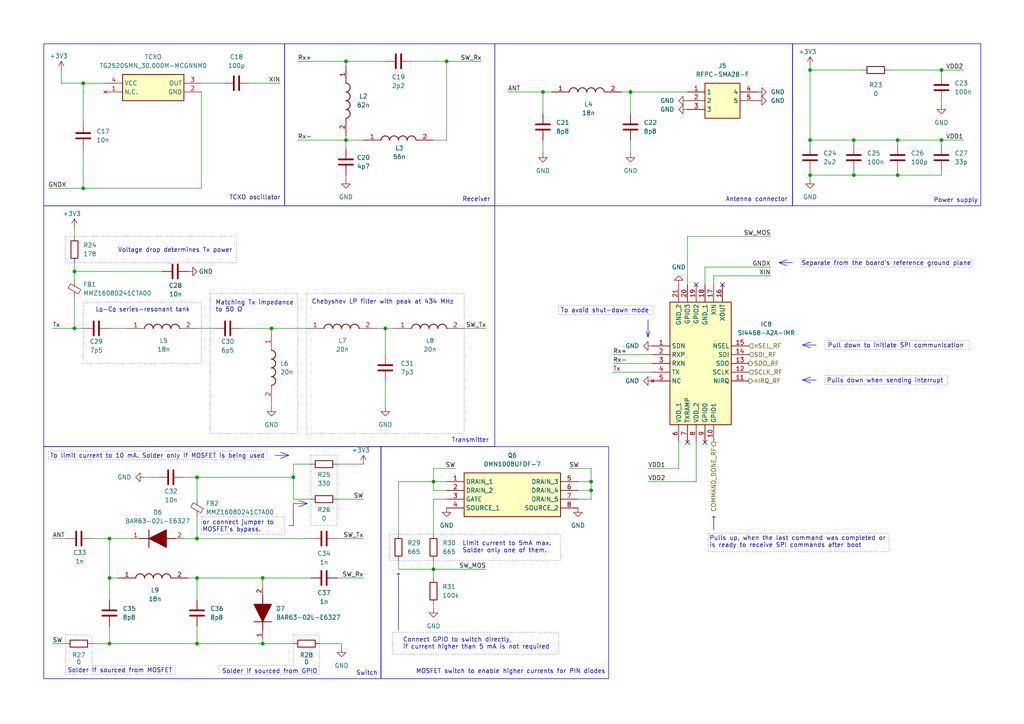
<source format=kicad_sch>
(kicad_sch
	(version 20231120)
	(generator "eeschema")
	(generator_version "8.0")
	(uuid "12c24922-a564-465c-9f7e-abe279eefde5")
	(paper "A4")
	(lib_symbols
		(symbol "Device:C"
			(pin_numbers hide)
			(pin_names
				(offset 0.254)
			)
			(exclude_from_sim no)
			(in_bom yes)
			(on_board yes)
			(property "Reference" "C"
				(at 0.635 2.54 0)
				(effects
					(font
						(size 1.27 1.27)
					)
					(justify left)
				)
			)
			(property "Value" "C"
				(at 0.635 -2.54 0)
				(effects
					(font
						(size 1.27 1.27)
					)
					(justify left)
				)
			)
			(property "Footprint" ""
				(at 0.9652 -3.81 0)
				(effects
					(font
						(size 1.27 1.27)
					)
					(hide yes)
				)
			)
			(property "Datasheet" "~"
				(at 0 0 0)
				(effects
					(font
						(size 1.27 1.27)
					)
					(hide yes)
				)
			)
			(property "Description" "Unpolarized capacitor"
				(at 0 0 0)
				(effects
					(font
						(size 1.27 1.27)
					)
					(hide yes)
				)
			)
			(property "ki_keywords" "cap capacitor"
				(at 0 0 0)
				(effects
					(font
						(size 1.27 1.27)
					)
					(hide yes)
				)
			)
			(property "ki_fp_filters" "C_*"
				(at 0 0 0)
				(effects
					(font
						(size 1.27 1.27)
					)
					(hide yes)
				)
			)
			(symbol "C_0_1"
				(polyline
					(pts
						(xy -2.032 -0.762) (xy 2.032 -0.762)
					)
					(stroke
						(width 0.508)
						(type default)
					)
					(fill
						(type none)
					)
				)
				(polyline
					(pts
						(xy -2.032 0.762) (xy 2.032 0.762)
					)
					(stroke
						(width 0.508)
						(type default)
					)
					(fill
						(type none)
					)
				)
			)
			(symbol "C_1_1"
				(pin passive line
					(at 0 3.81 270)
					(length 2.794)
					(name "~"
						(effects
							(font
								(size 1.27 1.27)
							)
						)
					)
					(number "1"
						(effects
							(font
								(size 1.27 1.27)
							)
						)
					)
				)
				(pin passive line
					(at 0 -3.81 90)
					(length 2.794)
					(name "~"
						(effects
							(font
								(size 1.27 1.27)
							)
						)
					)
					(number "2"
						(effects
							(font
								(size 1.27 1.27)
							)
						)
					)
				)
			)
		)
		(symbol "Device:FerriteBead_Small"
			(pin_numbers hide)
			(pin_names
				(offset 0)
			)
			(exclude_from_sim no)
			(in_bom yes)
			(on_board yes)
			(property "Reference" "FB"
				(at 1.905 1.27 0)
				(effects
					(font
						(size 1.27 1.27)
					)
					(justify left)
				)
			)
			(property "Value" "FerriteBead_Small"
				(at 1.905 -1.27 0)
				(effects
					(font
						(size 1.27 1.27)
					)
					(justify left)
				)
			)
			(property "Footprint" ""
				(at -1.778 0 90)
				(effects
					(font
						(size 1.27 1.27)
					)
					(hide yes)
				)
			)
			(property "Datasheet" "~"
				(at 0 0 0)
				(effects
					(font
						(size 1.27 1.27)
					)
					(hide yes)
				)
			)
			(property "Description" "Ferrite bead, small symbol"
				(at 0 0 0)
				(effects
					(font
						(size 1.27 1.27)
					)
					(hide yes)
				)
			)
			(property "ki_keywords" "L ferrite bead inductor filter"
				(at 0 0 0)
				(effects
					(font
						(size 1.27 1.27)
					)
					(hide yes)
				)
			)
			(property "ki_fp_filters" "Inductor_* L_* *Ferrite*"
				(at 0 0 0)
				(effects
					(font
						(size 1.27 1.27)
					)
					(hide yes)
				)
			)
			(symbol "FerriteBead_Small_0_1"
				(polyline
					(pts
						(xy 0 -1.27) (xy 0 -0.7874)
					)
					(stroke
						(width 0)
						(type default)
					)
					(fill
						(type none)
					)
				)
				(polyline
					(pts
						(xy 0 0.889) (xy 0 1.2954)
					)
					(stroke
						(width 0)
						(type default)
					)
					(fill
						(type none)
					)
				)
				(polyline
					(pts
						(xy -1.8288 0.2794) (xy -1.1176 1.4986) (xy 1.8288 -0.2032) (xy 1.1176 -1.4224) (xy -1.8288 0.2794)
					)
					(stroke
						(width 0)
						(type default)
					)
					(fill
						(type none)
					)
				)
			)
			(symbol "FerriteBead_Small_1_1"
				(pin passive line
					(at 0 2.54 270)
					(length 1.27)
					(name "~"
						(effects
							(font
								(size 1.27 1.27)
							)
						)
					)
					(number "1"
						(effects
							(font
								(size 1.27 1.27)
							)
						)
					)
				)
				(pin passive line
					(at 0 -2.54 90)
					(length 1.27)
					(name "~"
						(effects
							(font
								(size 1.27 1.27)
							)
						)
					)
					(number "2"
						(effects
							(font
								(size 1.27 1.27)
							)
						)
					)
				)
			)
		)
		(symbol "Device:R"
			(pin_numbers hide)
			(pin_names
				(offset 0)
			)
			(exclude_from_sim no)
			(in_bom yes)
			(on_board yes)
			(property "Reference" "R"
				(at 2.032 0 90)
				(effects
					(font
						(size 1.27 1.27)
					)
				)
			)
			(property "Value" "R"
				(at 0 0 90)
				(effects
					(font
						(size 1.27 1.27)
					)
				)
			)
			(property "Footprint" ""
				(at -1.778 0 90)
				(effects
					(font
						(size 1.27 1.27)
					)
					(hide yes)
				)
			)
			(property "Datasheet" "~"
				(at 0 0 0)
				(effects
					(font
						(size 1.27 1.27)
					)
					(hide yes)
				)
			)
			(property "Description" "Resistor"
				(at 0 0 0)
				(effects
					(font
						(size 1.27 1.27)
					)
					(hide yes)
				)
			)
			(property "ki_keywords" "R res resistor"
				(at 0 0 0)
				(effects
					(font
						(size 1.27 1.27)
					)
					(hide yes)
				)
			)
			(property "ki_fp_filters" "R_*"
				(at 0 0 0)
				(effects
					(font
						(size 1.27 1.27)
					)
					(hide yes)
				)
			)
			(symbol "R_0_1"
				(rectangle
					(start -1.016 -2.54)
					(end 1.016 2.54)
					(stroke
						(width 0.254)
						(type default)
					)
					(fill
						(type none)
					)
				)
			)
			(symbol "R_1_1"
				(pin passive line
					(at 0 3.81 270)
					(length 1.27)
					(name "~"
						(effects
							(font
								(size 1.27 1.27)
							)
						)
					)
					(number "1"
						(effects
							(font
								(size 1.27 1.27)
							)
						)
					)
				)
				(pin passive line
					(at 0 -3.81 90)
					(length 1.27)
					(name "~"
						(effects
							(font
								(size 1.27 1.27)
							)
						)
					)
					(number "2"
						(effects
							(font
								(size 1.27 1.27)
							)
						)
					)
				)
			)
		)
		(symbol "SamacSys_Parts:BAR63-02L-E6327"
			(pin_names hide)
			(exclude_from_sim no)
			(in_bom yes)
			(on_board yes)
			(property "Reference" "D"
				(at 11.43 5.08 0)
				(effects
					(font
						(size 1.27 1.27)
					)
					(justify left top)
				)
			)
			(property "Value" "BAR63-02L-E6327"
				(at 11.43 2.54 0)
				(effects
					(font
						(size 1.27 1.27)
					)
					(justify left top)
				)
			)
			(property "Footprint" "BAR6302LE6327"
				(at 11.43 -97.46 0)
				(effects
					(font
						(size 1.27 1.27)
					)
					(justify left top)
					(hide yes)
				)
			)
			(property "Datasheet" "https://rocelec.widen.net/view/pdf/wkwnaj16jm/INFNS15694-1.pdf?t.download=true&u=5oefqw"
				(at 11.43 -197.46 0)
				(effects
					(font
						(size 1.27 1.27)
					)
					(justify left top)
					(hide yes)
				)
			)
			(property "Description" "RF Diode PIN - Single 50V 100 mA 250 mW PG-TSLP-2-1"
				(at 0 0 0)
				(effects
					(font
						(size 1.27 1.27)
					)
					(hide yes)
				)
			)
			(property "Height" "0.5"
				(at 11.43 -397.46 0)
				(effects
					(font
						(size 1.27 1.27)
					)
					(justify left top)
					(hide yes)
				)
			)
			(property "Manufacturer_Name" "Infineon"
				(at 11.43 -497.46 0)
				(effects
					(font
						(size 1.27 1.27)
					)
					(justify left top)
					(hide yes)
				)
			)
			(property "Manufacturer_Part_Number" "BAR63-02L-E6327"
				(at 11.43 -597.46 0)
				(effects
					(font
						(size 1.27 1.27)
					)
					(justify left top)
					(hide yes)
				)
			)
			(property "Mouser Part Number" ""
				(at 11.43 -697.46 0)
				(effects
					(font
						(size 1.27 1.27)
					)
					(justify left top)
					(hide yes)
				)
			)
			(property "Mouser Price/Stock" ""
				(at 11.43 -797.46 0)
				(effects
					(font
						(size 1.27 1.27)
					)
					(justify left top)
					(hide yes)
				)
			)
			(property "Arrow Part Number" ""
				(at 11.43 -897.46 0)
				(effects
					(font
						(size 1.27 1.27)
					)
					(justify left top)
					(hide yes)
				)
			)
			(property "Arrow Price/Stock" ""
				(at 11.43 -997.46 0)
				(effects
					(font
						(size 1.27 1.27)
					)
					(justify left top)
					(hide yes)
				)
			)
			(symbol "BAR63-02L-E6327_1_1"
				(polyline
					(pts
						(xy 2.54 0) (xy 5.08 0)
					)
					(stroke
						(width 0.254)
						(type default)
					)
					(fill
						(type none)
					)
				)
				(polyline
					(pts
						(xy 5.08 2.54) (xy 5.08 -2.54)
					)
					(stroke
						(width 0.254)
						(type default)
					)
					(fill
						(type none)
					)
				)
				(polyline
					(pts
						(xy 10.16 0) (xy 12.7 0)
					)
					(stroke
						(width 0.254)
						(type default)
					)
					(fill
						(type none)
					)
				)
				(polyline
					(pts
						(xy 5.08 0) (xy 10.16 2.54) (xy 10.16 -2.54) (xy 5.08 0)
					)
					(stroke
						(width 0.254)
						(type default)
					)
					(fill
						(type outline)
					)
				)
				(pin passive line
					(at 0 0 0)
					(length 2.54)
					(name "K"
						(effects
							(font
								(size 1.27 1.27)
							)
						)
					)
					(number "1"
						(effects
							(font
								(size 1.27 1.27)
							)
						)
					)
				)
				(pin passive line
					(at 15.24 0 180)
					(length 2.54)
					(name "A"
						(effects
							(font
								(size 1.27 1.27)
							)
						)
					)
					(number "2"
						(effects
							(font
								(size 1.27 1.27)
							)
						)
					)
				)
			)
		)
		(symbol "SamacSys_Parts:DMN1008UFDF-7"
			(exclude_from_sim no)
			(in_bom yes)
			(on_board yes)
			(property "Reference" "Q"
				(at 34.29 7.62 0)
				(effects
					(font
						(size 1.27 1.27)
					)
					(justify left top)
				)
			)
			(property "Value" "DMN1008UFDF-7"
				(at 34.29 5.08 0)
				(effects
					(font
						(size 1.27 1.27)
					)
					(justify left top)
				)
			)
			(property "Footprint" "DMN1008UFDF7"
				(at 34.29 -94.92 0)
				(effects
					(font
						(size 1.27 1.27)
					)
					(justify left top)
					(hide yes)
				)
			)
			(property "Datasheet" "https://www.diodes.com//assets/Datasheets/DMN1008UFDF.pdf"
				(at 34.29 -194.92 0)
				(effects
					(font
						(size 1.27 1.27)
					)
					(justify left top)
					(hide yes)
				)
			)
			(property "Description" "N-Channel 12 V 12.2A (Ta) 700mW (Ta) Surface Mount U-DFN2020-6 (Type F)"
				(at 0 0 0)
				(effects
					(font
						(size 1.27 1.27)
					)
					(hide yes)
				)
			)
			(property "Height" "0.63"
				(at 34.29 -394.92 0)
				(effects
					(font
						(size 1.27 1.27)
					)
					(justify left top)
					(hide yes)
				)
			)
			(property "Manufacturer_Name" "Diodes Incorporated"
				(at 34.29 -494.92 0)
				(effects
					(font
						(size 1.27 1.27)
					)
					(justify left top)
					(hide yes)
				)
			)
			(property "Manufacturer_Part_Number" "DMN1008UFDF-7"
				(at 34.29 -594.92 0)
				(effects
					(font
						(size 1.27 1.27)
					)
					(justify left top)
					(hide yes)
				)
			)
			(property "Mouser Part Number" "621-DMN1008UFDF-7"
				(at 34.29 -694.92 0)
				(effects
					(font
						(size 1.27 1.27)
					)
					(justify left top)
					(hide yes)
				)
			)
			(property "Mouser Price/Stock" "https://www.mouser.co.uk/ProductDetail/Diodes-Incorporated/DMN1008UFDF-7?qs=chTDxNqvsyn%2FQmgNwqXGFQ%3D%3D"
				(at 34.29 -794.92 0)
				(effects
					(font
						(size 1.27 1.27)
					)
					(justify left top)
					(hide yes)
				)
			)
			(property "Arrow Part Number" "DMN1008UFDF-7"
				(at 34.29 -894.92 0)
				(effects
					(font
						(size 1.27 1.27)
					)
					(justify left top)
					(hide yes)
				)
			)
			(property "Arrow Price/Stock" "https://www.arrow.com/en/products/dmn1008ufdf-7/diodes-incorporated"
				(at 34.29 -994.92 0)
				(effects
					(font
						(size 1.27 1.27)
					)
					(justify left top)
					(hide yes)
				)
			)
			(symbol "DMN1008UFDF-7_1_1"
				(rectangle
					(start 5.08 2.54)
					(end 33.02 -10.16)
					(stroke
						(width 0.254)
						(type default)
					)
					(fill
						(type background)
					)
				)
				(pin passive line
					(at 0 0 0)
					(length 5.08)
					(name "DRAIN_1"
						(effects
							(font
								(size 1.27 1.27)
							)
						)
					)
					(number "1"
						(effects
							(font
								(size 1.27 1.27)
							)
						)
					)
				)
				(pin passive line
					(at 0 -2.54 0)
					(length 5.08)
					(name "DRAIN_2"
						(effects
							(font
								(size 1.27 1.27)
							)
						)
					)
					(number "2"
						(effects
							(font
								(size 1.27 1.27)
							)
						)
					)
				)
				(pin passive line
					(at 0 -5.08 0)
					(length 5.08)
					(name "GATE"
						(effects
							(font
								(size 1.27 1.27)
							)
						)
					)
					(number "3"
						(effects
							(font
								(size 1.27 1.27)
							)
						)
					)
				)
				(pin passive line
					(at 0 -7.62 0)
					(length 5.08)
					(name "SOURCE_1"
						(effects
							(font
								(size 1.27 1.27)
							)
						)
					)
					(number "4"
						(effects
							(font
								(size 1.27 1.27)
							)
						)
					)
				)
				(pin passive line
					(at 38.1 0 180)
					(length 5.08)
					(name "DRAIN_3"
						(effects
							(font
								(size 1.27 1.27)
							)
						)
					)
					(number "5"
						(effects
							(font
								(size 1.27 1.27)
							)
						)
					)
				)
				(pin passive line
					(at 38.1 -2.54 180)
					(length 5.08)
					(name "DRAIN_4"
						(effects
							(font
								(size 1.27 1.27)
							)
						)
					)
					(number "6"
						(effects
							(font
								(size 1.27 1.27)
							)
						)
					)
				)
				(pin passive line
					(at 38.1 -5.08 180)
					(length 5.08)
					(name "DRAIN_5"
						(effects
							(font
								(size 1.27 1.27)
							)
						)
					)
					(number "7"
						(effects
							(font
								(size 1.27 1.27)
							)
						)
					)
				)
				(pin passive line
					(at 38.1 -7.62 180)
					(length 5.08)
					(name "SOURCE_2"
						(effects
							(font
								(size 1.27 1.27)
							)
						)
					)
					(number "8"
						(effects
							(font
								(size 1.27 1.27)
							)
						)
					)
				)
			)
		)
		(symbol "SamacSys_Parts:LQW15AN20NG00D"
			(pin_names hide)
			(exclude_from_sim no)
			(in_bom yes)
			(on_board yes)
			(property "Reference" "L"
				(at 16.51 6.35 0)
				(effects
					(font
						(size 1.27 1.27)
					)
					(justify left top)
				)
			)
			(property "Value" "LQW15AN20NG00D"
				(at 16.51 3.81 0)
				(effects
					(font
						(size 1.27 1.27)
					)
					(justify left top)
				)
			)
			(property "Footprint" "LQW15CNR20J00B"
				(at 16.51 -96.19 0)
				(effects
					(font
						(size 1.27 1.27)
					)
					(justify left top)
					(hide yes)
				)
			)
			(property "Datasheet" "https://search.murata.co.jp/Ceramy/image/img/P02/JELF243A-0050.pdf"
				(at 16.51 -196.19 0)
				(effects
					(font
						(size 1.27 1.27)
					)
					(justify left top)
					(hide yes)
				)
			)
			(property "Description" "Murata LQW15A Series Wire-wound SMD Inductor with a Ferrite Core, 0.02 uH +/-2% 370mA Idc Q:25"
				(at 0 0 0)
				(effects
					(font
						(size 1.27 1.27)
					)
					(hide yes)
				)
			)
			(property "Height" "0.6"
				(at 16.51 -396.19 0)
				(effects
					(font
						(size 1.27 1.27)
					)
					(justify left top)
					(hide yes)
				)
			)
			(property "Manufacturer_Name" "Murata Electronics"
				(at 16.51 -496.19 0)
				(effects
					(font
						(size 1.27 1.27)
					)
					(justify left top)
					(hide yes)
				)
			)
			(property "Manufacturer_Part_Number" "LQW15AN20NG00D"
				(at 16.51 -596.19 0)
				(effects
					(font
						(size 1.27 1.27)
					)
					(justify left top)
					(hide yes)
				)
			)
			(property "Mouser Part Number" "81-LQW15AN20NG00D"
				(at 16.51 -696.19 0)
				(effects
					(font
						(size 1.27 1.27)
					)
					(justify left top)
					(hide yes)
				)
			)
			(property "Mouser Price/Stock" "https://www.mouser.com/Search/Refine.aspx?Keyword=81-LQW15AN20NG00D"
				(at 16.51 -796.19 0)
				(effects
					(font
						(size 1.27 1.27)
					)
					(justify left top)
					(hide yes)
				)
			)
			(property "Arrow Part Number" "LQW15AN20NG00D"
				(at 16.51 -896.19 0)
				(effects
					(font
						(size 1.27 1.27)
					)
					(justify left top)
					(hide yes)
				)
			)
			(property "Arrow Price/Stock" "https://www.arrow.com/en/products/lqw15an20ng00d/murata-manufacturing?region=nac"
				(at 16.51 -996.19 0)
				(effects
					(font
						(size 1.27 1.27)
					)
					(justify left top)
					(hide yes)
				)
			)
			(symbol "LQW15AN20NG00D_1_1"
				(arc
					(start 7.62 0)
					(mid 6.35 1.219)
					(end 5.08 0)
					(stroke
						(width 0.254)
						(type default)
					)
					(fill
						(type none)
					)
				)
				(arc
					(start 10.16 0)
					(mid 8.89 1.219)
					(end 7.62 0)
					(stroke
						(width 0.254)
						(type default)
					)
					(fill
						(type none)
					)
				)
				(arc
					(start 12.7 0)
					(mid 11.43 1.219)
					(end 10.16 0)
					(stroke
						(width 0.254)
						(type default)
					)
					(fill
						(type none)
					)
				)
				(arc
					(start 15.24 0)
					(mid 13.97 1.219)
					(end 12.7 0)
					(stroke
						(width 0.254)
						(type default)
					)
					(fill
						(type none)
					)
				)
				(pin passive line
					(at 0 0 0)
					(length 5.08)
					(name "1"
						(effects
							(font
								(size 1.27 1.27)
							)
						)
					)
					(number "1"
						(effects
							(font
								(size 1.27 1.27)
							)
						)
					)
				)
				(pin passive line
					(at 20.32 0 180)
					(length 5.08)
					(name "2"
						(effects
							(font
								(size 1.27 1.27)
							)
						)
					)
					(number "2"
						(effects
							(font
								(size 1.27 1.27)
							)
						)
					)
				)
			)
		)
		(symbol "SamacSys_Parts:RFPC-SMA28-F"
			(exclude_from_sim no)
			(in_bom yes)
			(on_board yes)
			(property "Reference" "J"
				(at 16.51 7.62 0)
				(effects
					(font
						(size 1.27 1.27)
					)
					(justify left top)
				)
			)
			(property "Value" "RFPC-SMA28-F"
				(at 16.51 5.08 0)
				(effects
					(font
						(size 1.27 1.27)
					)
					(justify left top)
				)
			)
			(property "Footprint" "RFPCSMA28F"
				(at 16.51 -94.92 0)
				(effects
					(font
						(size 1.27 1.27)
					)
					(justify left top)
					(hide yes)
				)
			)
			(property "Datasheet" "https://www.gradconn.com/Products/RFConnector/PCBConnector/RFPC-SMA28-F?fbclid=IwZXh0bgNhZW0CMTEAAR09Qew3iKAi8gaSNFNSrnLXO8O0tsXvAWH8PB3TmdE2p-pfH-dhvwfyNcU_aem_Czrii3CnLYG8NfbgDU-ugg"
				(at 16.51 -194.92 0)
				(effects
					(font
						(size 1.27 1.27)
					)
					(justify left top)
					(hide yes)
				)
			)
			(property "Description" "SMA Connector Jack, Female Socket 50 Ohms Through Hole Solder"
				(at 0 0 0)
				(effects
					(font
						(size 1.27 1.27)
					)
					(hide yes)
				)
			)
			(property "Height" "9.8"
				(at 16.51 -394.92 0)
				(effects
					(font
						(size 1.27 1.27)
					)
					(justify left top)
					(hide yes)
				)
			)
			(property "Manufacturer_Name" "Gradconn"
				(at 16.51 -494.92 0)
				(effects
					(font
						(size 1.27 1.27)
					)
					(justify left top)
					(hide yes)
				)
			)
			(property "Manufacturer_Part_Number" "RFPC-SMA28-F"
				(at 16.51 -594.92 0)
				(effects
					(font
						(size 1.27 1.27)
					)
					(justify left top)
					(hide yes)
				)
			)
			(property "Mouser Part Number" "640-RFPCSMA28F"
				(at 16.51 -694.92 0)
				(effects
					(font
						(size 1.27 1.27)
					)
					(justify left top)
					(hide yes)
				)
			)
			(property "Mouser Price/Stock" "https://www.mouser.co.uk/ProductDetail/Gradconn/RFPC-SMA28-F?qs=olJun0bQHM%252BSsX2%2FRiEejA%3D%3D"
				(at 16.51 -794.92 0)
				(effects
					(font
						(size 1.27 1.27)
					)
					(justify left top)
					(hide yes)
				)
			)
			(property "Arrow Part Number" ""
				(at 16.51 -894.92 0)
				(effects
					(font
						(size 1.27 1.27)
					)
					(justify left top)
					(hide yes)
				)
			)
			(property "Arrow Price/Stock" ""
				(at 16.51 -994.92 0)
				(effects
					(font
						(size 1.27 1.27)
					)
					(justify left top)
					(hide yes)
				)
			)
			(symbol "RFPC-SMA28-F_1_1"
				(rectangle
					(start 5.08 2.54)
					(end 15.24 -7.62)
					(stroke
						(width 0.254)
						(type default)
					)
					(fill
						(type background)
					)
				)
				(pin passive line
					(at 0 0 0)
					(length 5.08)
					(name "1"
						(effects
							(font
								(size 1.27 1.27)
							)
						)
					)
					(number "1"
						(effects
							(font
								(size 1.27 1.27)
							)
						)
					)
				)
				(pin passive line
					(at 0 -2.54 0)
					(length 5.08)
					(name "2"
						(effects
							(font
								(size 1.27 1.27)
							)
						)
					)
					(number "2"
						(effects
							(font
								(size 1.27 1.27)
							)
						)
					)
				)
				(pin passive line
					(at 0 -5.08 0)
					(length 5.08)
					(name "3"
						(effects
							(font
								(size 1.27 1.27)
							)
						)
					)
					(number "3"
						(effects
							(font
								(size 1.27 1.27)
							)
						)
					)
				)
				(pin passive line
					(at 20.32 0 180)
					(length 5.08)
					(name "4"
						(effects
							(font
								(size 1.27 1.27)
							)
						)
					)
					(number "4"
						(effects
							(font
								(size 1.27 1.27)
							)
						)
					)
				)
				(pin passive line
					(at 20.32 -2.54 180)
					(length 5.08)
					(name "5"
						(effects
							(font
								(size 1.27 1.27)
							)
						)
					)
					(number "5"
						(effects
							(font
								(size 1.27 1.27)
							)
						)
					)
				)
			)
		)
		(symbol "SamacSys_Parts:SI4468-A2A-IMR"
			(exclude_from_sim no)
			(in_bom yes)
			(on_board yes)
			(property "Reference" "IC"
				(at 24.13 17.78 0)
				(effects
					(font
						(size 1.27 1.27)
					)
					(justify left top)
				)
			)
			(property "Value" "SI4468-A2A-IMR"
				(at 24.13 15.24 0)
				(effects
					(font
						(size 1.27 1.27)
					)
					(justify left top)
				)
			)
			(property "Footprint" "QFN50P400X400X90-21N"
				(at 24.13 -84.76 0)
				(effects
					(font
						(size 1.27 1.27)
					)
					(justify left top)
					(hide yes)
				)
			)
			(property "Datasheet" "https://www.silabs.com/documents/public/data-sheets/Si4468-7.pdf"
				(at 24.13 -184.76 0)
				(effects
					(font
						(size 1.27 1.27)
					)
					(justify left top)
					(hide yes)
				)
			)
			(property "Description" "RF Transceiver TXRX SubG +20dBm"
				(at 0 0 0)
				(effects
					(font
						(size 1.27 1.27)
					)
					(hide yes)
				)
			)
			(property "Height" "0.9"
				(at 24.13 -384.76 0)
				(effects
					(font
						(size 1.27 1.27)
					)
					(justify left top)
					(hide yes)
				)
			)
			(property "Manufacturer_Name" "Silicon Labs"
				(at 24.13 -484.76 0)
				(effects
					(font
						(size 1.27 1.27)
					)
					(justify left top)
					(hide yes)
				)
			)
			(property "Manufacturer_Part_Number" "SI4468-A2A-IMR"
				(at 24.13 -584.76 0)
				(effects
					(font
						(size 1.27 1.27)
					)
					(justify left top)
					(hide yes)
				)
			)
			(property "Mouser Part Number" "634-SI4468-A2A-IMR"
				(at 24.13 -684.76 0)
				(effects
					(font
						(size 1.27 1.27)
					)
					(justify left top)
					(hide yes)
				)
			)
			(property "Mouser Price/Stock" "https://www.mouser.co.uk/ProductDetail/Silicon-Labs/SI4468-A2A-IMR?qs=j6MGy4L9yX2L37vAp3Cy6g%3D%3D"
				(at 24.13 -784.76 0)
				(effects
					(font
						(size 1.27 1.27)
					)
					(justify left top)
					(hide yes)
				)
			)
			(property "Arrow Part Number" "SI4468-A2A-IMR"
				(at 24.13 -884.76 0)
				(effects
					(font
						(size 1.27 1.27)
					)
					(justify left top)
					(hide yes)
				)
			)
			(property "Arrow Price/Stock" "https://www.arrow.com/en/products/si4468-a2a-imr/silicon-labs"
				(at 24.13 -984.76 0)
				(effects
					(font
						(size 1.27 1.27)
					)
					(justify left top)
					(hide yes)
				)
			)
			(symbol "SI4468-A2A-IMR_1_1"
				(rectangle
					(start 5.08 12.7)
					(end 22.86 -22.86)
					(stroke
						(width 0.254)
						(type default)
					)
					(fill
						(type background)
					)
				)
				(pin passive line
					(at 0 0 0)
					(length 5.08)
					(name "SDN"
						(effects
							(font
								(size 1.27 1.27)
							)
						)
					)
					(number "1"
						(effects
							(font
								(size 1.27 1.27)
							)
						)
					)
				)
				(pin passive line
					(at 17.78 -27.94 90)
					(length 5.08)
					(name "GPIO1"
						(effects
							(font
								(size 1.27 1.27)
							)
						)
					)
					(number "10"
						(effects
							(font
								(size 1.27 1.27)
							)
						)
					)
				)
				(pin passive line
					(at 27.94 -10.16 180)
					(length 5.08)
					(name "NIRQ"
						(effects
							(font
								(size 1.27 1.27)
							)
						)
					)
					(number "11"
						(effects
							(font
								(size 1.27 1.27)
							)
						)
					)
				)
				(pin passive line
					(at 27.94 -7.62 180)
					(length 5.08)
					(name "SCLK"
						(effects
							(font
								(size 1.27 1.27)
							)
						)
					)
					(number "12"
						(effects
							(font
								(size 1.27 1.27)
							)
						)
					)
				)
				(pin passive line
					(at 27.94 -5.08 180)
					(length 5.08)
					(name "SDO"
						(effects
							(font
								(size 1.27 1.27)
							)
						)
					)
					(number "13"
						(effects
							(font
								(size 1.27 1.27)
							)
						)
					)
				)
				(pin passive line
					(at 27.94 -2.54 180)
					(length 5.08)
					(name "SDI"
						(effects
							(font
								(size 1.27 1.27)
							)
						)
					)
					(number "14"
						(effects
							(font
								(size 1.27 1.27)
							)
						)
					)
				)
				(pin passive line
					(at 27.94 0 180)
					(length 5.08)
					(name "NSEL"
						(effects
							(font
								(size 1.27 1.27)
							)
						)
					)
					(number "15"
						(effects
							(font
								(size 1.27 1.27)
							)
						)
					)
				)
				(pin passive line
					(at 20.32 17.78 270)
					(length 5.08)
					(name "XOUT"
						(effects
							(font
								(size 1.27 1.27)
							)
						)
					)
					(number "16"
						(effects
							(font
								(size 1.27 1.27)
							)
						)
					)
				)
				(pin passive line
					(at 17.78 17.78 270)
					(length 5.08)
					(name "XIN"
						(effects
							(font
								(size 1.27 1.27)
							)
						)
					)
					(number "17"
						(effects
							(font
								(size 1.27 1.27)
							)
						)
					)
				)
				(pin passive line
					(at 15.24 17.78 270)
					(length 5.08)
					(name "GND_1"
						(effects
							(font
								(size 1.27 1.27)
							)
						)
					)
					(number "18"
						(effects
							(font
								(size 1.27 1.27)
							)
						)
					)
				)
				(pin passive line
					(at 12.7 17.78 270)
					(length 5.08)
					(name "GPIO2"
						(effects
							(font
								(size 1.27 1.27)
							)
						)
					)
					(number "19"
						(effects
							(font
								(size 1.27 1.27)
							)
						)
					)
				)
				(pin passive line
					(at 0 -2.54 0)
					(length 5.08)
					(name "RXP"
						(effects
							(font
								(size 1.27 1.27)
							)
						)
					)
					(number "2"
						(effects
							(font
								(size 1.27 1.27)
							)
						)
					)
				)
				(pin passive line
					(at 10.16 17.78 270)
					(length 5.08)
					(name "GPIO3"
						(effects
							(font
								(size 1.27 1.27)
							)
						)
					)
					(number "20"
						(effects
							(font
								(size 1.27 1.27)
							)
						)
					)
				)
				(pin passive line
					(at 7.62 17.78 270)
					(length 5.08)
					(name "GND_2"
						(effects
							(font
								(size 1.27 1.27)
							)
						)
					)
					(number "21"
						(effects
							(font
								(size 1.27 1.27)
							)
						)
					)
				)
				(pin passive line
					(at 0 -5.08 0)
					(length 5.08)
					(name "RXN"
						(effects
							(font
								(size 1.27 1.27)
							)
						)
					)
					(number "3"
						(effects
							(font
								(size 1.27 1.27)
							)
						)
					)
				)
				(pin passive line
					(at 0 -7.62 0)
					(length 5.08)
					(name "TX"
						(effects
							(font
								(size 1.27 1.27)
							)
						)
					)
					(number "4"
						(effects
							(font
								(size 1.27 1.27)
							)
						)
					)
				)
				(pin no_connect line
					(at 0 -10.16 0)
					(length 5.08)
					(name "NC"
						(effects
							(font
								(size 1.27 1.27)
							)
						)
					)
					(number "5"
						(effects
							(font
								(size 1.27 1.27)
							)
						)
					)
				)
				(pin passive line
					(at 7.62 -27.94 90)
					(length 5.08)
					(name "VDD_1"
						(effects
							(font
								(size 1.27 1.27)
							)
						)
					)
					(number "6"
						(effects
							(font
								(size 1.27 1.27)
							)
						)
					)
				)
				(pin passive line
					(at 10.16 -27.94 90)
					(length 5.08)
					(name "TXRAMP"
						(effects
							(font
								(size 1.27 1.27)
							)
						)
					)
					(number "7"
						(effects
							(font
								(size 1.27 1.27)
							)
						)
					)
				)
				(pin passive line
					(at 12.7 -27.94 90)
					(length 5.08)
					(name "VDD_2"
						(effects
							(font
								(size 1.27 1.27)
							)
						)
					)
					(number "8"
						(effects
							(font
								(size 1.27 1.27)
							)
						)
					)
				)
				(pin passive line
					(at 15.24 -27.94 90)
					(length 5.08)
					(name "GPIO0"
						(effects
							(font
								(size 1.27 1.27)
							)
						)
					)
					(number "9"
						(effects
							(font
								(size 1.27 1.27)
							)
						)
					)
				)
			)
		)
		(symbol "SamacSys_Parts:TG2520SMN_30.000M-MCGNNM0"
			(exclude_from_sim no)
			(in_bom yes)
			(on_board yes)
			(property "Reference" "Y"
				(at 24.13 7.62 0)
				(effects
					(font
						(size 1.27 1.27)
					)
					(justify left top)
				)
			)
			(property "Value" "TG2520SMN_30.000M-MCGNNM0"
				(at 24.13 5.08 0)
				(effects
					(font
						(size 1.27 1.27)
					)
					(justify left top)
				)
			)
			(property "Footprint" "TG2520SMN30000MMCGNNM0"
				(at 24.13 -94.92 0)
				(effects
					(font
						(size 1.27 1.27)
					)
					(justify left top)
					(hide yes)
				)
			)
			(property "Datasheet" "https://support.epson.biz/td/api/doc_check.php?dl=brief_TG2520SMN&lang=en"
				(at 24.13 -194.92 0)
				(effects
					(font
						(size 1.27 1.27)
					)
					(justify left top)
					(hide yes)
				)
			)
			(property "Description" "TCXO Oscillators TCXO 30 MHz, 2.8V 3.3V 0.5PPM -40 85C NON O/E 1K TR"
				(at 0 0 0)
				(effects
					(font
						(size 1.27 1.27)
					)
					(hide yes)
				)
			)
			(property "Height" "0.8"
				(at 24.13 -394.92 0)
				(effects
					(font
						(size 1.27 1.27)
					)
					(justify left top)
					(hide yes)
				)
			)
			(property "Manufacturer_Name" "Epson Timing"
				(at 24.13 -494.92 0)
				(effects
					(font
						(size 1.27 1.27)
					)
					(justify left top)
					(hide yes)
				)
			)
			(property "Manufacturer_Part_Number" "TG2520SMN 30.000M-MCGNNM0"
				(at 24.13 -594.92 0)
				(effects
					(font
						(size 1.27 1.27)
					)
					(justify left top)
					(hide yes)
				)
			)
			(property "Mouser Part Number" "732-2520SMN30MCGNNM0"
				(at 24.13 -694.92 0)
				(effects
					(font
						(size 1.27 1.27)
					)
					(justify left top)
					(hide yes)
				)
			)
			(property "Mouser Price/Stock" "https://www.mouser.co.uk/ProductDetail/Epson-Timing/TG2520SMN-30.000M-MCGNNM0?qs=XAiT9M5g4x8WUmlIG9y14Q%3D%3D"
				(at 24.13 -794.92 0)
				(effects
					(font
						(size 1.27 1.27)
					)
					(justify left top)
					(hide yes)
				)
			)
			(property "Arrow Part Number" ""
				(at 24.13 -894.92 0)
				(effects
					(font
						(size 1.27 1.27)
					)
					(justify left top)
					(hide yes)
				)
			)
			(property "Arrow Price/Stock" ""
				(at 24.13 -994.92 0)
				(effects
					(font
						(size 1.27 1.27)
					)
					(justify left top)
					(hide yes)
				)
			)
			(symbol "TG2520SMN_30.000M-MCGNNM0_1_1"
				(rectangle
					(start 5.08 2.54)
					(end 22.86 -5.08)
					(stroke
						(width 0.254)
						(type default)
					)
					(fill
						(type background)
					)
				)
				(pin no_connect line
					(at 0 -2.54 0)
					(length 5.08)
					(name "N.C."
						(effects
							(font
								(size 1.27 1.27)
							)
						)
					)
					(number "1"
						(effects
							(font
								(size 1.27 1.27)
							)
						)
					)
				)
				(pin passive line
					(at 27.94 -2.54 180)
					(length 5.08)
					(name "GND"
						(effects
							(font
								(size 1.27 1.27)
							)
						)
					)
					(number "2"
						(effects
							(font
								(size 1.27 1.27)
							)
						)
					)
				)
				(pin passive line
					(at 27.94 0 180)
					(length 5.08)
					(name "OUT"
						(effects
							(font
								(size 1.27 1.27)
							)
						)
					)
					(number "3"
						(effects
							(font
								(size 1.27 1.27)
							)
						)
					)
				)
				(pin passive line
					(at 0 0 0)
					(length 5.08)
					(name "VCC"
						(effects
							(font
								(size 1.27 1.27)
							)
						)
					)
					(number "4"
						(effects
							(font
								(size 1.27 1.27)
							)
						)
					)
				)
			)
		)
		(symbol "power:+3V3"
			(power)
			(pin_numbers hide)
			(pin_names
				(offset 0) hide)
			(exclude_from_sim no)
			(in_bom yes)
			(on_board yes)
			(property "Reference" "#PWR"
				(at 0 -3.81 0)
				(effects
					(font
						(size 1.27 1.27)
					)
					(hide yes)
				)
			)
			(property "Value" "+3V3"
				(at 0 3.556 0)
				(effects
					(font
						(size 1.27 1.27)
					)
				)
			)
			(property "Footprint" ""
				(at 0 0 0)
				(effects
					(font
						(size 1.27 1.27)
					)
					(hide yes)
				)
			)
			(property "Datasheet" ""
				(at 0 0 0)
				(effects
					(font
						(size 1.27 1.27)
					)
					(hide yes)
				)
			)
			(property "Description" "Power symbol creates a global label with name \"+3V3\""
				(at 0 0 0)
				(effects
					(font
						(size 1.27 1.27)
					)
					(hide yes)
				)
			)
			(property "ki_keywords" "global power"
				(at 0 0 0)
				(effects
					(font
						(size 1.27 1.27)
					)
					(hide yes)
				)
			)
			(symbol "+3V3_0_1"
				(polyline
					(pts
						(xy -0.762 1.27) (xy 0 2.54)
					)
					(stroke
						(width 0)
						(type default)
					)
					(fill
						(type none)
					)
				)
				(polyline
					(pts
						(xy 0 0) (xy 0 2.54)
					)
					(stroke
						(width 0)
						(type default)
					)
					(fill
						(type none)
					)
				)
				(polyline
					(pts
						(xy 0 2.54) (xy 0.762 1.27)
					)
					(stroke
						(width 0)
						(type default)
					)
					(fill
						(type none)
					)
				)
			)
			(symbol "+3V3_1_1"
				(pin power_in line
					(at 0 0 90)
					(length 0)
					(name "~"
						(effects
							(font
								(size 1.27 1.27)
							)
						)
					)
					(number "1"
						(effects
							(font
								(size 1.27 1.27)
							)
						)
					)
				)
			)
		)
		(symbol "power:GND"
			(power)
			(pin_numbers hide)
			(pin_names
				(offset 0) hide)
			(exclude_from_sim no)
			(in_bom yes)
			(on_board yes)
			(property "Reference" "#PWR"
				(at 0 -6.35 0)
				(effects
					(font
						(size 1.27 1.27)
					)
					(hide yes)
				)
			)
			(property "Value" "GND"
				(at 0 -3.81 0)
				(effects
					(font
						(size 1.27 1.27)
					)
				)
			)
			(property "Footprint" ""
				(at 0 0 0)
				(effects
					(font
						(size 1.27 1.27)
					)
					(hide yes)
				)
			)
			(property "Datasheet" ""
				(at 0 0 0)
				(effects
					(font
						(size 1.27 1.27)
					)
					(hide yes)
				)
			)
			(property "Description" "Power symbol creates a global label with name \"GND\" , ground"
				(at 0 0 0)
				(effects
					(font
						(size 1.27 1.27)
					)
					(hide yes)
				)
			)
			(property "ki_keywords" "global power"
				(at 0 0 0)
				(effects
					(font
						(size 1.27 1.27)
					)
					(hide yes)
				)
			)
			(symbol "GND_0_1"
				(polyline
					(pts
						(xy 0 0) (xy 0 -1.27) (xy 1.27 -1.27) (xy 0 -2.54) (xy -1.27 -1.27) (xy 0 -1.27)
					)
					(stroke
						(width 0)
						(type default)
					)
					(fill
						(type none)
					)
				)
			)
			(symbol "GND_1_1"
				(pin power_in line
					(at 0 0 270)
					(length 0)
					(name "~"
						(effects
							(font
								(size 1.27 1.27)
							)
						)
					)
					(number "1"
						(effects
							(font
								(size 1.27 1.27)
							)
						)
					)
				)
			)
		)
	)
	(junction
		(at 76.2 186.69)
		(diameter 0)
		(color 0 0 0 0)
		(uuid "0838cf7b-d920-4663-884f-abe37706303d")
	)
	(junction
		(at 273.05 20.32)
		(diameter 0)
		(color 0 0 0 0)
		(uuid "159c81c2-b1fa-4990-893d-1fbd4defffae")
	)
	(junction
		(at 31.75 167.64)
		(diameter 0)
		(color 0 0 0 0)
		(uuid "19d37a6d-df98-4e43-abc4-07946b0369c0")
	)
	(junction
		(at 100.33 40.64)
		(diameter 0)
		(color 0 0 0 0)
		(uuid "2074e910-2fcb-41f0-83eb-a879874c6025")
	)
	(junction
		(at 125.73 165.1)
		(diameter 0)
		(color 0 0 0 0)
		(uuid "2f54ffdf-1c06-46f7-9005-b867837dc01a")
	)
	(junction
		(at 273.05 40.64)
		(diameter 0)
		(color 0 0 0 0)
		(uuid "3891b1b7-48c3-40de-bc9f-9c6de9292d29")
	)
	(junction
		(at 76.2 167.64)
		(diameter 0)
		(color 0 0 0 0)
		(uuid "3aa716ee-e99b-434a-9aec-ee1159f770ad")
	)
	(junction
		(at 57.15 186.69)
		(diameter 0)
		(color 0 0 0 0)
		(uuid "4d090a71-3979-49e9-b5bb-7831c7daf51a")
	)
	(junction
		(at 234.95 50.8)
		(diameter 0)
		(color 0 0 0 0)
		(uuid "5b4118cc-3f1c-4d60-9542-a4aa1da68d19")
	)
	(junction
		(at 31.75 186.69)
		(diameter 0)
		(color 0 0 0 0)
		(uuid "62e62784-0087-470a-9354-04872ef17201")
	)
	(junction
		(at 57.15 156.21)
		(diameter 0)
		(color 0 0 0 0)
		(uuid "693c601d-e16c-46f6-9e0b-68ad6e968938")
	)
	(junction
		(at 129.54 17.78)
		(diameter 0)
		(color 0 0 0 0)
		(uuid "6d5b26e5-2ca0-4d5f-a87d-2593a96d9781")
	)
	(junction
		(at 85.09 138.43)
		(diameter 0)
		(color 0 0 0 0)
		(uuid "6dd984f8-a059-47c8-9777-48ff26fbbc67")
	)
	(junction
		(at 125.73 139.7)
		(diameter 0)
		(color 0 0 0 0)
		(uuid "7346a675-bbb6-4958-81c0-40e1ab267d10")
	)
	(junction
		(at 260.35 40.64)
		(diameter 0)
		(color 0 0 0 0)
		(uuid "78f038b5-9393-4ba8-9f1e-5f7bfd8c4d8f")
	)
	(junction
		(at 247.65 40.64)
		(diameter 0)
		(color 0 0 0 0)
		(uuid "7ea9ce2b-9379-4b73-b76a-198b45ef19c2")
	)
	(junction
		(at 24.13 24.13)
		(diameter 0)
		(color 0 0 0 0)
		(uuid "8525253a-1ae7-4222-bc36-77ef0fa314eb")
	)
	(junction
		(at 157.48 26.67)
		(diameter 0)
		(color 0 0 0 0)
		(uuid "926ea5c1-b9d4-4b47-b15f-91ca51dc7f07")
	)
	(junction
		(at 24.13 54.61)
		(diameter 0)
		(color 0 0 0 0)
		(uuid "94b3bcaa-d6e4-43c7-a531-8cbd3d42416c")
	)
	(junction
		(at 171.45 142.24)
		(diameter 0)
		(color 0 0 0 0)
		(uuid "a3d7c052-6ea6-4ac7-8abb-eed454d8393b")
	)
	(junction
		(at 111.76 95.25)
		(diameter 0)
		(color 0 0 0 0)
		(uuid "b11a4566-05ac-453f-881e-47272e10fdea")
	)
	(junction
		(at 247.65 50.8)
		(diameter 0)
		(color 0 0 0 0)
		(uuid "b28c58e4-78cc-4161-8218-47277a5fa0d8")
	)
	(junction
		(at 57.15 167.64)
		(diameter 0)
		(color 0 0 0 0)
		(uuid "bf13e871-96ad-4e9d-9215-46707080d053")
	)
	(junction
		(at 78.74 95.25)
		(diameter 0)
		(color 0 0 0 0)
		(uuid "c70b42da-debd-4283-bde1-62dd6346bba8")
	)
	(junction
		(at 234.95 40.64)
		(diameter 0)
		(color 0 0 0 0)
		(uuid "c784e790-e45b-42fa-b761-21c726def19f")
	)
	(junction
		(at 21.59 78.74)
		(diameter 0)
		(color 0 0 0 0)
		(uuid "cbeef012-4e21-460a-aa58-2f87f4555bec")
	)
	(junction
		(at 260.35 50.8)
		(diameter 0)
		(color 0 0 0 0)
		(uuid "d468674c-ddac-4d5b-b0e9-94e75f27e2b1")
	)
	(junction
		(at 182.88 26.67)
		(diameter 0)
		(color 0 0 0 0)
		(uuid "da02d4e1-38e4-4104-81af-c1d241a0df0d")
	)
	(junction
		(at 31.75 156.21)
		(diameter 0)
		(color 0 0 0 0)
		(uuid "df870bc7-f5f0-4564-b516-11e48d1d7b56")
	)
	(junction
		(at 21.59 95.25)
		(diameter 0)
		(color 0 0 0 0)
		(uuid "e9d1b7c4-0bbe-40aa-a73c-2a920891c2f7")
	)
	(junction
		(at 57.15 138.43)
		(diameter 0)
		(color 0 0 0 0)
		(uuid "ed7af03c-d615-4b2d-ad43-dd9a1c315fab")
	)
	(junction
		(at 100.33 17.78)
		(diameter 0)
		(color 0 0 0 0)
		(uuid "f072945b-80bb-401c-afe4-e0217b418873")
	)
	(junction
		(at 171.45 139.7)
		(diameter 0)
		(color 0 0 0 0)
		(uuid "f7462eee-03ab-4b1e-a7c9-7f87c9759ef4")
	)
	(junction
		(at 234.95 20.32)
		(diameter 0)
		(color 0 0 0 0)
		(uuid "f9a4f48d-4098-48cf-bbaf-1d8aaeb2a140")
	)
	(no_connect
		(at 204.47 128.27)
		(uuid "5f9d6eca-e12b-4c02-a1cf-db3150d4ff4c")
	)
	(no_connect
		(at 201.93 82.55)
		(uuid "82b5c099-4d5e-4e0b-a483-3a832534c84d")
	)
	(no_connect
		(at 209.55 82.55)
		(uuid "c4b7fdad-44c6-4c39-843a-68833bd90b63")
	)
	(no_connect
		(at 199.39 128.27)
		(uuid "d301542d-b660-478f-8a5b-f28a75cf4b6b")
	)
	(wire
		(pts
			(xy 85.09 144.78) (xy 85.09 138.43)
		)
		(stroke
			(width 0)
			(type default)
		)
		(uuid "01f31a24-1449-4840-b303-a783b2211963")
	)
	(wire
		(pts
			(xy 17.78 20.32) (xy 17.78 24.13)
		)
		(stroke
			(width 0)
			(type default)
		)
		(uuid "039e8b71-9687-42cc-a5a5-55a4b7af70ea")
	)
	(wire
		(pts
			(xy 97.79 167.64) (xy 105.41 167.64)
		)
		(stroke
			(width 0)
			(type default)
		)
		(uuid "051316e6-b54f-4d92-a7c6-ac2b626ef1a2")
	)
	(wire
		(pts
			(xy 57.15 181.61) (xy 57.15 186.69)
		)
		(stroke
			(width 0)
			(type default)
		)
		(uuid "066b3cc7-a71c-4e9e-9a65-6ee62a51623f")
	)
	(wire
		(pts
			(xy 99.06 186.69) (xy 92.71 186.69)
		)
		(stroke
			(width 0)
			(type default)
		)
		(uuid "090601d1-2c9c-421a-b5a5-e8d5783478a2")
	)
	(wire
		(pts
			(xy 24.13 24.13) (xy 30.48 24.13)
		)
		(stroke
			(width 0)
			(type default)
		)
		(uuid "0a0298be-251d-493b-8b70-705153a9ccb8")
	)
	(polyline
		(pts
			(xy 85.09 146.05) (xy 85.09 152.4)
		)
		(stroke
			(width 0)
			(type default)
		)
		(uuid "0b25353f-354f-4c3b-8d4a-23f0b9259690")
	)
	(wire
		(pts
			(xy 53.34 138.43) (xy 57.15 138.43)
		)
		(stroke
			(width 0)
			(type default)
		)
		(uuid "0cebdf3c-0825-47c2-a9bd-688b7aad96d2")
	)
	(wire
		(pts
			(xy 171.45 144.78) (xy 171.45 142.24)
		)
		(stroke
			(width 0)
			(type default)
		)
		(uuid "0dd24c0a-85a9-4c9f-a32f-fc505dbfc6e8")
	)
	(wire
		(pts
			(xy 182.88 40.64) (xy 182.88 44.45)
		)
		(stroke
			(width 0)
			(type default)
		)
		(uuid "0eb498be-b428-4ed8-b2e0-96e02a8f65f9")
	)
	(polyline
		(pts
			(xy 226.06 76.2) (xy 229.87 76.2)
		)
		(stroke
			(width 0)
			(type default)
		)
		(uuid "0fe4ab2e-361e-43aa-81e9-901ae5b4b8dd")
	)
	(wire
		(pts
			(xy 125.73 175.26) (xy 125.73 176.53)
		)
		(stroke
			(width 0)
			(type default)
		)
		(uuid "1015d606-019c-46d5-912d-e917abaf7788")
	)
	(wire
		(pts
			(xy 273.05 49.53) (xy 273.05 50.8)
		)
		(stroke
			(width 0)
			(type default)
		)
		(uuid "1352ddf8-428d-4798-a5a9-c8705d591eb2")
	)
	(wire
		(pts
			(xy 132.08 135.89) (xy 125.73 135.89)
		)
		(stroke
			(width 0)
			(type default)
		)
		(uuid "1747aee5-bf8b-4b7d-a1de-846d79f6718f")
	)
	(wire
		(pts
			(xy 21.59 76.2) (xy 21.59 78.74)
		)
		(stroke
			(width 0)
			(type default)
		)
		(uuid "19ed495b-b89f-426f-a3a1-c27d7664d01b")
	)
	(wire
		(pts
			(xy 234.95 50.8) (xy 234.95 52.07)
		)
		(stroke
			(width 0)
			(type default)
		)
		(uuid "1abece7d-b986-47a7-9e8c-a08c3f011d39")
	)
	(wire
		(pts
			(xy 21.59 78.74) (xy 21.59 81.28)
		)
		(stroke
			(width 0)
			(type default)
		)
		(uuid "1c94c824-f77b-43b0-bd8b-9dac29380b93")
	)
	(wire
		(pts
			(xy 21.59 78.74) (xy 46.99 78.74)
		)
		(stroke
			(width 0)
			(type default)
		)
		(uuid "1d65bbd2-d164-4b72-b53f-ed144d008224")
	)
	(wire
		(pts
			(xy 157.48 40.64) (xy 157.48 44.45)
		)
		(stroke
			(width 0)
			(type default)
		)
		(uuid "2058a3f0-9ad6-46da-a074-cf2b7ac91a29")
	)
	(polyline
		(pts
			(xy 79.756 132.08) (xy 83.566 132.08)
		)
		(stroke
			(width 0)
			(type default)
		)
		(uuid "215dfc34-5d88-4634-843b-550bbada5f69")
	)
	(polyline
		(pts
			(xy 83.82 152.4) (xy 85.09 152.4)
		)
		(stroke
			(width 0)
			(type default)
		)
		(uuid "2185e576-9ec2-4159-b457-a2c9f29114cd")
	)
	(wire
		(pts
			(xy 134.62 95.25) (xy 140.97 95.25)
		)
		(stroke
			(width 0)
			(type default)
		)
		(uuid "21f2a4fa-cebe-467f-b123-2c050242a15f")
	)
	(wire
		(pts
			(xy 177.8 102.87) (xy 189.23 102.87)
		)
		(stroke
			(width 0)
			(type default)
		)
		(uuid "225fe799-013f-43b5-8481-ef5ef72df7cf")
	)
	(wire
		(pts
			(xy 85.09 134.62) (xy 85.09 138.43)
		)
		(stroke
			(width 0)
			(type default)
		)
		(uuid "2342615b-824d-4860-a5cf-32f9506e49db")
	)
	(wire
		(pts
			(xy 247.65 49.53) (xy 247.65 50.8)
		)
		(stroke
			(width 0)
			(type default)
		)
		(uuid "23fc7718-b586-4ef4-af8d-64623b2b6fea")
	)
	(wire
		(pts
			(xy 125.73 40.64) (xy 129.54 40.64)
		)
		(stroke
			(width 0)
			(type default)
		)
		(uuid "279d26ee-163b-470b-8505-57f8b9c4292a")
	)
	(wire
		(pts
			(xy 199.39 68.58) (xy 199.39 82.55)
		)
		(stroke
			(width 0)
			(type default)
		)
		(uuid "29639297-f431-46b8-8f04-36b911ad3c0d")
	)
	(wire
		(pts
			(xy 15.24 156.21) (xy 19.05 156.21)
		)
		(stroke
			(width 0)
			(type default)
		)
		(uuid "29dd9145-171c-4c1c-86fc-0533a79bfea6")
	)
	(wire
		(pts
			(xy 273.05 29.21) (xy 273.05 30.48)
		)
		(stroke
			(width 0)
			(type default)
		)
		(uuid "2a23471c-c440-4140-a671-9da4c76e4ceb")
	)
	(wire
		(pts
			(xy 78.74 95.25) (xy 78.74 96.52)
		)
		(stroke
			(width 0)
			(type default)
		)
		(uuid "2b29149f-c5c7-4b0b-9f1b-d0506ee9e490")
	)
	(wire
		(pts
			(xy 207.01 82.55) (xy 207.01 80.01)
		)
		(stroke
			(width 0)
			(type default)
		)
		(uuid "2bb10f97-ea98-4f31-8629-2d1f44bb065a")
	)
	(wire
		(pts
			(xy 125.73 135.89) (xy 125.73 139.7)
		)
		(stroke
			(width 0)
			(type default)
		)
		(uuid "2bca024d-0750-4e58-8aa8-018f2eeaa712")
	)
	(wire
		(pts
			(xy 99.06 187.96) (xy 99.06 186.69)
		)
		(stroke
			(width 0)
			(type default)
		)
		(uuid "2c61cbd2-9d1b-45fd-92b1-ab7c4d2b391c")
	)
	(wire
		(pts
			(xy 125.73 139.7) (xy 129.54 139.7)
		)
		(stroke
			(width 0)
			(type default)
		)
		(uuid "2d05f93f-777b-409d-b473-a935d94b9eda")
	)
	(wire
		(pts
			(xy 260.35 49.53) (xy 260.35 50.8)
		)
		(stroke
			(width 0)
			(type default)
		)
		(uuid "2dd943e3-b7a2-4c85-a806-d75083863f14")
	)
	(wire
		(pts
			(xy 129.54 40.64) (xy 129.54 17.78)
		)
		(stroke
			(width 0)
			(type default)
		)
		(uuid "35bd1182-088a-4f27-8039-27106b495265")
	)
	(wire
		(pts
			(xy 78.74 95.25) (xy 88.9 95.25)
		)
		(stroke
			(width 0)
			(type default)
		)
		(uuid "37210cca-5ba6-45b1-8409-9f7f9e58a420")
	)
	(wire
		(pts
			(xy 273.05 50.8) (xy 260.35 50.8)
		)
		(stroke
			(width 0)
			(type default)
		)
		(uuid "3b442f3b-0287-41a2-914f-6f84bfacbc0a")
	)
	(polyline
		(pts
			(xy 85.09 193.04) (xy 63.5 193.04)
		)
		(stroke
			(width 0)
			(type dot)
		)
		(uuid "3bebed58-939e-4cad-ad30-d3446f44922a")
	)
	(wire
		(pts
			(xy 157.48 26.67) (xy 160.02 26.67)
		)
		(stroke
			(width 0)
			(type default)
		)
		(uuid "3cef0f7b-46e4-4f0a-ad54-13c7144c46af")
	)
	(wire
		(pts
			(xy 125.73 162.56) (xy 125.73 165.1)
		)
		(stroke
			(width 0)
			(type default)
		)
		(uuid "3d26e81d-92ab-429a-bdc2-5c8a640ab33c")
	)
	(wire
		(pts
			(xy 69.85 95.25) (xy 78.74 95.25)
		)
		(stroke
			(width 0)
			(type default)
		)
		(uuid "411245d6-bfef-45b2-aab2-f383de77e2ab")
	)
	(polyline
		(pts
			(xy 19.05 184.15) (xy 26.67 184.15)
		)
		(stroke
			(width 0)
			(type dot)
		)
		(uuid "41df0345-8130-4379-bb9b-e359e234b5b0")
	)
	(polyline
		(pts
			(xy 26.67 193.04) (xy 26.67 184.15)
		)
		(stroke
			(width 0)
			(type dot)
		)
		(uuid "46ac0d13-fdae-4f65-a6db-4e77614df32d")
	)
	(wire
		(pts
			(xy 31.75 181.61) (xy 31.75 186.69)
		)
		(stroke
			(width 0)
			(type default)
		)
		(uuid "49d854b8-85c1-4bc9-aac6-2b5870179d59")
	)
	(wire
		(pts
			(xy 177.8 105.41) (xy 189.23 105.41)
		)
		(stroke
			(width 0)
			(type default)
		)
		(uuid "4a234775-91ad-4433-8c43-38997d3072be")
	)
	(wire
		(pts
			(xy 13.97 54.61) (xy 24.13 54.61)
		)
		(stroke
			(width 0)
			(type default)
		)
		(uuid "4b065c08-9e2d-4171-8033-b51e5a708e9f")
	)
	(polyline
		(pts
			(xy 50.8 193.04) (xy 26.67 193.04)
		)
		(stroke
			(width 0)
			(type dot)
		)
		(uuid "4c82b7c6-056f-454b-be72-88c684d047cb")
	)
	(polyline
		(pts
			(xy 63.5 193.04) (xy 63.5 195.58)
		)
		(stroke
			(width 0)
			(type dot)
		)
		(uuid "4d7ef6ef-8161-4292-87ed-e70aefb6d9e0")
	)
	(wire
		(pts
			(xy 57.15 95.25) (xy 62.23 95.25)
		)
		(stroke
			(width 0)
			(type default)
		)
		(uuid "4eeed5ee-e7c8-4fdf-8999-150f1e27e6f3")
	)
	(wire
		(pts
			(xy 100.33 19.05) (xy 100.33 17.78)
		)
		(stroke
			(width 0)
			(type default)
		)
		(uuid "4f1aa85e-f7b6-4185-9b00-d60259d54067")
	)
	(wire
		(pts
			(xy 76.2 185.42) (xy 76.2 186.69)
		)
		(stroke
			(width 0)
			(type default)
		)
		(uuid "4f60ad49-877b-453d-a6ca-58ac2e4a3b76")
	)
	(wire
		(pts
			(xy 31.75 156.21) (xy 38.1 156.21)
		)
		(stroke
			(width 0)
			(type default)
		)
		(uuid "50ca9799-a751-497a-b9f2-76ee652c28f2")
	)
	(polyline
		(pts
			(xy 187.96 92.71) (xy 187.96 97.79)
		)
		(stroke
			(width 0)
			(type default)
		)
		(uuid "50f0b723-fe02-470e-b9d6-97760807ae08")
	)
	(wire
		(pts
			(xy 26.67 186.69) (xy 31.75 186.69)
		)
		(stroke
			(width 0)
			(type default)
		)
		(uuid "51fa4bc2-7993-43f5-9e66-be549822dba5")
	)
	(wire
		(pts
			(xy 234.95 19.05) (xy 234.95 20.32)
		)
		(stroke
			(width 0)
			(type default)
		)
		(uuid "54007cd7-5ea1-4e8a-a90c-fa4d3290d6ad")
	)
	(wire
		(pts
			(xy 41.91 138.43) (xy 45.72 138.43)
		)
		(stroke
			(width 0)
			(type default)
		)
		(uuid "5540fac4-3129-4dbd-bf7d-7f5a9628f276")
	)
	(wire
		(pts
			(xy 24.13 54.61) (xy 58.42 54.61)
		)
		(stroke
			(width 0)
			(type default)
		)
		(uuid "579f406b-8e74-4ad1-b33d-db923da5cbad")
	)
	(wire
		(pts
			(xy 76.2 170.18) (xy 76.2 167.64)
		)
		(stroke
			(width 0)
			(type default)
		)
		(uuid "58e781f5-14a8-4a7e-bdbb-8f829c12267f")
	)
	(wire
		(pts
			(xy 119.38 17.78) (xy 129.54 17.78)
		)
		(stroke
			(width 0)
			(type default)
		)
		(uuid "5a6f1287-d367-4e84-a54f-0cd7b4db12a8")
	)
	(wire
		(pts
			(xy 204.47 77.47) (xy 223.52 77.47)
		)
		(stroke
			(width 0)
			(type default)
		)
		(uuid "5a75b15f-bf7b-412b-8cc2-131a0afb324b")
	)
	(wire
		(pts
			(xy 100.33 17.78) (xy 111.76 17.78)
		)
		(stroke
			(width 0)
			(type default)
		)
		(uuid "5ac1c970-2b15-4c54-9154-051ce7b4253a")
	)
	(wire
		(pts
			(xy 260.35 50.8) (xy 247.65 50.8)
		)
		(stroke
			(width 0)
			(type default)
		)
		(uuid "5ed169ea-cf16-4fc1-afb7-4f55399565f5")
	)
	(wire
		(pts
			(xy 24.13 43.18) (xy 24.13 54.61)
		)
		(stroke
			(width 0)
			(type default)
		)
		(uuid "5f88a758-07b9-4342-b5b6-04113c8f969c")
	)
	(wire
		(pts
			(xy 115.57 165.1) (xy 125.73 165.1)
		)
		(stroke
			(width 0)
			(type default)
		)
		(uuid "60fc4518-b09b-4fe3-99c6-3dc55f646f07")
	)
	(wire
		(pts
			(xy 57.15 138.43) (xy 57.15 144.78)
		)
		(stroke
			(width 0)
			(type default)
		)
		(uuid "620445a8-4f1d-46b0-83f0-3135c584d949")
	)
	(wire
		(pts
			(xy 273.05 41.91) (xy 273.05 40.64)
		)
		(stroke
			(width 0)
			(type default)
		)
		(uuid "66e4ec73-235d-4e89-8e4a-5bd01ecd8f00")
	)
	(wire
		(pts
			(xy 273.05 20.32) (xy 273.05 21.59)
		)
		(stroke
			(width 0)
			(type default)
		)
		(uuid "69f90cad-1303-447a-aeaf-0f9813c2dd37")
	)
	(wire
		(pts
			(xy 15.24 186.69) (xy 19.05 186.69)
		)
		(stroke
			(width 0)
			(type default)
		)
		(uuid "6bd6cadd-fc22-4a79-a2c9-b9de43f01e54")
	)
	(wire
		(pts
			(xy 260.35 40.64) (xy 247.65 40.64)
		)
		(stroke
			(width 0)
			(type default)
		)
		(uuid "6edcb699-fec9-40ef-b07a-2d9617f65eef")
	)
	(wire
		(pts
			(xy 165.1 135.89) (xy 171.45 135.89)
		)
		(stroke
			(width 0)
			(type default)
		)
		(uuid "6fd37300-f5f3-4191-b0a8-4cdd1306c5c2")
	)
	(polyline
		(pts
			(xy 50.8 195.58) (xy 50.8 193.04)
		)
		(stroke
			(width 0)
			(type dot)
		)
		(uuid "710133f5-ec09-4c5f-9f06-cf32fec2470f")
	)
	(wire
		(pts
			(xy 187.96 139.7) (xy 201.93 139.7)
		)
		(stroke
			(width 0)
			(type default)
		)
		(uuid "72059b8e-c04c-40f1-a224-70b60cd3b7d2")
	)
	(wire
		(pts
			(xy 129.54 142.24) (xy 125.73 142.24)
		)
		(stroke
			(width 0)
			(type default)
		)
		(uuid "7281060c-401f-40a1-942d-31ded4d25faa")
	)
	(wire
		(pts
			(xy 86.36 17.78) (xy 100.33 17.78)
		)
		(stroke
			(width 0)
			(type default)
		)
		(uuid "72da606a-fa34-49ba-9f80-224fe93b1a67")
	)
	(wire
		(pts
			(xy 273.05 40.64) (xy 279.4 40.64)
		)
		(stroke
			(width 0)
			(type default)
		)
		(uuid "74496f3b-fc24-4cbd-8d6b-fa5ae91af98d")
	)
	(wire
		(pts
			(xy 57.15 149.86) (xy 57.15 156.21)
		)
		(stroke
			(width 0)
			(type default)
		)
		(uuid "75081c99-ef11-4bda-9b11-7418466bb14a")
	)
	(wire
		(pts
			(xy 72.39 24.13) (xy 81.28 24.13)
		)
		(stroke
			(width 0)
			(type default)
		)
		(uuid "772b2209-1bf9-4290-b756-b9037e0b2e1a")
	)
	(wire
		(pts
			(xy 223.52 68.58) (xy 199.39 68.58)
		)
		(stroke
			(width 0)
			(type default)
		)
		(uuid "7b228dd4-3fbd-44bb-9526-3b55de2fc4ed")
	)
	(wire
		(pts
			(xy 115.57 162.56) (xy 115.57 165.1)
		)
		(stroke
			(width 0)
			(type default)
		)
		(uuid "7ed8c84b-c435-4cec-be52-4a215996f96e")
	)
	(wire
		(pts
			(xy 21.59 95.25) (xy 24.13 95.25)
		)
		(stroke
			(width 0)
			(type default)
		)
		(uuid "81674346-9850-46fe-977f-042dcc02b55e")
	)
	(wire
		(pts
			(xy 85.09 134.62) (xy 90.17 134.62)
		)
		(stroke
			(width 0)
			(type default)
		)
		(uuid "8203585c-b74b-475a-a0fb-5906eda37d45")
	)
	(wire
		(pts
			(xy 90.17 144.78) (xy 85.09 144.78)
		)
		(stroke
			(width 0)
			(type default)
		)
		(uuid "831bdc44-2ad9-465d-92cf-427f320c17d7")
	)
	(wire
		(pts
			(xy 58.42 54.61) (xy 58.42 26.67)
		)
		(stroke
			(width 0)
			(type default)
		)
		(uuid "83f614fb-d3cb-49c3-a05c-3c54179d4966")
	)
	(wire
		(pts
			(xy 114.3 95.25) (xy 111.76 95.25)
		)
		(stroke
			(width 0)
			(type default)
		)
		(uuid "85278c77-af9f-45a9-acc4-0ecfefb584f9")
	)
	(wire
		(pts
			(xy 171.45 139.7) (xy 171.45 135.89)
		)
		(stroke
			(width 0)
			(type default)
		)
		(uuid "86893024-ec64-403e-9352-6df4856a64f1")
	)
	(wire
		(pts
			(xy 76.2 167.64) (xy 90.17 167.64)
		)
		(stroke
			(width 0)
			(type default)
		)
		(uuid "86bd6ac5-509e-4d64-b16b-c9a562a6d646")
	)
	(wire
		(pts
			(xy 111.76 102.87) (xy 111.76 95.25)
		)
		(stroke
			(width 0)
			(type default)
		)
		(uuid "87acc8af-2eb1-4386-ade8-bfbdf2193a97")
	)
	(wire
		(pts
			(xy 260.35 41.91) (xy 260.35 40.64)
		)
		(stroke
			(width 0)
			(type default)
		)
		(uuid "8d10a670-7cd9-41ee-8c57-c8f8e47611a5")
	)
	(wire
		(pts
			(xy 247.65 41.91) (xy 247.65 40.64)
		)
		(stroke
			(width 0)
			(type default)
		)
		(uuid "8d6aab4a-809b-449f-a977-9b170665438c")
	)
	(polyline
		(pts
			(xy 19.05 195.58) (xy 50.8 195.58)
		)
		(stroke
			(width 0)
			(type dot)
		)
		(uuid "8d898572-7180-4ce0-9362-d2af6beee9dd")
	)
	(wire
		(pts
			(xy 97.79 134.62) (xy 105.41 134.62)
		)
		(stroke
			(width 0)
			(type default)
		)
		(uuid "9070ed90-54eb-4077-972a-1357fb918577")
	)
	(wire
		(pts
			(xy 17.78 24.13) (xy 24.13 24.13)
		)
		(stroke
			(width 0)
			(type default)
		)
		(uuid "90dab115-d234-436d-b34f-c137b5f025a3")
	)
	(wire
		(pts
			(xy 24.13 24.13) (xy 24.13 35.56)
		)
		(stroke
			(width 0)
			(type default)
		)
		(uuid "98bcd668-66a3-43de-85df-8867ce86d598")
	)
	(polyline
		(pts
			(xy 232.918 110.236) (xy 236.728 110.236)
		)
		(stroke
			(width 0)
			(type default)
		)
		(uuid "9a5cfefa-e9fe-4081-abce-7c77574b49f6")
	)
	(wire
		(pts
			(xy 157.48 33.02) (xy 157.48 26.67)
		)
		(stroke
			(width 0)
			(type default)
		)
		(uuid "9d3c8409-0c68-470a-bbc3-a241269cac75")
	)
	(polyline
		(pts
			(xy 85.09 184.15) (xy 92.71 184.15)
		)
		(stroke
			(width 0)
			(type dot)
		)
		(uuid "9d750a05-a6e7-482a-940b-7a48c5343a67")
	)
	(wire
		(pts
			(xy 182.88 26.67) (xy 182.88 33.02)
		)
		(stroke
			(width 0)
			(type default)
		)
		(uuid "a0582640-b3bf-42fb-a00f-57b9b7381176")
	)
	(wire
		(pts
			(xy 53.34 156.21) (xy 57.15 156.21)
		)
		(stroke
			(width 0)
			(type default)
		)
		(uuid "a0a7e69f-b8d9-4053-b7ab-91e8c9aa9ca6")
	)
	(wire
		(pts
			(xy 234.95 20.32) (xy 250.19 20.32)
		)
		(stroke
			(width 0)
			(type default)
		)
		(uuid "a1ba08a7-0df5-4b74-a892-9099c5e2f43d")
	)
	(wire
		(pts
			(xy 273.05 20.32) (xy 279.4 20.32)
		)
		(stroke
			(width 0)
			(type default)
		)
		(uuid "a7fd08aa-507b-47c4-a769-6d4454cd6404")
	)
	(wire
		(pts
			(xy 129.54 17.78) (xy 139.7 17.78)
		)
		(stroke
			(width 0)
			(type default)
		)
		(uuid "aee5fe48-1aa3-4ae7-90a3-7157c6bebb5b")
	)
	(wire
		(pts
			(xy 31.75 167.64) (xy 34.29 167.64)
		)
		(stroke
			(width 0)
			(type default)
		)
		(uuid "af3c62d0-5aa6-4308-9d10-53d805cab292")
	)
	(wire
		(pts
			(xy 58.42 24.13) (xy 64.77 24.13)
		)
		(stroke
			(width 0)
			(type default)
		)
		(uuid "b0b3b559-d89e-4b5c-8298-82de34d05226")
	)
	(wire
		(pts
			(xy 125.73 154.94) (xy 125.73 144.78)
		)
		(stroke
			(width 0)
			(type default)
		)
		(uuid "b2363742-99f0-4fdc-8186-697e744758f2")
	)
	(wire
		(pts
			(xy 177.8 107.95) (xy 189.23 107.95)
		)
		(stroke
			(width 0)
			(type default)
		)
		(uuid "b326cdb8-9981-4384-959e-c97e556cd1b5")
	)
	(wire
		(pts
			(xy 257.81 20.32) (xy 273.05 20.32)
		)
		(stroke
			(width 0)
			(type default)
		)
		(uuid "b4e78097-2619-4966-af55-6a0d48614e68")
	)
	(polyline
		(pts
			(xy 19.05 184.15) (xy 19.05 195.58)
		)
		(stroke
			(width 0)
			(type dot)
		)
		(uuid "b51d0d54-f586-414e-aca8-1750a64cfc0e")
	)
	(wire
		(pts
			(xy 234.95 50.8) (xy 247.65 50.8)
		)
		(stroke
			(width 0)
			(type default)
		)
		(uuid "b56bb81d-0b54-49a0-b909-d6b1cfb0fdfa")
	)
	(wire
		(pts
			(xy 187.96 135.89) (xy 196.85 135.89)
		)
		(stroke
			(width 0)
			(type default)
		)
		(uuid "b5d5dccf-31df-4018-bc85-e50c18cb5644")
	)
	(wire
		(pts
			(xy 260.35 40.64) (xy 273.05 40.64)
		)
		(stroke
			(width 0)
			(type default)
		)
		(uuid "b8747a5e-c9ce-4ed2-a3c1-4498c806ebb8")
	)
	(wire
		(pts
			(xy 125.73 165.1) (xy 125.73 167.64)
		)
		(stroke
			(width 0)
			(type default)
		)
		(uuid "ba0b3f5e-2f47-4ef0-8fe0-bd071f19ddb1")
	)
	(wire
		(pts
			(xy 115.57 139.7) (xy 125.73 139.7)
		)
		(stroke
			(width 0)
			(type default)
		)
		(uuid "baf853e1-33d8-4c11-b2d2-f3f5d1a729f9")
	)
	(wire
		(pts
			(xy 125.73 144.78) (xy 129.54 144.78)
		)
		(stroke
			(width 0)
			(type default)
		)
		(uuid "bbc5446e-8d65-46d5-becc-7c471a07cfeb")
	)
	(wire
		(pts
			(xy 100.33 50.8) (xy 100.33 52.07)
		)
		(stroke
			(width 0)
			(type default)
		)
		(uuid "bbd4edf2-00e3-477a-b2b3-a2e013f49af5")
	)
	(wire
		(pts
			(xy 57.15 186.69) (xy 76.2 186.69)
		)
		(stroke
			(width 0)
			(type default)
		)
		(uuid "bf619518-9be5-47d7-9e14-6366887174fa")
	)
	(wire
		(pts
			(xy 31.75 173.99) (xy 31.75 167.64)
		)
		(stroke
			(width 0)
			(type default)
		)
		(uuid "c2c487a0-6a6f-42ec-9f1c-2afaeb1ddf12")
	)
	(wire
		(pts
			(xy 147.32 26.67) (xy 157.48 26.67)
		)
		(stroke
			(width 0)
			(type default)
		)
		(uuid "c447efbf-8bab-4278-a08b-df55b51701dd")
	)
	(polyline
		(pts
			(xy 92.71 195.58) (xy 92.71 184.15)
		)
		(stroke
			(width 0)
			(type dot)
		)
		(uuid "c49a5e40-1013-438e-83a6-7fa78fce25cf")
	)
	(wire
		(pts
			(xy 180.34 26.67) (xy 182.88 26.67)
		)
		(stroke
			(width 0)
			(type default)
		)
		(uuid "c6ec0189-8321-4ba1-a5d6-843a8db434e8")
	)
	(wire
		(pts
			(xy 21.59 66.04) (xy 21.59 68.58)
		)
		(stroke
			(width 0)
			(type default)
		)
		(uuid "c8ccc319-2750-41e1-9450-a8d5b957c200")
	)
	(wire
		(pts
			(xy 234.95 49.53) (xy 234.95 50.8)
		)
		(stroke
			(width 0)
			(type default)
		)
		(uuid "ca29759d-5bb8-4248-afac-a6c6d0df67ee")
	)
	(wire
		(pts
			(xy 97.79 144.78) (xy 105.41 144.78)
		)
		(stroke
			(width 0)
			(type default)
		)
		(uuid "cb37cd3b-fd53-4ac1-8cbb-c7cb7daec535")
	)
	(wire
		(pts
			(xy 196.85 135.89) (xy 196.85 128.27)
		)
		(stroke
			(width 0)
			(type default)
		)
		(uuid "cc74031f-e2d2-4cbb-861b-45ada6de1506")
	)
	(wire
		(pts
			(xy 234.95 40.64) (xy 247.65 40.64)
		)
		(stroke
			(width 0)
			(type default)
		)
		(uuid "cceaef63-f2fc-4ecc-9391-bc667c382ca5")
	)
	(wire
		(pts
			(xy 182.88 26.67) (xy 199.39 26.67)
		)
		(stroke
			(width 0)
			(type default)
		)
		(uuid "cd351c59-236e-4591-8296-461fff86610a")
	)
	(wire
		(pts
			(xy 26.67 156.21) (xy 31.75 156.21)
		)
		(stroke
			(width 0)
			(type default)
		)
		(uuid "cd35325d-9013-4eaf-80be-97fe468aa353")
	)
	(polyline
		(pts
			(xy 232.918 100.076) (xy 236.728 100.076)
		)
		(stroke
			(width 0)
			(type default)
		)
		(uuid "ce763a21-05b1-4b41-a223-e0dfb91f621c")
	)
	(wire
		(pts
			(xy 21.59 86.36) (xy 21.59 95.25)
		)
		(stroke
			(width 0)
			(type default)
		)
		(uuid "cf6edaff-0d53-4714-9cde-6d1e9ee49bce")
	)
	(wire
		(pts
			(xy 57.15 167.64) (xy 57.15 173.99)
		)
		(stroke
			(width 0)
			(type default)
		)
		(uuid "d2d5283b-2dbb-4a0e-9877-6c4506a533e1")
	)
	(wire
		(pts
			(xy 111.76 95.25) (xy 109.22 95.25)
		)
		(stroke
			(width 0)
			(type default)
		)
		(uuid "d3ff5922-2c13-433a-a3c9-c9febbf0d335")
	)
	(wire
		(pts
			(xy 234.95 20.32) (xy 234.95 40.64)
		)
		(stroke
			(width 0)
			(type default)
		)
		(uuid "d42b5be4-3cb1-4caa-a64d-9942ee25a8c6")
	)
	(wire
		(pts
			(xy 31.75 156.21) (xy 31.75 167.64)
		)
		(stroke
			(width 0)
			(type default)
		)
		(uuid "d4373af9-7341-4e28-bf7a-4c19d9a3c082")
	)
	(wire
		(pts
			(xy 234.95 40.64) (xy 234.95 41.91)
		)
		(stroke
			(width 0)
			(type default)
		)
		(uuid "d485d1b4-f904-4f41-9073-9d28fe09df4f")
	)
	(wire
		(pts
			(xy 100.33 40.64) (xy 105.41 40.64)
		)
		(stroke
			(width 0)
			(type default)
		)
		(uuid "d4c19100-89e2-4032-9673-0a763444c4fa")
	)
	(polyline
		(pts
			(xy 115.57 166.37) (xy 115.57 182.88)
		)
		(stroke
			(width 0)
			(type default)
		)
		(uuid "d509201e-c8ca-49ad-9ecd-41857a92f88c")
	)
	(wire
		(pts
			(xy 201.93 128.27) (xy 201.93 139.7)
		)
		(stroke
			(width 0)
			(type default)
		)
		(uuid "d5ba9421-be20-4e87-b499-63b36dc4a272")
	)
	(polyline
		(pts
			(xy 85.09 184.15) (xy 85.09 193.04)
		)
		(stroke
			(width 0)
			(type dot)
		)
		(uuid "d69c7b16-a989-4cfe-a0cb-bce9c74e93e8")
	)
	(wire
		(pts
			(xy 100.33 40.64) (xy 100.33 43.18)
		)
		(stroke
			(width 0)
			(type default)
		)
		(uuid "d77e158e-d1ce-4bb0-a52c-1c45348d96d3")
	)
	(polyline
		(pts
			(xy 66.04 195.58) (xy 92.71 195.58)
		)
		(stroke
			(width 0)
			(type dot)
		)
		(uuid "d84439c2-9e78-40de-84b2-ab33b36cb70b")
	)
	(wire
		(pts
			(xy 86.36 40.64) (xy 100.33 40.64)
		)
		(stroke
			(width 0)
			(type default)
		)
		(uuid "d93ada99-347d-4bc0-af84-a61a93839a13")
	)
	(wire
		(pts
			(xy 15.24 95.25) (xy 21.59 95.25)
		)
		(stroke
			(width 0)
			(type default)
		)
		(uuid "dbc7f7f1-0ebb-4db4-a2a9-5837f5347bc9")
	)
	(wire
		(pts
			(xy 204.47 77.47) (xy 204.47 82.55)
		)
		(stroke
			(width 0)
			(type default)
		)
		(uuid "dcd3a8f0-5f35-4099-a1aa-30ccb3c9e88f")
	)
	(wire
		(pts
			(xy 167.64 142.24) (xy 171.45 142.24)
		)
		(stroke
			(width 0)
			(type default)
		)
		(uuid "df96aca1-baa0-49e9-9599-12c83a0cf030")
	)
	(wire
		(pts
			(xy 57.15 156.21) (xy 90.17 156.21)
		)
		(stroke
			(width 0)
			(type default)
		)
		(uuid "e053551c-553a-4026-8ab1-5ac1db814487")
	)
	(wire
		(pts
			(xy 97.79 156.21) (xy 105.41 156.21)
		)
		(stroke
			(width 0)
			(type default)
		)
		(uuid "e2ffdf45-4277-4d61-8e76-356bf1ebc20f")
	)
	(wire
		(pts
			(xy 31.75 95.25) (xy 36.83 95.25)
		)
		(stroke
			(width 0)
			(type default)
		)
		(uuid "e320618f-c30f-4417-90cf-23a3e397bf37")
	)
	(wire
		(pts
			(xy 207.01 80.01) (xy 223.52 80.01)
		)
		(stroke
			(width 0)
			(type default)
		)
		(uuid "e53b3ceb-b36c-42b8-9c72-eec885bdee47")
	)
	(wire
		(pts
			(xy 76.2 186.69) (xy 85.09 186.69)
		)
		(stroke
			(width 0)
			(type default)
		)
		(uuid "e8c31e7a-ba08-4368-b74c-190509c3df0b")
	)
	(wire
		(pts
			(xy 115.57 154.94) (xy 115.57 139.7)
		)
		(stroke
			(width 0)
			(type default)
		)
		(uuid "ea277c18-517d-49d6-9ccf-b4014df0f6cc")
	)
	(wire
		(pts
			(xy 76.2 167.64) (xy 57.15 167.64)
		)
		(stroke
			(width 0)
			(type default)
		)
		(uuid "ee1fe5b0-f3b2-46c3-a5b8-06af3e8510cd")
	)
	(wire
		(pts
			(xy 171.45 144.78) (xy 167.64 144.78)
		)
		(stroke
			(width 0)
			(type default)
		)
		(uuid "ee276573-3b7b-4e40-931a-fcbcfc057e01")
	)
	(polyline
		(pts
			(xy 207.01 149.86) (xy 207.01 153.67)
		)
		(stroke
			(width 0)
			(type default)
		)
		(uuid "ef673bb5-da6e-4f1b-9033-f670f8e956ad")
	)
	(wire
		(pts
			(xy 125.73 142.24) (xy 125.73 139.7)
		)
		(stroke
			(width 0)
			(type default)
		)
		(uuid "f0642917-6940-403f-885f-b376b100db22")
	)
	(wire
		(pts
			(xy 54.61 167.64) (xy 57.15 167.64)
		)
		(stroke
			(width 0)
			(type default)
		)
		(uuid "f1281d31-c3e7-498b-9f6a-47d0c7f1971e")
	)
	(wire
		(pts
			(xy 167.64 139.7) (xy 171.45 139.7)
		)
		(stroke
			(width 0)
			(type default)
		)
		(uuid "f1be6567-01a8-453b-992c-a78b27d133ef")
	)
	(wire
		(pts
			(xy 100.33 39.37) (xy 100.33 40.64)
		)
		(stroke
			(width 0)
			(type default)
		)
		(uuid "f47fe441-efaf-4153-a5ac-c5a14dd45246")
	)
	(wire
		(pts
			(xy 78.74 116.84) (xy 78.74 118.11)
		)
		(stroke
			(width 0)
			(type default)
		)
		(uuid "f4f58fc2-4925-480e-9738-4dd60bcbc1fd")
	)
	(polyline
		(pts
			(xy 85.09 146.05) (xy 88.9 146.05)
		)
		(stroke
			(width 0)
			(type default)
		)
		(uuid "f64c8841-9615-4a9b-8b85-8e74960283bf")
	)
	(wire
		(pts
			(xy 85.09 138.43) (xy 57.15 138.43)
		)
		(stroke
			(width 0)
			(type default)
		)
		(uuid "f83e9661-6b76-43ae-8cd6-2f27f1528bf1")
	)
	(wire
		(pts
			(xy 111.76 110.49) (xy 111.76 118.11)
		)
		(stroke
			(width 0)
			(type default)
		)
		(uuid "f9bb664d-24fd-4a89-ba26-9b402cb53533")
	)
	(wire
		(pts
			(xy 171.45 142.24) (xy 171.45 139.7)
		)
		(stroke
			(width 0)
			(type default)
		)
		(uuid "fccd864c-4566-4b0f-9f05-ab87747ce0e2")
	)
	(wire
		(pts
			(xy 31.75 186.69) (xy 57.15 186.69)
		)
		(stroke
			(width 0)
			(type default)
		)
		(uuid "fedf608b-eaf6-4cba-b054-e6d338a6ace7")
	)
	(wire
		(pts
			(xy 125.73 165.1) (xy 140.97 165.1)
		)
		(stroke
			(width 0)
			(type default)
		)
		(uuid "ff34c88a-8548-4c85-a765-951ab188e9d8")
	)
	(rectangle
		(start 13.97 130.81)
		(end 77.47 133.35)
		(stroke
			(width 0)
			(type dot)
		)
		(fill
			(type none)
		)
		(uuid 09de8130-297e-498e-bf52-f9d98e167368)
	)
	(rectangle
		(start 205.486 154.686)
		(end 257.81 160.02)
		(stroke
			(width 0)
			(type dot)
		)
		(fill
			(type none)
		)
		(uuid 2fe66bff-79ba-4266-a691-474daaac2b91)
	)
	(rectangle
		(start 239.268 108.966)
		(end 274.828 111.506)
		(stroke
			(width 0)
			(type dot)
		)
		(fill
			(type none)
		)
		(uuid 317a304e-1881-40aa-8596-66e1560f2f74)
	)
	(rectangle
		(start 82.55 12.7)
		(end 143.51 59.69)
		(stroke
			(width 0)
			(type default)
		)
		(fill
			(type none)
		)
		(uuid 3696ad16-d7b8-48c8-bfed-edd6b58c8c14)
	)
	(rectangle
		(start 12.7 59.69)
		(end 143.51 129.54)
		(stroke
			(width 0)
			(type default)
		)
		(fill
			(type none)
		)
		(uuid 46c93e20-fead-45c9-80b1-ccb8ea8f696c)
	)
	(rectangle
		(start 90.17 132.08)
		(end 97.79 152.4)
		(stroke
			(width 0)
			(type dot)
		)
		(fill
			(type none)
		)
		(uuid 568d8b06-1303-4f16-95b8-82edd9ea8df3)
	)
	(rectangle
		(start 24.13 87.63)
		(end 58.42 105.41)
		(stroke
			(width 0)
			(type dot)
		)
		(fill
			(type none)
		)
		(uuid 65978fbc-a890-4613-87af-d3a72d22bfce)
	)
	(rectangle
		(start 58.42 149.86)
		(end 82.55 154.94)
		(stroke
			(width 0)
			(type dot)
		)
		(fill
			(type none)
		)
		(uuid 7f7425d8-540e-4da1-ac36-0e2e2db26e85)
	)
	(rectangle
		(start 113.03 154.94)
		(end 162.56 162.56)
		(stroke
			(width 0)
			(type dot)
		)
		(fill
			(type none)
		)
		(uuid 80861046-8a98-4021-b620-618f064e96b5)
	)
	(rectangle
		(start 229.87 12.7)
		(end 284.48 59.69)
		(stroke
			(width 0)
			(type default)
		)
		(fill
			(type none)
		)
		(uuid 8275e2ec-1cee-42f7-93a6-66536bfdb162)
	)
	(rectangle
		(start 19.05 68.58)
		(end 68.58 76.2)
		(stroke
			(width 0)
			(type dot)
		)
		(fill
			(type none)
		)
		(uuid 89c6b29a-c145-4fd3-9f59-9eddc24b2f1e)
	)
	(rectangle
		(start 113.792 183.388)
		(end 162.052 189.738)
		(stroke
			(width 0)
			(type dot)
		)
		(fill
			(type none)
		)
		(uuid a54ececa-9815-46bd-8dbe-55db91e266fa)
	)
	(rectangle
		(start 110.49 129.54)
		(end 176.53 196.85)
		(stroke
			(width 0)
			(type default)
		)
		(fill
			(type none)
		)
		(uuid adfafed7-5945-4fe3-a504-e0365cd250a4)
	)
	(rectangle
		(start 232.41 74.93)
		(end 281.94 77.47)
		(stroke
			(width 0)
			(type dot)
		)
		(fill
			(type none)
		)
		(uuid b28de019-ee83-4a33-9952-3c8325e793c9)
	)
	(rectangle
		(start 143.51 12.7)
		(end 229.87 59.69)
		(stroke
			(width 0)
			(type default)
		)
		(fill
			(type none)
		)
		(uuid b2a33abc-c3ea-46e3-8b11-8e2347f71a64)
	)
	(rectangle
		(start 12.7 12.7)
		(end 82.55 59.69)
		(stroke
			(width 0)
			(type default)
		)
		(fill
			(type none)
		)
		(uuid b7d1452e-9ca0-47bb-9ebd-b65d3efc0509)
	)
	(rectangle
		(start 239.268 98.806)
		(end 281.178 101.346)
		(stroke
			(width 0)
			(type dot)
		)
		(fill
			(type none)
		)
		(uuid bf4b761d-ed78-434f-aa49-fab6bc15485e)
	)
	(rectangle
		(start 162.052 88.646)
		(end 189.484 91.186)
		(stroke
			(width 0)
			(type dot)
		)
		(fill
			(type none)
		)
		(uuid d1ada8e3-2f2d-4404-98a1-ea0253af9c0e)
	)
	(rectangle
		(start 12.7 129.54)
		(end 110.49 196.85)
		(stroke
			(width 0)
			(type default)
		)
		(fill
			(type none)
		)
		(uuid d434ee4c-ee09-4901-9b13-ceede6f1ecf2)
	)
	(rectangle
		(start 60.96 85.09)
		(end 86.36 125.73)
		(stroke
			(width 0)
			(type dot)
		)
		(fill
			(type none)
		)
		(uuid ebe4e4df-cb26-40f5-9d4c-a1eb067f451e)
	)
	(rectangle
		(start 88.9 85.09)
		(end 134.62 125.73)
		(stroke
			(width 0)
			(type dot)
		)
		(fill
			(type none)
		)
		(uuid f31994b5-65a0-46f0-94fe-241d92bc6689)
	)
	(text ">"
		(exclude_from_sim no)
		(at 82.55 132.08 0)
		(effects
			(font
				(size 3.175 3.175)
			)
		)
		(uuid "0c79a09d-2249-4ca3-9574-9b071209c416")
	)
	(text "Antenna connector"
		(exclude_from_sim no)
		(at 219.456 57.912 0)
		(effects
			(font
				(size 1.27 1.27)
			)
		)
		(uuid "1f9ffbdd-e7b4-4e21-a4d5-826f0047cd73")
	)
	(text "Receiver"
		(exclude_from_sim no)
		(at 138.176 57.912 0)
		(effects
			(font
				(size 1.27 1.27)
			)
		)
		(uuid "3a2946a4-465e-4061-bfa1-cde2045cab15")
	)
	(text ">"
		(exclude_from_sim no)
		(at 87.884 146.05 0)
		(effects
			(font
				(size 3.175 3.175)
			)
		)
		(uuid "56be76e9-994b-4128-a872-2897cc838e67")
	)
	(text "^"
		(exclude_from_sim no)
		(at 114.808 167.894 0)
		(effects
			(font
				(size 2.3 2.3)
			)
			(justify left)
		)
		(uuid "6bcf7ee2-a61d-41f8-af7b-6a6df46bf941")
	)
	(text "Separate from the board's reference ground plane"
		(exclude_from_sim no)
		(at 232.41 76.454 0)
		(effects
			(font
				(size 1.27 1.27)
			)
			(justify left)
		)
		(uuid "6cc08bc7-2d3c-47ee-b62d-9a7d77478e2d")
	)
	(text "Switch"
		(exclude_from_sim no)
		(at 106.426 195.326 0)
		(effects
			(font
				(size 1.27 1.27)
			)
		)
		(uuid "715009c8-37f9-4683-aa06-721cd481f653")
	)
	(text "Pulls up, when the last command was completed or\nis ready to receive SPI commands after boot"
		(exclude_from_sim no)
		(at 205.74 157.226 0)
		(effects
			(font
				(size 1.27 1.27)
			)
			(justify left)
		)
		(uuid "72d527b6-3e40-443e-9d7c-16553506035b")
	)
	(text "Solder if sourced from MOSFET"
		(exclude_from_sim no)
		(at 19.558 194.564 0)
		(effects
			(font
				(size 1.27 1.27)
			)
			(justify left)
		)
		(uuid "75e3177e-add4-4940-89b1-e764f0150a09")
	)
	(text "To limit current to 10 mA. Solder only if MOSFET is being used"
		(exclude_from_sim no)
		(at 14.478 132.334 0)
		(effects
			(font
				(size 1.27 1.27)
			)
			(justify left)
		)
		(uuid "7d664714-b673-4a1c-b6f9-bfd019333bb1")
	)
	(text "Chebyshev LP filter with peak at 434 MHz"
		(exclude_from_sim no)
		(at 110.998 87.63 0)
		(effects
			(font
				(size 1.27 1.27)
			)
		)
		(uuid "7e180f48-a15e-4185-bcfa-b3aa03f56d88")
	)
	(text "or connect jumper to \nMOSFET's bypass."
		(exclude_from_sim no)
		(at 58.674 152.654 0)
		(effects
			(font
				(size 1.27 1.27)
			)
			(justify left)
		)
		(uuid "801eb385-de8c-49f3-bfa1-b56ee7f2dd7a")
	)
	(text "Solder if sourced from GPIO"
		(exclude_from_sim no)
		(at 78.232 194.818 0)
		(effects
			(font
				(size 1.27 1.27)
			)
		)
		(uuid "8046b29a-0e7d-4949-bd94-149f44b31b6d")
	)
	(text "<"
		(exclude_from_sim no)
		(at 227.076 76.2 0)
		(effects
			(font
				(size 3 3)
			)
		)
		(uuid "809ce583-062b-4149-bd5e-a037071574e3")
	)
	(text "Limit current to 5mA max.\nSolder only one of them."
		(exclude_from_sim no)
		(at 134.112 158.75 0)
		(effects
			(font
				(size 1.27 1.27)
			)
			(justify left)
		)
		(uuid "87ae94f4-9e7f-49e6-9426-c9a32651ec1a")
	)
	(text "<"
		(exclude_from_sim no)
		(at 233.934 100.076 0)
		(effects
			(font
				(size 3 3)
			)
		)
		(uuid "8a1c0ccf-1e1f-4dce-8892-83c3cb01f25a")
	)
	(text "Voltage drop determines Tx power"
		(exclude_from_sim no)
		(at 50.8 72.644 0)
		(effects
			(font
				(size 1.27 1.27)
			)
		)
		(uuid "8b066e6b-e0f6-475f-b8ff-9cbe19120bf4")
	)
	(text "Pulls down when sending interrupt"
		(exclude_from_sim no)
		(at 239.776 110.49 0)
		(effects
			(font
				(size 1.27 1.27)
			)
			(justify left)
		)
		(uuid "a663a9de-e9df-4362-8436-bbcf54559f44")
	)
	(text "Transmitter"
		(exclude_from_sim no)
		(at 136.398 127.762 0)
		(effects
			(font
				(size 1.27 1.27)
			)
		)
		(uuid "a8b06a66-c2ab-49b7-acfa-1e88bc6f86e8")
	)
	(text "^"
		(exclude_from_sim no)
		(at 206.248 151.384 0)
		(effects
			(font
				(size 2.3 2.3)
			)
			(justify left)
		)
		(uuid "ab124e7b-b670-4182-9f90-00030589be42")
	)
	(text "To avoid shut-down mode"
		(exclude_from_sim no)
		(at 162.56 90.17 0)
		(effects
			(font
				(size 1.27 1.27)
			)
			(justify left)
		)
		(uuid "ab9e85da-e59d-422f-be53-b7885a2e849e")
	)
	(text "Pull down to initiate SPI communication"
		(exclude_from_sim no)
		(at 240.03 100.33 0)
		(effects
			(font
				(size 1.27 1.27)
			)
			(justify left)
		)
		(uuid "ac0b2cf0-56fc-435f-b0d1-0a419ea44349")
	)
	(text "Connect GPIO to switch directly, \nif current higher than 5 mA is not required"
		(exclude_from_sim no)
		(at 116.84 186.69 0)
		(effects
			(font
				(size 1.27 1.27)
			)
			(justify left)
		)
		(uuid "c3875a5f-7e9b-4286-84f8-b3b23295322f")
	)
	(text "Power supply"
		(exclude_from_sim no)
		(at 270.764 58.166 0)
		(effects
			(font
				(size 1.27 1.27)
			)
			(justify left)
		)
		(uuid "c8031ad0-161f-4d69-abf9-aee29b96d4ad")
	)
	(text "Matching Tx impedance \nto 50 Ω"
		(exclude_from_sim no)
		(at 62.484 88.9 0)
		(effects
			(font
				(size 1.27 1.27)
			)
			(justify left)
		)
		(uuid "d05234f0-5e00-4024-890d-d98e1a457793")
	)
	(text "V"
		(exclude_from_sim no)
		(at 187.198 97.282 0)
		(effects
			(font
				(size 1.5 1.5)
			)
			(justify left)
		)
		(uuid "d05c3b18-914c-4b93-aa40-2bda0a027785")
	)
	(text "<"
		(exclude_from_sim no)
		(at 233.934 110.236 0)
		(effects
			(font
				(size 3 3)
			)
		)
		(uuid "d88b3005-de87-4eb3-9858-03e9e27261bb")
	)
	(text "MOSFET switch to enable higher currents for PIN diodes "
		(exclude_from_sim no)
		(at 148.59 194.818 0)
		(effects
			(font
				(size 1.27 1.27)
			)
		)
		(uuid "de0b3c28-1e0b-4c6f-b707-12de57f08ef9")
	)
	(text "TCXO oscillator "
		(exclude_from_sim no)
		(at 74.422 57.404 0)
		(effects
			(font
				(size 1.27 1.27)
			)
		)
		(uuid "f339cccf-07f0-4860-bd3c-8812ed14ada0")
	)
	(text "L_{0}-C_{0} series-resonant tank"
		(exclude_from_sim no)
		(at 41.402 89.916 0)
		(effects
			(font
				(size 1.27 1.27)
			)
		)
		(uuid "f700ebc1-69f2-4c99-96aa-64603f2f7db4")
	)
	(label "ANT"
		(at 147.32 26.67 0)
		(effects
			(font
				(size 1.27 1.27)
			)
			(justify left bottom)
		)
		(uuid "02c8cfb1-1b5d-48ef-abad-158381efe976")
	)
	(label "Rx+"
		(at 177.8 102.87 0)
		(effects
			(font
				(size 1.27 1.27)
			)
			(justify left bottom)
		)
		(uuid "094aed44-0565-4dcc-9ea6-3980f193955a")
	)
	(label "VDD1"
		(at 187.96 135.89 0)
		(effects
			(font
				(size 1.27 1.27)
			)
			(justify left bottom)
		)
		(uuid "11718a0a-6541-4a4e-bcf8-a56d30f11a4e")
	)
	(label "SW"
		(at 105.41 144.78 180)
		(effects
			(font
				(size 1.27 1.27)
			)
			(justify right bottom)
		)
		(uuid "13efcda8-1410-49b3-b292-aaef7c4c2034")
	)
	(label "SW"
		(at 165.1 135.89 0)
		(effects
			(font
				(size 1.27 1.27)
			)
			(justify left bottom)
		)
		(uuid "1556d883-2fcd-471f-a354-1b5b0eaf10c4")
	)
	(label "Tx"
		(at 177.8 107.95 0)
		(effects
			(font
				(size 1.27 1.27)
			)
			(justify left bottom)
		)
		(uuid "1f2d964d-b637-4e7a-858e-313bffecb538")
	)
	(label "SW_Tx"
		(at 105.41 156.21 180)
		(effects
			(font
				(size 1.27 1.27)
			)
			(justify right bottom)
		)
		(uuid "250a9eeb-be86-428c-9487-e1e918f6083a")
	)
	(label "SW_Tx"
		(at 140.97 95.25 180)
		(effects
			(font
				(size 1.27 1.27)
			)
			(justify right bottom)
		)
		(uuid "27fc3170-4d8b-4bac-aa66-bc362089762d")
	)
	(label "Rx+"
		(at 86.36 17.78 0)
		(effects
			(font
				(size 1.27 1.27)
			)
			(justify left bottom)
		)
		(uuid "36367d16-41fe-4820-a66b-9f91922fa2da")
	)
	(label "GNDX"
		(at 223.52 77.47 180)
		(effects
			(font
				(size 1.27 1.27)
			)
			(justify right bottom)
		)
		(uuid "3893a15f-9387-4a7c-a4d9-0caa0aa3980f")
	)
	(label "SW"
		(at 15.24 186.69 0)
		(effects
			(font
				(size 1.27 1.27)
			)
			(justify left bottom)
		)
		(uuid "3d98ffd9-f9e5-47f6-9be2-5195909c7bc4")
	)
	(label "VDD2"
		(at 187.96 139.7 0)
		(effects
			(font
				(size 1.27 1.27)
			)
			(justify left bottom)
		)
		(uuid "58168a63-8b27-4e35-ae81-5c59d365da4f")
	)
	(label "ANT"
		(at 15.24 156.21 0)
		(effects
			(font
				(size 1.27 1.27)
			)
			(justify left bottom)
		)
		(uuid "59f76d53-871d-45bf-a464-af2f8eb9abf0")
	)
	(label "XIN"
		(at 81.28 24.13 180)
		(effects
			(font
				(size 1.27 1.27)
			)
			(justify right bottom)
		)
		(uuid "8875e120-5ab9-48ee-a095-1ce37aa86108")
	)
	(label "SW"
		(at 132.08 135.89 180)
		(effects
			(font
				(size 1.27 1.27)
			)
			(justify right bottom)
		)
		(uuid "8a48cbf6-321d-4d37-b48c-7f8c9ba4595e")
	)
	(label "XIN"
		(at 223.52 80.01 180)
		(effects
			(font
				(size 1.27 1.27)
			)
			(justify right bottom)
		)
		(uuid "94dc0c6e-f6f8-4b1f-a7f7-684b5906b30a")
	)
	(label "SW_Rx"
		(at 105.41 167.64 180)
		(effects
			(font
				(size 1.27 1.27)
			)
			(justify right bottom)
		)
		(uuid "a0bf781b-4aef-485a-974c-6dc1c572999a")
	)
	(label "Tx"
		(at 15.24 95.25 0)
		(effects
			(font
				(size 1.27 1.27)
			)
			(justify left bottom)
		)
		(uuid "a45d9fc1-f421-48a6-ad5a-372d7b064a75")
	)
	(label "SW_MOS"
		(at 223.52 68.58 180)
		(effects
			(font
				(size 1.27 1.27)
			)
			(justify right bottom)
		)
		(uuid "abcc6715-fd60-456f-9f42-5b3b715ea2bb")
	)
	(label "GNDX"
		(at 13.97 54.61 0)
		(effects
			(font
				(size 1.27 1.27)
			)
			(justify left bottom)
		)
		(uuid "dc03b549-6695-41e5-9573-c2d6156692cf")
	)
	(label "SW_Rx"
		(at 139.7 17.78 180)
		(effects
			(font
				(size 1.27 1.27)
			)
			(justify right bottom)
		)
		(uuid "e542dc73-3d01-4a3c-86f4-34eddecf2ae8")
	)
	(label "SW_MOS"
		(at 140.97 165.1 180)
		(effects
			(font
				(size 1.27 1.27)
			)
			(justify right bottom)
		)
		(uuid "ea4757da-a933-455a-aace-23f2091fff25")
	)
	(label "VDD1"
		(at 279.4 40.64 180)
		(effects
			(font
				(size 1.27 1.27)
			)
			(justify right bottom)
		)
		(uuid "ee7b0805-9727-4cd5-84f2-4efb7606fa13")
	)
	(label "Rx-"
		(at 177.8 105.41 0)
		(effects
			(font
				(size 1.27 1.27)
			)
			(justify left bottom)
		)
		(uuid "f32efecb-d02a-48d4-9f65-18172fc95824")
	)
	(label "Rx-"
		(at 86.36 40.64 0)
		(effects
			(font
				(size 1.27 1.27)
			)
			(justify left bottom)
		)
		(uuid "f94c685b-0e32-4d05-b5b1-9620269c5313")
	)
	(label "VDD2"
		(at 279.4 20.32 180)
		(effects
			(font
				(size 1.27 1.27)
			)
			(justify right bottom)
		)
		(uuid "ff1a40e6-49fd-4fc2-8e17-b580e0f70f0f")
	)
	(hierarchical_label "SDO_RF"
		(shape output)
		(at 217.17 105.41 0)
		(effects
			(font
				(size 1.27 1.27)
			)
			(justify left)
		)
		(uuid "198e21f8-a6c8-48c6-b07b-2bfb7b97f9d3")
	)
	(hierarchical_label "COMMAND_DONE_RF"
		(shape output)
		(at 207.01 128.27 270)
		(effects
			(font
				(size 1.27 1.27)
			)
			(justify right)
		)
		(uuid "2f8d9a2a-ec9f-41f4-a05a-c170223c9802")
	)
	(hierarchical_label "SDI_RF"
		(shape input)
		(at 217.17 102.87 0)
		(effects
			(font
				(size 1.27 1.27)
			)
			(justify left)
		)
		(uuid "33edfae6-c299-467a-808a-e94c3578e33c")
	)
	(hierarchical_label "nIRQ_RF"
		(shape output)
		(at 217.17 110.49 0)
		(effects
			(font
				(size 1.27 1.27)
			)
			(justify left)
		)
		(uuid "499c754d-3ed7-4bf0-a097-bf59f1286ffd")
	)
	(hierarchical_label "nSEL_RF"
		(shape input)
		(at 217.17 100.33 0)
		(effects
			(font
				(size 1.27 1.27)
			)
			(justify left)
		)
		(uuid "aeeb68ed-3407-4eec-aff8-c77b5bb9b7cd")
	)
	(hierarchical_label "SCLK_RF"
		(shape input)
		(at 217.17 107.95 0)
		(effects
			(font
				(size 1.27 1.27)
			)
			(justify left)
		)
		(uuid "efda6ea1-e5e3-4d17-b891-fe19cf53fa21")
	)
	(symbol
		(lib_id "power:GND")
		(at 167.64 147.32 0)
		(unit 1)
		(exclude_from_sim no)
		(in_bom yes)
		(on_board yes)
		(dnp no)
		(fields_autoplaced yes)
		(uuid "00b2897e-be8f-4ef9-924c-a5845358a981")
		(property "Reference" "#PWR089"
			(at 167.64 153.67 0)
			(effects
				(font
					(size 1.27 1.27)
				)
				(hide yes)
			)
		)
		(property "Value" "GND"
			(at 167.64 152.4 0)
			(effects
				(font
					(size 1.27 1.27)
				)
			)
		)
		(property "Footprint" ""
			(at 167.64 147.32 0)
			(effects
				(font
					(size 1.27 1.27)
				)
				(hide yes)
			)
		)
		(property "Datasheet" ""
			(at 167.64 147.32 0)
			(effects
				(font
					(size 1.27 1.27)
				)
				(hide yes)
			)
		)
		(property "Description" "Power symbol creates a global label with name \"GND\" , ground"
			(at 167.64 147.32 0)
			(effects
				(font
					(size 1.27 1.27)
				)
				(hide yes)
			)
		)
		(pin "1"
			(uuid "d1da2ffa-3ebe-4051-b3f0-9d9d4a3e411a")
		)
		(instances
			(project "obvod"
				(path "/e8e834c4-1afb-42f7-b718-3cb720dae1d5/21633f2b-133b-44f0-ac2e-c32a8c0675be"
					(reference "#PWR089")
					(unit 1)
				)
			)
		)
	)
	(symbol
		(lib_id "power:+3V3")
		(at 105.41 134.62 0)
		(unit 1)
		(exclude_from_sim no)
		(in_bom yes)
		(on_board yes)
		(dnp no)
		(uuid "0144455d-d721-44b3-880e-1170df095dc0")
		(property "Reference" "#PWR078"
			(at 105.41 138.43 0)
			(effects
				(font
					(size 1.27 1.27)
				)
				(hide yes)
			)
		)
		(property "Value" "+3V3"
			(at 104.648 130.556 0)
			(effects
				(font
					(size 1.27 1.27)
				)
			)
		)
		(property "Footprint" ""
			(at 105.41 134.62 0)
			(effects
				(font
					(size 1.27 1.27)
				)
				(hide yes)
			)
		)
		(property "Datasheet" ""
			(at 105.41 134.62 0)
			(effects
				(font
					(size 1.27 1.27)
				)
				(hide yes)
			)
		)
		(property "Description" "Power symbol creates a global label with name \"+3V3\""
			(at 105.41 134.62 0)
			(effects
				(font
					(size 1.27 1.27)
				)
				(hide yes)
			)
		)
		(pin "1"
			(uuid "f7fc4825-d819-4054-94a0-1a74453f68d4")
		)
		(instances
			(project "obvod"
				(path "/e8e834c4-1afb-42f7-b718-3cb720dae1d5/21633f2b-133b-44f0-ac2e-c32a8c0675be"
					(reference "#PWR078")
					(unit 1)
				)
			)
		)
	)
	(symbol
		(lib_id "Device:C")
		(at 66.04 95.25 90)
		(unit 1)
		(exclude_from_sim no)
		(in_bom yes)
		(on_board yes)
		(dnp no)
		(uuid "06077c0a-3048-4b87-b791-4ebff7addb9f")
		(property "Reference" "C30"
			(at 66.04 99.06 90)
			(effects
				(font
					(size 1.27 1.27)
				)
			)
		)
		(property "Value" "6p5"
			(at 66.04 101.6 90)
			(effects
				(font
					(size 1.27 1.27)
				)
			)
		)
		(property "Footprint" "Capacitor_SMD:C_0402_1005Metric"
			(at 69.85 94.2848 0)
			(effects
				(font
					(size 1.27 1.27)
				)
				(hide yes)
			)
		)
		(property "Datasheet" "~"
			(at 66.04 95.25 0)
			(effects
				(font
					(size 1.27 1.27)
				)
				(hide yes)
			)
		)
		(property "Description" "Unpolarized capacitor"
			(at 66.04 95.25 0)
			(effects
				(font
					(size 1.27 1.27)
				)
				(hide yes)
			)
		)
		(pin "1"
			(uuid "dc2cab39-ef19-4cce-9d60-0734fb2da4f7")
		)
		(pin "2"
			(uuid "1edaf2fd-a661-4b87-992a-52bbae317b30")
		)
		(instances
			(project "obvod"
				(path "/e8e834c4-1afb-42f7-b718-3cb720dae1d5/21633f2b-133b-44f0-ac2e-c32a8c0675be"
					(reference "C30")
					(unit 1)
				)
			)
		)
	)
	(symbol
		(lib_id "power:+3V3")
		(at 234.95 19.05 0)
		(unit 1)
		(exclude_from_sim no)
		(in_bom yes)
		(on_board yes)
		(dnp no)
		(uuid "083b39a8-f039-4af1-aaa5-5aaea512d90e")
		(property "Reference" "#PWR093"
			(at 234.95 22.86 0)
			(effects
				(font
					(size 1.27 1.27)
				)
				(hide yes)
			)
		)
		(property "Value" "+3V3"
			(at 234.188 14.986 0)
			(effects
				(font
					(size 1.27 1.27)
				)
			)
		)
		(property "Footprint" ""
			(at 234.95 19.05 0)
			(effects
				(font
					(size 1.27 1.27)
				)
				(hide yes)
			)
		)
		(property "Datasheet" ""
			(at 234.95 19.05 0)
			(effects
				(font
					(size 1.27 1.27)
				)
				(hide yes)
			)
		)
		(property "Description" "Power symbol creates a global label with name \"+3V3\""
			(at 234.95 19.05 0)
			(effects
				(font
					(size 1.27 1.27)
				)
				(hide yes)
			)
		)
		(pin "1"
			(uuid "bb28c029-de85-48b5-9f48-d350a0b51c53")
		)
		(instances
			(project "obvod"
				(path "/e8e834c4-1afb-42f7-b718-3cb720dae1d5/21633f2b-133b-44f0-ac2e-c32a8c0675be"
					(reference "#PWR093")
					(unit 1)
				)
			)
		)
	)
	(symbol
		(lib_id "SamacSys_Parts:TG2520SMN_30.000M-MCGNNM0")
		(at 30.48 24.13 0)
		(unit 1)
		(exclude_from_sim no)
		(in_bom yes)
		(on_board yes)
		(dnp no)
		(fields_autoplaced yes)
		(uuid "0bf2b4f8-80e7-4b19-b220-ce189ab3a57d")
		(property "Reference" "TCXO"
			(at 44.45 16.51 0)
			(effects
				(font
					(size 1.27 1.27)
				)
			)
		)
		(property "Value" "TG2520SMN_30.000M-MCGNNM0"
			(at 44.45 19.05 0)
			(effects
				(font
					(size 1.27 1.27)
				)
			)
		)
		(property "Footprint" "TG2520SMN30000MMCGNNM0"
			(at 54.61 119.05 0)
			(effects
				(font
					(size 1.27 1.27)
				)
				(justify left top)
				(hide yes)
			)
		)
		(property "Datasheet" "https://support.epson.biz/td/api/doc_check.php?dl=brief_TG2520SMN&lang=en"
			(at 54.61 219.05 0)
			(effects
				(font
					(size 1.27 1.27)
				)
				(justify left top)
				(hide yes)
			)
		)
		(property "Description" "TCXO Oscillators TCXO 30 MHz, 2.8V 3.3V 0.5PPM -40 85C NON O/E 1K TR"
			(at 30.48 24.13 0)
			(effects
				(font
					(size 1.27 1.27)
				)
				(hide yes)
			)
		)
		(property "Height" "0.8"
			(at 54.61 419.05 0)
			(effects
				(font
					(size 1.27 1.27)
				)
				(justify left top)
				(hide yes)
			)
		)
		(property "Manufacturer_Name" "Epson Timing"
			(at 54.61 519.05 0)
			(effects
				(font
					(size 1.27 1.27)
				)
				(justify left top)
				(hide yes)
			)
		)
		(property "Manufacturer_Part_Number" "TG2520SMN 30.000M-MCGNNM0"
			(at 54.61 619.05 0)
			(effects
				(font
					(size 1.27 1.27)
				)
				(justify left top)
				(hide yes)
			)
		)
		(property "Mouser Part Number" "732-2520SMN30MCGNNM0"
			(at 54.61 719.05 0)
			(effects
				(font
					(size 1.27 1.27)
				)
				(justify left top)
				(hide yes)
			)
		)
		(property "Mouser Price/Stock" "https://www.mouser.co.uk/ProductDetail/Epson-Timing/TG2520SMN-30.000M-MCGNNM0?qs=XAiT9M5g4x8WUmlIG9y14Q%3D%3D"
			(at 54.61 819.05 0)
			(effects
				(font
					(size 1.27 1.27)
				)
				(justify left top)
				(hide yes)
			)
		)
		(property "Arrow Part Number" ""
			(at 54.61 919.05 0)
			(effects
				(font
					(size 1.27 1.27)
				)
				(justify left top)
				(hide yes)
			)
		)
		(property "Arrow Price/Stock" ""
			(at 54.61 1019.05 0)
			(effects
				(font
					(size 1.27 1.27)
				)
				(justify left top)
				(hide yes)
			)
		)
		(pin "1"
			(uuid "a89366d4-fbc6-41c5-892d-9a952a25c4d9")
		)
		(pin "2"
			(uuid "9b5f20fa-56ae-4180-a5f4-ea04f482d361")
		)
		(pin "3"
			(uuid "76761567-d59b-4ee8-b639-240bebcb0779")
		)
		(pin "4"
			(uuid "eb19c021-a61a-42ed-8055-ff9c81f7648a")
		)
		(instances
			(project ""
				(path "/e8e834c4-1afb-42f7-b718-3cb720dae1d5/21633f2b-133b-44f0-ac2e-c32a8c0675be"
					(reference "TCXO")
					(unit 1)
				)
			)
		)
	)
	(symbol
		(lib_id "Device:C")
		(at 260.35 45.72 0)
		(unit 1)
		(exclude_from_sim no)
		(in_bom yes)
		(on_board yes)
		(dnp no)
		(fields_autoplaced yes)
		(uuid "0da4bb76-8eab-4173-96d5-06a52eb72d4a")
		(property "Reference" "C26"
			(at 264.16 44.4499 0)
			(effects
				(font
					(size 1.27 1.27)
				)
				(justify left)
			)
		)
		(property "Value" "100p"
			(at 264.16 46.9899 0)
			(effects
				(font
					(size 1.27 1.27)
				)
				(justify left)
			)
		)
		(property "Footprint" "Capacitor_SMD:C_0603_1608Metric"
			(at 261.3152 49.53 0)
			(effects
				(font
					(size 1.27 1.27)
				)
				(hide yes)
			)
		)
		(property "Datasheet" "~"
			(at 260.35 45.72 0)
			(effects
				(font
					(size 1.27 1.27)
				)
				(hide yes)
			)
		)
		(property "Description" "Unpolarized capacitor"
			(at 260.35 45.72 0)
			(effects
				(font
					(size 1.27 1.27)
				)
				(hide yes)
			)
		)
		(pin "2"
			(uuid "41df0a6a-9096-44a7-b37b-b55527eef74b")
		)
		(pin "1"
			(uuid "a5031b9e-3750-4ad5-84c3-9553593f0bde")
		)
		(instances
			(project ""
				(path "/e8e834c4-1afb-42f7-b718-3cb720dae1d5/21633f2b-133b-44f0-ac2e-c32a8c0675be"
					(reference "C26")
					(unit 1)
				)
			)
		)
	)
	(symbol
		(lib_id "power:GND")
		(at 219.71 29.21 90)
		(unit 1)
		(exclude_from_sim no)
		(in_bom yes)
		(on_board yes)
		(dnp no)
		(fields_autoplaced yes)
		(uuid "10a8f4a4-6a1a-48fb-b129-682103310d5a")
		(property "Reference" "#PWR085"
			(at 226.06 29.21 0)
			(effects
				(font
					(size 1.27 1.27)
				)
				(hide yes)
			)
		)
		(property "Value" "GND"
			(at 223.52 29.2099 90)
			(effects
				(font
					(size 1.27 1.27)
				)
				(justify right)
			)
		)
		(property "Footprint" ""
			(at 219.71 29.21 0)
			(effects
				(font
					(size 1.27 1.27)
				)
				(hide yes)
			)
		)
		(property "Datasheet" ""
			(at 219.71 29.21 0)
			(effects
				(font
					(size 1.27 1.27)
				)
				(hide yes)
			)
		)
		(property "Description" "Power symbol creates a global label with name \"GND\" , ground"
			(at 219.71 29.21 0)
			(effects
				(font
					(size 1.27 1.27)
				)
				(hide yes)
			)
		)
		(pin "1"
			(uuid "d34a4235-475a-4ff0-8d38-2f554f44965d")
		)
		(instances
			(project "obvod"
				(path "/e8e834c4-1afb-42f7-b718-3cb720dae1d5/21633f2b-133b-44f0-ac2e-c32a8c0675be"
					(reference "#PWR085")
					(unit 1)
				)
			)
		)
	)
	(symbol
		(lib_id "power:GND")
		(at 182.88 44.45 0)
		(unit 1)
		(exclude_from_sim no)
		(in_bom yes)
		(on_board yes)
		(dnp no)
		(fields_autoplaced yes)
		(uuid "141f070b-5395-4412-aa53-5d95bc763ac2")
		(property "Reference" "#PWR082"
			(at 182.88 50.8 0)
			(effects
				(font
					(size 1.27 1.27)
				)
				(hide yes)
			)
		)
		(property "Value" "GND"
			(at 182.88 49.53 0)
			(effects
				(font
					(size 1.27 1.27)
				)
			)
		)
		(property "Footprint" ""
			(at 182.88 44.45 0)
			(effects
				(font
					(size 1.27 1.27)
				)
				(hide yes)
			)
		)
		(property "Datasheet" ""
			(at 182.88 44.45 0)
			(effects
				(font
					(size 1.27 1.27)
				)
				(hide yes)
			)
		)
		(property "Description" "Power symbol creates a global label with name \"GND\" , ground"
			(at 182.88 44.45 0)
			(effects
				(font
					(size 1.27 1.27)
				)
				(hide yes)
			)
		)
		(pin "1"
			(uuid "55c4381d-1bb9-4261-bc1a-776568b2828c")
		)
		(instances
			(project "obvod"
				(path "/e8e834c4-1afb-42f7-b718-3cb720dae1d5/21633f2b-133b-44f0-ac2e-c32a8c0675be"
					(reference "#PWR082")
					(unit 1)
				)
			)
		)
	)
	(symbol
		(lib_id "power:GND")
		(at 199.39 31.75 270)
		(unit 1)
		(exclude_from_sim no)
		(in_bom yes)
		(on_board yes)
		(dnp no)
		(fields_autoplaced yes)
		(uuid "15cd97f3-d6ad-48ad-821a-369c27ce0781")
		(property "Reference" "#PWR084"
			(at 193.04 31.75 0)
			(effects
				(font
					(size 1.27 1.27)
				)
				(hide yes)
			)
		)
		(property "Value" "GND"
			(at 195.58 31.7499 90)
			(effects
				(font
					(size 1.27 1.27)
				)
				(justify right)
			)
		)
		(property "Footprint" ""
			(at 199.39 31.75 0)
			(effects
				(font
					(size 1.27 1.27)
				)
				(hide yes)
			)
		)
		(property "Datasheet" ""
			(at 199.39 31.75 0)
			(effects
				(font
					(size 1.27 1.27)
				)
				(hide yes)
			)
		)
		(property "Description" "Power symbol creates a global label with name \"GND\" , ground"
			(at 199.39 31.75 0)
			(effects
				(font
					(size 1.27 1.27)
				)
				(hide yes)
			)
		)
		(pin "1"
			(uuid "1fa78978-6063-4084-98c0-dcefb705d8d7")
		)
		(instances
			(project "obvod"
				(path "/e8e834c4-1afb-42f7-b718-3cb720dae1d5/21633f2b-133b-44f0-ac2e-c32a8c0675be"
					(reference "#PWR084")
					(unit 1)
				)
			)
		)
	)
	(symbol
		(lib_id "Device:R")
		(at 125.73 158.75 180)
		(unit 1)
		(exclude_from_sim no)
		(in_bom yes)
		(on_board yes)
		(dnp no)
		(uuid "1a258cbf-0663-421b-95e2-f5bb0e1d435d")
		(property "Reference" "R30"
			(at 130.302 157.48 0)
			(effects
				(font
					(size 1.27 1.27)
				)
			)
		)
		(property "Value" "665"
			(at 130.302 160.02 0)
			(effects
				(font
					(size 1.27 1.27)
				)
			)
		)
		(property "Footprint" "Resistor_SMD:R_0402_1005Metric"
			(at 127.508 158.75 90)
			(effects
				(font
					(size 1.27 1.27)
				)
				(hide yes)
			)
		)
		(property "Datasheet" "~"
			(at 125.73 158.75 0)
			(effects
				(font
					(size 1.27 1.27)
				)
				(hide yes)
			)
		)
		(property "Description" "Resistor"
			(at 125.73 158.75 0)
			(effects
				(font
					(size 1.27 1.27)
				)
				(hide yes)
			)
		)
		(pin "1"
			(uuid "d68461af-b302-43c1-afd8-44464a8b8034")
		)
		(pin "2"
			(uuid "bcc6a13e-0054-4c6a-bfd7-be8013e1d30c")
		)
		(instances
			(project "obvod"
				(path "/e8e834c4-1afb-42f7-b718-3cb720dae1d5/21633f2b-133b-44f0-ac2e-c32a8c0675be"
					(reference "R30")
					(unit 1)
				)
			)
		)
	)
	(symbol
		(lib_id "SamacSys_Parts:LQW15AN20NG00D")
		(at 160.02 26.67 0)
		(unit 1)
		(exclude_from_sim no)
		(in_bom yes)
		(on_board yes)
		(dnp no)
		(uuid "1fa9924f-fec5-4f92-944e-45cf170d57e5")
		(property "Reference" "L4"
			(at 170.688 30.226 0)
			(effects
				(font
					(size 1.27 1.27)
				)
			)
		)
		(property "Value" "18n"
			(at 170.688 32.766 0)
			(effects
				(font
					(size 1.27 1.27)
				)
			)
		)
		(property "Footprint" "LQW15CNR20J00B"
			(at 176.53 122.86 0)
			(effects
				(font
					(size 1.27 1.27)
				)
				(justify left top)
				(hide yes)
			)
		)
		(property "Datasheet" "https://search.murata.co.jp/Ceramy/image/img/P02/JELF243A-0050.pdf"
			(at 176.53 222.86 0)
			(effects
				(font
					(size 1.27 1.27)
				)
				(justify left top)
				(hide yes)
			)
		)
		(property "Description" "Murata LQW15A Series Wire-wound SMD Inductor with a Ferrite Core, 0.02 uH +/-2% 370mA Idc Q:25"
			(at 160.02 26.67 0)
			(effects
				(font
					(size 1.27 1.27)
				)
				(hide yes)
			)
		)
		(property "Height" "0.6"
			(at 176.53 422.86 0)
			(effects
				(font
					(size 1.27 1.27)
				)
				(justify left top)
				(hide yes)
			)
		)
		(property "Manufacturer_Name" "Murata Electronics"
			(at 176.53 522.86 0)
			(effects
				(font
					(size 1.27 1.27)
				)
				(justify left top)
				(hide yes)
			)
		)
		(property "Manufacturer_Part_Number" "LQW15AN20NG00D"
			(at 176.53 622.86 0)
			(effects
				(font
					(size 1.27 1.27)
				)
				(justify left top)
				(hide yes)
			)
		)
		(property "Mouser Part Number" "81-LQW15AN20NG00D"
			(at 176.53 722.86 0)
			(effects
				(font
					(size 1.27 1.27)
				)
				(justify left top)
				(hide yes)
			)
		)
		(property "Mouser Price/Stock" "https://www.mouser.com/Search/Refine.aspx?Keyword=81-LQW15AN20NG00D"
			(at 176.53 822.86 0)
			(effects
				(font
					(size 1.27 1.27)
				)
				(justify left top)
				(hide yes)
			)
		)
		(property "Arrow Part Number" "LQW15AN20NG00D"
			(at 176.53 922.86 0)
			(effects
				(font
					(size 1.27 1.27)
				)
				(justify left top)
				(hide yes)
			)
		)
		(property "Arrow Price/Stock" "https://www.arrow.com/en/products/lqw15an20ng00d/murata-manufacturing?region=nac"
			(at 176.53 1022.86 0)
			(effects
				(font
					(size 1.27 1.27)
				)
				(justify left top)
				(hide yes)
			)
		)
		(pin "1"
			(uuid "ade1eb54-60c1-4d77-8e42-7ee606ffbda3")
		)
		(pin "2"
			(uuid "3e5d9b1b-9389-4761-aabb-6f9d12d966a4")
		)
		(instances
			(project "obvod"
				(path "/e8e834c4-1afb-42f7-b718-3cb720dae1d5/21633f2b-133b-44f0-ac2e-c32a8c0675be"
					(reference "L4")
					(unit 1)
				)
			)
		)
	)
	(symbol
		(lib_id "Device:R")
		(at 21.59 72.39 0)
		(unit 1)
		(exclude_from_sim no)
		(in_bom yes)
		(on_board yes)
		(dnp no)
		(fields_autoplaced yes)
		(uuid "20e2046b-1c14-454e-83d8-6335b366b8ae")
		(property "Reference" "R24"
			(at 24.13 71.1199 0)
			(effects
				(font
					(size 1.27 1.27)
				)
				(justify left)
			)
		)
		(property "Value" "178"
			(at 24.13 73.6599 0)
			(effects
				(font
					(size 1.27 1.27)
				)
				(justify left)
			)
		)
		(property "Footprint" "Resistor_SMD:R_0402_1005Metric"
			(at 19.812 72.39 90)
			(effects
				(font
					(size 1.27 1.27)
				)
				(hide yes)
			)
		)
		(property "Datasheet" "~"
			(at 21.59 72.39 0)
			(effects
				(font
					(size 1.27 1.27)
				)
				(hide yes)
			)
		)
		(property "Description" "Resistor"
			(at 21.59 72.39 0)
			(effects
				(font
					(size 1.27 1.27)
				)
				(hide yes)
			)
		)
		(pin "2"
			(uuid "81381bf8-d4bd-42fb-a8c4-a4e883a8a380")
		)
		(pin "1"
			(uuid "d9444a8f-2697-41c8-be90-bd0a02015d61")
		)
		(instances
			(project ""
				(path "/e8e834c4-1afb-42f7-b718-3cb720dae1d5/21633f2b-133b-44f0-ac2e-c32a8c0675be"
					(reference "R24")
					(unit 1)
				)
			)
		)
	)
	(symbol
		(lib_id "power:+3V3")
		(at 21.59 66.04 0)
		(unit 1)
		(exclude_from_sim no)
		(in_bom yes)
		(on_board yes)
		(dnp no)
		(uuid "2154e1dd-1df4-4cd2-a883-7dfdbcfacbcc")
		(property "Reference" "#PWR076"
			(at 21.59 69.85 0)
			(effects
				(font
					(size 1.27 1.27)
				)
				(hide yes)
			)
		)
		(property "Value" "+3V3"
			(at 20.828 61.976 0)
			(effects
				(font
					(size 1.27 1.27)
				)
			)
		)
		(property "Footprint" ""
			(at 21.59 66.04 0)
			(effects
				(font
					(size 1.27 1.27)
				)
				(hide yes)
			)
		)
		(property "Datasheet" ""
			(at 21.59 66.04 0)
			(effects
				(font
					(size 1.27 1.27)
				)
				(hide yes)
			)
		)
		(property "Description" "Power symbol creates a global label with name \"+3V3\""
			(at 21.59 66.04 0)
			(effects
				(font
					(size 1.27 1.27)
				)
				(hide yes)
			)
		)
		(pin "1"
			(uuid "6943df4f-5da7-40c1-b3e2-ad2e5bdddd5b")
		)
		(instances
			(project "obvod"
				(path "/e8e834c4-1afb-42f7-b718-3cb720dae1d5/21633f2b-133b-44f0-ac2e-c32a8c0675be"
					(reference "#PWR076")
					(unit 1)
				)
			)
		)
	)
	(symbol
		(lib_id "power:GND")
		(at 189.23 110.49 270)
		(unit 1)
		(exclude_from_sim no)
		(in_bom yes)
		(on_board yes)
		(dnp no)
		(fields_autoplaced yes)
		(uuid "2ceb1c04-fece-4908-821c-bdf3f9d09a79")
		(property "Reference" "#PWR090"
			(at 182.88 110.49 0)
			(effects
				(font
					(size 1.27 1.27)
				)
				(hide yes)
			)
		)
		(property "Value" "GND"
			(at 185.42 110.4899 90)
			(effects
				(font
					(size 1.27 1.27)
				)
				(justify right)
			)
		)
		(property "Footprint" ""
			(at 189.23 110.49 0)
			(effects
				(font
					(size 1.27 1.27)
				)
				(hide yes)
			)
		)
		(property "Datasheet" ""
			(at 189.23 110.49 0)
			(effects
				(font
					(size 1.27 1.27)
				)
				(hide yes)
			)
		)
		(property "Description" "Power symbol creates a global label with name \"GND\" , ground"
			(at 189.23 110.49 0)
			(effects
				(font
					(size 1.27 1.27)
				)
				(hide yes)
			)
		)
		(pin "1"
			(uuid "469c4c3b-5695-4b00-b3e9-dcd3e4e2631f")
		)
		(instances
			(project "obvod"
				(path "/e8e834c4-1afb-42f7-b718-3cb720dae1d5/21633f2b-133b-44f0-ac2e-c32a8c0675be"
					(reference "#PWR090")
					(unit 1)
				)
			)
		)
	)
	(symbol
		(lib_id "power:GND")
		(at 157.48 44.45 0)
		(unit 1)
		(exclude_from_sim no)
		(in_bom yes)
		(on_board yes)
		(dnp no)
		(fields_autoplaced yes)
		(uuid "2d4485b3-51c1-4cbf-aee6-5931a59c35f7")
		(property "Reference" "#PWR081"
			(at 157.48 50.8 0)
			(effects
				(font
					(size 1.27 1.27)
				)
				(hide yes)
			)
		)
		(property "Value" "GND"
			(at 157.48 49.53 0)
			(effects
				(font
					(size 1.27 1.27)
				)
			)
		)
		(property "Footprint" ""
			(at 157.48 44.45 0)
			(effects
				(font
					(size 1.27 1.27)
				)
				(hide yes)
			)
		)
		(property "Datasheet" ""
			(at 157.48 44.45 0)
			(effects
				(font
					(size 1.27 1.27)
				)
				(hide yes)
			)
		)
		(property "Description" "Power symbol creates a global label with name \"GND\" , ground"
			(at 157.48 44.45 0)
			(effects
				(font
					(size 1.27 1.27)
				)
				(hide yes)
			)
		)
		(pin "1"
			(uuid "1666ee8d-6274-4c9e-afb8-c711122a77e8")
		)
		(instances
			(project "obvod"
				(path "/e8e834c4-1afb-42f7-b718-3cb720dae1d5/21633f2b-133b-44f0-ac2e-c32a8c0675be"
					(reference "#PWR081")
					(unit 1)
				)
			)
		)
	)
	(symbol
		(lib_id "power:GND")
		(at 111.76 118.11 0)
		(unit 1)
		(exclude_from_sim no)
		(in_bom yes)
		(on_board yes)
		(dnp no)
		(fields_autoplaced yes)
		(uuid "306d2c78-bc0a-4b8f-9710-66340464a539")
		(property "Reference" "#PWR062"
			(at 111.76 124.46 0)
			(effects
				(font
					(size 1.27 1.27)
				)
				(hide yes)
			)
		)
		(property "Value" "GND"
			(at 111.76 123.19 0)
			(effects
				(font
					(size 1.27 1.27)
				)
			)
		)
		(property "Footprint" ""
			(at 111.76 118.11 0)
			(effects
				(font
					(size 1.27 1.27)
				)
				(hide yes)
			)
		)
		(property "Datasheet" ""
			(at 111.76 118.11 0)
			(effects
				(font
					(size 1.27 1.27)
				)
				(hide yes)
			)
		)
		(property "Description" "Power symbol creates a global label with name \"GND\" , ground"
			(at 111.76 118.11 0)
			(effects
				(font
					(size 1.27 1.27)
				)
				(hide yes)
			)
		)
		(pin "1"
			(uuid "f9faa04b-f1df-4a50-8452-187415a72b87")
		)
		(instances
			(project "obvod"
				(path "/e8e834c4-1afb-42f7-b718-3cb720dae1d5/21633f2b-133b-44f0-ac2e-c32a8c0675be"
					(reference "#PWR062")
					(unit 1)
				)
			)
		)
	)
	(symbol
		(lib_id "Device:C")
		(at 57.15 177.8 0)
		(unit 1)
		(exclude_from_sim no)
		(in_bom yes)
		(on_board yes)
		(dnp no)
		(fields_autoplaced yes)
		(uuid "3720e07c-978d-4dee-bfc6-6711dfc00fa7")
		(property "Reference" "C36"
			(at 60.96 176.5299 0)
			(effects
				(font
					(size 1.27 1.27)
				)
				(justify left)
			)
		)
		(property "Value" "8p8"
			(at 60.96 179.0699 0)
			(effects
				(font
					(size 1.27 1.27)
				)
				(justify left)
			)
		)
		(property "Footprint" "Capacitor_SMD:C_0402_1005Metric"
			(at 58.1152 181.61 0)
			(effects
				(font
					(size 1.27 1.27)
				)
				(hide yes)
			)
		)
		(property "Datasheet" "~"
			(at 57.15 177.8 0)
			(effects
				(font
					(size 1.27 1.27)
				)
				(hide yes)
			)
		)
		(property "Description" "Unpolarized capacitor"
			(at 57.15 177.8 0)
			(effects
				(font
					(size 1.27 1.27)
				)
				(hide yes)
			)
		)
		(pin "1"
			(uuid "6b27d554-b023-4c32-8776-2a9ee3e212cf")
		)
		(pin "2"
			(uuid "5c4099f6-2e6a-4020-a473-ea70e69649fa")
		)
		(instances
			(project "obvod"
				(path "/e8e834c4-1afb-42f7-b718-3cb720dae1d5/21633f2b-133b-44f0-ac2e-c32a8c0675be"
					(reference "C36")
					(unit 1)
				)
			)
		)
	)
	(symbol
		(lib_id "SamacSys_Parts:LQW15AN20NG00D")
		(at 88.9 95.25 0)
		(unit 1)
		(exclude_from_sim no)
		(in_bom yes)
		(on_board yes)
		(dnp no)
		(uuid "386da71f-149f-4891-be0c-28fd998dc869")
		(property "Reference" "L7"
			(at 99.314 98.806 0)
			(effects
				(font
					(size 1.27 1.27)
				)
			)
		)
		(property "Value" "20n"
			(at 99.314 101.346 0)
			(effects
				(font
					(size 1.27 1.27)
				)
			)
		)
		(property "Footprint" "LQW15CNR20J00B"
			(at 105.41 191.44 0)
			(effects
				(font
					(size 1.27 1.27)
				)
				(justify left top)
				(hide yes)
			)
		)
		(property "Datasheet" "https://search.murata.co.jp/Ceramy/image/img/P02/JELF243A-0050.pdf"
			(at 105.41 291.44 0)
			(effects
				(font
					(size 1.27 1.27)
				)
				(justify left top)
				(hide yes)
			)
		)
		(property "Description" "Murata LQW15A Series Wire-wound SMD Inductor with a Ferrite Core, 0.02 uH +/-2% 370mA Idc Q:25"
			(at 88.9 95.25 0)
			(effects
				(font
					(size 1.27 1.27)
				)
				(hide yes)
			)
		)
		(property "Height" "0.6"
			(at 105.41 491.44 0)
			(effects
				(font
					(size 1.27 1.27)
				)
				(justify left top)
				(hide yes)
			)
		)
		(property "Manufacturer_Name" "Murata Electronics"
			(at 105.41 591.44 0)
			(effects
				(font
					(size 1.27 1.27)
				)
				(justify left top)
				(hide yes)
			)
		)
		(property "Manufacturer_Part_Number" "LQW15AN20NG00D"
			(at 105.41 691.44 0)
			(effects
				(font
					(size 1.27 1.27)
				)
				(justify left top)
				(hide yes)
			)
		)
		(property "Mouser Part Number" "81-LQW15AN20NG00D"
			(at 105.41 791.44 0)
			(effects
				(font
					(size 1.27 1.27)
				)
				(justify left top)
				(hide yes)
			)
		)
		(property "Mouser Price/Stock" "https://www.mouser.com/Search/Refine.aspx?Keyword=81-LQW15AN20NG00D"
			(at 105.41 891.44 0)
			(effects
				(font
					(size 1.27 1.27)
				)
				(justify left top)
				(hide yes)
			)
		)
		(property "Arrow Part Number" "LQW15AN20NG00D"
			(at 105.41 991.44 0)
			(effects
				(font
					(size 1.27 1.27)
				)
				(justify left top)
				(hide yes)
			)
		)
		(property "Arrow Price/Stock" "https://www.arrow.com/en/products/lqw15an20ng00d/murata-manufacturing?region=nac"
			(at 105.41 1091.44 0)
			(effects
				(font
					(size 1.27 1.27)
				)
				(justify left top)
				(hide yes)
			)
		)
		(pin "1"
			(uuid "1ced3505-c5e9-465a-8b95-6fe4cd302f22")
		)
		(pin "2"
			(uuid "094b8b23-a66f-4177-a09f-3748246a2a42")
		)
		(instances
			(project "obvod"
				(path "/e8e834c4-1afb-42f7-b718-3cb720dae1d5/21633f2b-133b-44f0-ac2e-c32a8c0675be"
					(reference "L7")
					(unit 1)
				)
			)
		)
	)
	(symbol
		(lib_id "Device:R")
		(at 88.9 186.69 270)
		(unit 1)
		(exclude_from_sim no)
		(in_bom yes)
		(on_board yes)
		(dnp no)
		(uuid "38c04269-15c2-4709-95b4-42f8b64cc1be")
		(property "Reference" "R28"
			(at 88.9 189.992 90)
			(effects
				(font
					(size 1.27 1.27)
				)
			)
		)
		(property "Value" "0"
			(at 88.9 192.024 90)
			(effects
				(font
					(size 1.27 1.27)
				)
			)
		)
		(property "Footprint" "Resistor_SMD:R_0603_1608Metric"
			(at 88.9 184.912 90)
			(effects
				(font
					(size 1.27 1.27)
				)
				(hide yes)
			)
		)
		(property "Datasheet" "~"
			(at 88.9 186.69 0)
			(effects
				(font
					(size 1.27 1.27)
				)
				(hide yes)
			)
		)
		(property "Description" "Resistor"
			(at 88.9 186.69 0)
			(effects
				(font
					(size 1.27 1.27)
				)
				(hide yes)
			)
		)
		(pin "2"
			(uuid "e2635044-1448-4463-8ad1-5647e1a634da")
		)
		(pin "1"
			(uuid "0cb73a04-fc58-490c-b19c-215a94e013f7")
		)
		(instances
			(project "obvod"
				(path "/e8e834c4-1afb-42f7-b718-3cb720dae1d5/21633f2b-133b-44f0-ac2e-c32a8c0675be"
					(reference "R28")
					(unit 1)
				)
			)
		)
	)
	(symbol
		(lib_id "Device:C")
		(at 31.75 177.8 0)
		(unit 1)
		(exclude_from_sim no)
		(in_bom yes)
		(on_board yes)
		(dnp no)
		(fields_autoplaced yes)
		(uuid "3c401d8f-9520-42f8-8a90-88211853306a")
		(property "Reference" "C35"
			(at 35.56 176.5299 0)
			(effects
				(font
					(size 1.27 1.27)
				)
				(justify left)
			)
		)
		(property "Value" "8p8"
			(at 35.56 179.0699 0)
			(effects
				(font
					(size 1.27 1.27)
				)
				(justify left)
			)
		)
		(property "Footprint" "Capacitor_SMD:C_0402_1005Metric"
			(at 32.7152 181.61 0)
			(effects
				(font
					(size 1.27 1.27)
				)
				(hide yes)
			)
		)
		(property "Datasheet" "~"
			(at 31.75 177.8 0)
			(effects
				(font
					(size 1.27 1.27)
				)
				(hide yes)
			)
		)
		(property "Description" "Unpolarized capacitor"
			(at 31.75 177.8 0)
			(effects
				(font
					(size 1.27 1.27)
				)
				(hide yes)
			)
		)
		(pin "1"
			(uuid "7bc1f25f-2f68-4d38-be6c-79b69192e82e")
		)
		(pin "2"
			(uuid "018e5ca8-4d42-4426-9b98-2d3a22a74837")
		)
		(instances
			(project ""
				(path "/e8e834c4-1afb-42f7-b718-3cb720dae1d5/21633f2b-133b-44f0-ac2e-c32a8c0675be"
					(reference "C35")
					(unit 1)
				)
			)
		)
	)
	(symbol
		(lib_id "power:GND")
		(at 54.61 78.74 90)
		(unit 1)
		(exclude_from_sim no)
		(in_bom yes)
		(on_board yes)
		(dnp no)
		(uuid "3d5682ed-b337-41b6-9189-dce51bfd373e")
		(property "Reference" "#PWR074"
			(at 60.96 78.74 0)
			(effects
				(font
					(size 1.27 1.27)
				)
				(hide yes)
			)
		)
		(property "Value" "GND"
			(at 59.69 78.74 90)
			(effects
				(font
					(size 1.27 1.27)
				)
			)
		)
		(property "Footprint" ""
			(at 54.61 78.74 0)
			(effects
				(font
					(size 1.27 1.27)
				)
				(hide yes)
			)
		)
		(property "Datasheet" ""
			(at 54.61 78.74 0)
			(effects
				(font
					(size 1.27 1.27)
				)
				(hide yes)
			)
		)
		(property "Description" "Power symbol creates a global label with name \"GND\" , ground"
			(at 54.61 78.74 0)
			(effects
				(font
					(size 1.27 1.27)
				)
				(hide yes)
			)
		)
		(pin "1"
			(uuid "64a572ad-d739-4fe3-aebf-a2c6616f535e")
		)
		(instances
			(project "obvod"
				(path "/e8e834c4-1afb-42f7-b718-3cb720dae1d5/21633f2b-133b-44f0-ac2e-c32a8c0675be"
					(reference "#PWR074")
					(unit 1)
				)
			)
		)
	)
	(symbol
		(lib_id "power:GND")
		(at 41.91 138.43 270)
		(unit 1)
		(exclude_from_sim no)
		(in_bom yes)
		(on_board yes)
		(dnp no)
		(fields_autoplaced yes)
		(uuid "3df1a633-6b5e-49db-8f61-c7c76fe5296c")
		(property "Reference" "#PWR077"
			(at 35.56 138.43 0)
			(effects
				(font
					(size 1.27 1.27)
				)
				(hide yes)
			)
		)
		(property "Value" "GND"
			(at 38.1 138.4299 90)
			(effects
				(font
					(size 1.27 1.27)
				)
				(justify right)
			)
		)
		(property "Footprint" ""
			(at 41.91 138.43 0)
			(effects
				(font
					(size 1.27 1.27)
				)
				(hide yes)
			)
		)
		(property "Datasheet" ""
			(at 41.91 138.43 0)
			(effects
				(font
					(size 1.27 1.27)
				)
				(hide yes)
			)
		)
		(property "Description" "Power symbol creates a global label with name \"GND\" , ground"
			(at 41.91 138.43 0)
			(effects
				(font
					(size 1.27 1.27)
				)
				(hide yes)
			)
		)
		(pin "1"
			(uuid "847d9d3d-39ea-472d-a814-696b4c42b793")
		)
		(instances
			(project "obvod"
				(path "/e8e834c4-1afb-42f7-b718-3cb720dae1d5/21633f2b-133b-44f0-ac2e-c32a8c0675be"
					(reference "#PWR077")
					(unit 1)
				)
			)
		)
	)
	(symbol
		(lib_id "Device:R")
		(at 125.73 171.45 0)
		(unit 1)
		(exclude_from_sim no)
		(in_bom yes)
		(on_board yes)
		(dnp no)
		(uuid "3e95c54a-ac0b-44f1-985e-647723131758")
		(property "Reference" "R31"
			(at 128.27 170.18 0)
			(effects
				(font
					(size 1.27 1.27)
				)
				(justify left)
			)
		)
		(property "Value" "100k"
			(at 128.27 172.72 0)
			(effects
				(font
					(size 1.27 1.27)
				)
				(justify left)
			)
		)
		(property "Footprint" "Resistor_SMD:R_0402_1005Metric"
			(at 123.952 171.45 90)
			(effects
				(font
					(size 1.27 1.27)
				)
				(hide yes)
			)
		)
		(property "Datasheet" "~"
			(at 125.73 171.45 0)
			(effects
				(font
					(size 1.27 1.27)
				)
				(hide yes)
			)
		)
		(property "Description" "Resistor"
			(at 125.73 171.45 0)
			(effects
				(font
					(size 1.27 1.27)
				)
				(hide yes)
			)
		)
		(pin "1"
			(uuid "43172849-b69b-4985-97bb-619fcc086baa")
		)
		(pin "2"
			(uuid "89f14aa5-9206-442b-8553-538ec3fbf151")
		)
		(instances
			(project "obvod"
				(path "/e8e834c4-1afb-42f7-b718-3cb720dae1d5/21633f2b-133b-44f0-ac2e-c32a8c0675be"
					(reference "R31")
					(unit 1)
				)
			)
		)
	)
	(symbol
		(lib_id "SamacSys_Parts:RFPC-SMA28-F")
		(at 199.39 26.67 0)
		(unit 1)
		(exclude_from_sim no)
		(in_bom yes)
		(on_board yes)
		(dnp no)
		(fields_autoplaced yes)
		(uuid "41fce49b-ad39-423a-b51b-ff1757f80ea4")
		(property "Reference" "J5"
			(at 209.55 19.05 0)
			(effects
				(font
					(size 1.27 1.27)
				)
			)
		)
		(property "Value" "RFPC-SMA28-F"
			(at 209.55 21.59 0)
			(effects
				(font
					(size 1.27 1.27)
				)
			)
		)
		(property "Footprint" "RFPCSMA28F"
			(at 215.9 121.59 0)
			(effects
				(font
					(size 1.27 1.27)
				)
				(justify left top)
				(hide yes)
			)
		)
		(property "Datasheet" "https://www.gradconn.com/Products/RFConnector/PCBConnector/RFPC-SMA28-F?fbclid=IwZXh0bgNhZW0CMTEAAR09Qew3iKAi8gaSNFNSrnLXO8O0tsXvAWH8PB3TmdE2p-pfH-dhvwfyNcU_aem_Czrii3CnLYG8NfbgDU-ugg"
			(at 215.9 221.59 0)
			(effects
				(font
					(size 1.27 1.27)
				)
				(justify left top)
				(hide yes)
			)
		)
		(property "Description" "SMA Connector Jack, Female Socket 50 Ohms Through Hole Solder"
			(at 199.39 26.67 0)
			(effects
				(font
					(size 1.27 1.27)
				)
				(hide yes)
			)
		)
		(property "Height" "9.8"
			(at 215.9 421.59 0)
			(effects
				(font
					(size 1.27 1.27)
				)
				(justify left top)
				(hide yes)
			)
		)
		(property "Manufacturer_Name" "Gradconn"
			(at 215.9 521.59 0)
			(effects
				(font
					(size 1.27 1.27)
				)
				(justify left top)
				(hide yes)
			)
		)
		(property "Manufacturer_Part_Number" "RFPC-SMA28-F"
			(at 215.9 621.59 0)
			(effects
				(font
					(size 1.27 1.27)
				)
				(justify left top)
				(hide yes)
			)
		)
		(property "Mouser Part Number" "640-RFPCSMA28F"
			(at 215.9 721.59 0)
			(effects
				(font
					(size 1.27 1.27)
				)
				(justify left top)
				(hide yes)
			)
		)
		(property "Mouser Price/Stock" "https://www.mouser.co.uk/ProductDetail/Gradconn/RFPC-SMA28-F?qs=olJun0bQHM%252BSsX2%2FRiEejA%3D%3D"
			(at 215.9 821.59 0)
			(effects
				(font
					(size 1.27 1.27)
				)
				(justify left top)
				(hide yes)
			)
		)
		(property "Arrow Part Number" ""
			(at 215.9 921.59 0)
			(effects
				(font
					(size 1.27 1.27)
				)
				(justify left top)
				(hide yes)
			)
		)
		(property "Arrow Price/Stock" ""
			(at 215.9 1021.59 0)
			(effects
				(font
					(size 1.27 1.27)
				)
				(justify left top)
				(hide yes)
			)
		)
		(pin "5"
			(uuid "03b25ffb-4282-4792-aedc-7af94df0885a")
		)
		(pin "2"
			(uuid "c822d2c2-f4d0-4058-9fe1-622c5bdc2362")
		)
		(pin "4"
			(uuid "24fe0d85-34e1-4dd8-bbb4-f607dc4c1720")
		)
		(pin "1"
			(uuid "cabc5647-b150-450f-a38a-68edf30486f6")
		)
		(pin "3"
			(uuid "63df72b5-cc6d-40f6-89ff-0a37028e8bbe")
		)
		(instances
			(project ""
				(path "/e8e834c4-1afb-42f7-b718-3cb720dae1d5/21633f2b-133b-44f0-ac2e-c32a8c0675be"
					(reference "J5")
					(unit 1)
				)
			)
		)
	)
	(symbol
		(lib_id "Device:C")
		(at 27.94 95.25 90)
		(unit 1)
		(exclude_from_sim no)
		(in_bom yes)
		(on_board yes)
		(dnp no)
		(uuid "434ccf9d-756d-4c89-84d5-66aa5f506050")
		(property "Reference" "C29"
			(at 27.94 99.06 90)
			(effects
				(font
					(size 1.27 1.27)
				)
			)
		)
		(property "Value" "7p5"
			(at 27.94 101.6 90)
			(effects
				(font
					(size 1.27 1.27)
				)
			)
		)
		(property "Footprint" "Capacitor_SMD:C_0402_1005Metric"
			(at 31.75 94.2848 0)
			(effects
				(font
					(size 1.27 1.27)
				)
				(hide yes)
			)
		)
		(property "Datasheet" "~"
			(at 27.94 95.25 0)
			(effects
				(font
					(size 1.27 1.27)
				)
				(hide yes)
			)
		)
		(property "Description" "Unpolarized capacitor"
			(at 27.94 95.25 0)
			(effects
				(font
					(size 1.27 1.27)
				)
				(hide yes)
			)
		)
		(pin "1"
			(uuid "4b07d3c6-615d-4c2c-8d3e-7512b41670f9")
		)
		(pin "2"
			(uuid "280b8f1a-4888-49c7-8395-58e8b3837b58")
		)
		(instances
			(project ""
				(path "/e8e834c4-1afb-42f7-b718-3cb720dae1d5/21633f2b-133b-44f0-ac2e-c32a8c0675be"
					(reference "C29")
					(unit 1)
				)
			)
		)
	)
	(symbol
		(lib_id "Device:FerriteBead_Small")
		(at 21.59 83.82 0)
		(unit 1)
		(exclude_from_sim no)
		(in_bom yes)
		(on_board yes)
		(dnp no)
		(fields_autoplaced yes)
		(uuid "494bfac8-df22-4c60-b62f-fdf3971bee95")
		(property "Reference" "FB1"
			(at 24.13 82.5118 0)
			(effects
				(font
					(size 1.27 1.27)
				)
				(justify left)
			)
		)
		(property "Value" "MMZ1608D241CTA00"
			(at 24.13 85.0518 0)
			(effects
				(font
					(size 1.27 1.27)
				)
				(justify left)
			)
		)
		(property "Footprint" "SamacSys_Parts:BEADC1608X95N"
			(at 19.812 83.82 90)
			(effects
				(font
					(size 1.27 1.27)
				)
				(hide yes)
			)
		)
		(property "Datasheet" "~"
			(at 21.59 83.82 0)
			(effects
				(font
					(size 1.27 1.27)
				)
				(hide yes)
			)
		)
		(property "Description" "Ferrite bead, small symbol"
			(at 21.59 83.82 0)
			(effects
				(font
					(size 1.27 1.27)
				)
				(hide yes)
			)
		)
		(pin "2"
			(uuid "2a70c6d2-90f0-4d17-9fc1-e3ed7b20f15e")
		)
		(pin "1"
			(uuid "e75a2e72-0a18-493d-9373-7012dbb6ba95")
		)
		(instances
			(project ""
				(path "/e8e834c4-1afb-42f7-b718-3cb720dae1d5/21633f2b-133b-44f0-ac2e-c32a8c0675be"
					(reference "FB1")
					(unit 1)
				)
			)
		)
	)
	(symbol
		(lib_id "power:GND")
		(at 100.33 52.07 0)
		(unit 1)
		(exclude_from_sim no)
		(in_bom yes)
		(on_board yes)
		(dnp no)
		(fields_autoplaced yes)
		(uuid "4b192df9-4a72-4bfb-ab9f-46b2346059be")
		(property "Reference" "#PWR063"
			(at 100.33 58.42 0)
			(effects
				(font
					(size 1.27 1.27)
				)
				(hide yes)
			)
		)
		(property "Value" "GND"
			(at 100.33 57.15 0)
			(effects
				(font
					(size 1.27 1.27)
				)
			)
		)
		(property "Footprint" ""
			(at 100.33 52.07 0)
			(effects
				(font
					(size 1.27 1.27)
				)
				(hide yes)
			)
		)
		(property "Datasheet" ""
			(at 100.33 52.07 0)
			(effects
				(font
					(size 1.27 1.27)
				)
				(hide yes)
			)
		)
		(property "Description" "Power symbol creates a global label with name \"GND\" , ground"
			(at 100.33 52.07 0)
			(effects
				(font
					(size 1.27 1.27)
				)
				(hide yes)
			)
		)
		(pin "1"
			(uuid "0cc90f3b-76e4-4e85-bca9-15107ceed454")
		)
		(instances
			(project "obvod"
				(path "/e8e834c4-1afb-42f7-b718-3cb720dae1d5/21633f2b-133b-44f0-ac2e-c32a8c0675be"
					(reference "#PWR063")
					(unit 1)
				)
			)
		)
	)
	(symbol
		(lib_id "power:GND")
		(at 199.39 29.21 270)
		(unit 1)
		(exclude_from_sim no)
		(in_bom yes)
		(on_board yes)
		(dnp no)
		(fields_autoplaced yes)
		(uuid "57ab997d-a3a5-4df4-9bb2-f261ee42c684")
		(property "Reference" "#PWR083"
			(at 193.04 29.21 0)
			(effects
				(font
					(size 1.27 1.27)
				)
				(hide yes)
			)
		)
		(property "Value" "GND"
			(at 195.58 29.2099 90)
			(effects
				(font
					(size 1.27 1.27)
				)
				(justify right)
			)
		)
		(property "Footprint" ""
			(at 199.39 29.21 0)
			(effects
				(font
					(size 1.27 1.27)
				)
				(hide yes)
			)
		)
		(property "Datasheet" ""
			(at 199.39 29.21 0)
			(effects
				(font
					(size 1.27 1.27)
				)
				(hide yes)
			)
		)
		(property "Description" "Power symbol creates a global label with name \"GND\" , ground"
			(at 199.39 29.21 0)
			(effects
				(font
					(size 1.27 1.27)
				)
				(hide yes)
			)
		)
		(pin "1"
			(uuid "ced50a42-4635-4432-b902-73398b06b32d")
		)
		(instances
			(project "obvod"
				(path "/e8e834c4-1afb-42f7-b718-3cb720dae1d5/21633f2b-133b-44f0-ac2e-c32a8c0675be"
					(reference "#PWR083")
					(unit 1)
				)
			)
		)
	)
	(symbol
		(lib_id "Device:C")
		(at 68.58 24.13 90)
		(unit 1)
		(exclude_from_sim no)
		(in_bom yes)
		(on_board yes)
		(dnp no)
		(fields_autoplaced yes)
		(uuid "5c139132-c9f7-4ebf-8ce4-e75b7e8faf0b")
		(property "Reference" "C18"
			(at 68.58 16.51 90)
			(effects
				(font
					(size 1.27 1.27)
				)
			)
		)
		(property "Value" "100p"
			(at 68.58 19.05 90)
			(effects
				(font
					(size 1.27 1.27)
				)
			)
		)
		(property "Footprint" "Capacitor_SMD:C_0402_1005Metric"
			(at 72.39 23.1648 0)
			(effects
				(font
					(size 1.27 1.27)
				)
				(hide yes)
			)
		)
		(property "Datasheet" "~"
			(at 68.58 24.13 0)
			(effects
				(font
					(size 1.27 1.27)
				)
				(hide yes)
			)
		)
		(property "Description" "Unpolarized capacitor"
			(at 68.58 24.13 0)
			(effects
				(font
					(size 1.27 1.27)
				)
				(hide yes)
			)
		)
		(pin "2"
			(uuid "68cbac09-39d2-4d9b-98d0-fb401ce33a4e")
		)
		(pin "1"
			(uuid "a13b11ea-2609-43d0-912c-8ab22b020010")
		)
		(instances
			(project "obvod"
				(path "/e8e834c4-1afb-42f7-b718-3cb720dae1d5/21633f2b-133b-44f0-ac2e-c32a8c0675be"
					(reference "C18")
					(unit 1)
				)
			)
		)
	)
	(symbol
		(lib_id "Device:C")
		(at 50.8 78.74 270)
		(unit 1)
		(exclude_from_sim no)
		(in_bom yes)
		(on_board yes)
		(dnp no)
		(uuid "5cbbc71f-d80d-46a1-9c24-e101f29c6c7c")
		(property "Reference" "C28"
			(at 52.832 82.804 90)
			(effects
				(font
					(size 1.27 1.27)
				)
				(justify right)
			)
		)
		(property "Value" "10n"
			(at 52.832 85.344 90)
			(effects
				(font
					(size 1.27 1.27)
				)
				(justify right)
			)
		)
		(property "Footprint" "Capacitor_SMD:C_0402_1005Metric"
			(at 46.99 79.7052 0)
			(effects
				(font
					(size 1.27 1.27)
				)
				(hide yes)
			)
		)
		(property "Datasheet" "~"
			(at 50.8 78.74 0)
			(effects
				(font
					(size 1.27 1.27)
				)
				(hide yes)
			)
		)
		(property "Description" "Unpolarized capacitor"
			(at 50.8 78.74 0)
			(effects
				(font
					(size 1.27 1.27)
				)
				(hide yes)
			)
		)
		(pin "2"
			(uuid "157364a4-f8c5-4ccc-b14b-5533c8335bc7")
		)
		(pin "1"
			(uuid "556b8dda-d9aa-466a-aa4b-e3ef27b682d0")
		)
		(instances
			(project "obvod"
				(path "/e8e834c4-1afb-42f7-b718-3cb720dae1d5/21633f2b-133b-44f0-ac2e-c32a8c0675be"
					(reference "C28")
					(unit 1)
				)
			)
		)
	)
	(symbol
		(lib_id "Device:R")
		(at 115.57 158.75 0)
		(unit 1)
		(exclude_from_sim no)
		(in_bom yes)
		(on_board yes)
		(dnp no)
		(uuid "615d7b29-9e05-4be9-af3b-9b9264826939")
		(property "Reference" "R29"
			(at 118.11 157.4799 0)
			(effects
				(font
					(size 1.27 1.27)
				)
				(justify left)
			)
		)
		(property "Value" "665"
			(at 118.11 160.0199 0)
			(effects
				(font
					(size 1.27 1.27)
				)
				(justify left)
			)
		)
		(property "Footprint" "Resistor_SMD:R_0402_1005Metric"
			(at 113.792 158.75 90)
			(effects
				(font
					(size 1.27 1.27)
				)
				(hide yes)
			)
		)
		(property "Datasheet" "~"
			(at 115.57 158.75 0)
			(effects
				(font
					(size 1.27 1.27)
				)
				(hide yes)
			)
		)
		(property "Description" "Resistor"
			(at 115.57 158.75 0)
			(effects
				(font
					(size 1.27 1.27)
				)
				(hide yes)
			)
		)
		(pin "1"
			(uuid "cf2267d8-e552-4d58-a2f1-7011ca651317")
		)
		(pin "2"
			(uuid "9c91a7bf-57c5-4ff4-b29e-76a7117c0efa")
		)
		(instances
			(project ""
				(path "/e8e834c4-1afb-42f7-b718-3cb720dae1d5/21633f2b-133b-44f0-ac2e-c32a8c0675be"
					(reference "R29")
					(unit 1)
				)
			)
		)
	)
	(symbol
		(lib_id "Device:C")
		(at 273.05 45.72 0)
		(unit 1)
		(exclude_from_sim no)
		(in_bom yes)
		(on_board yes)
		(dnp no)
		(fields_autoplaced yes)
		(uuid "61da3a23-d10e-4aa6-8479-a8e3ea6763ed")
		(property "Reference" "C27"
			(at 276.86 44.4499 0)
			(effects
				(font
					(size 1.27 1.27)
				)
				(justify left)
			)
		)
		(property "Value" "33p"
			(at 276.86 46.9899 0)
			(effects
				(font
					(size 1.27 1.27)
				)
				(justify left)
			)
		)
		(property "Footprint" "Capacitor_SMD:C_0402_1005Metric"
			(at 274.0152 49.53 0)
			(effects
				(font
					(size 1.27 1.27)
				)
				(hide yes)
			)
		)
		(property "Datasheet" "~"
			(at 273.05 45.72 0)
			(effects
				(font
					(size 1.27 1.27)
				)
				(hide yes)
			)
		)
		(property "Description" "Unpolarized capacitor"
			(at 273.05 45.72 0)
			(effects
				(font
					(size 1.27 1.27)
				)
				(hide yes)
			)
		)
		(pin "2"
			(uuid "db294c87-4d1a-4b60-bbab-abcf91ab7291")
		)
		(pin "1"
			(uuid "a61e367e-d0d1-48d3-9953-c5aa4b14a394")
		)
		(instances
			(project ""
				(path "/e8e834c4-1afb-42f7-b718-3cb720dae1d5/21633f2b-133b-44f0-ac2e-c32a8c0675be"
					(reference "C27")
					(unit 1)
				)
			)
		)
	)
	(symbol
		(lib_id "Device:R")
		(at 22.86 186.69 270)
		(unit 1)
		(exclude_from_sim no)
		(in_bom yes)
		(on_board yes)
		(dnp no)
		(uuid "633daf16-208e-44fe-931c-cf6727362d04")
		(property "Reference" "R27"
			(at 22.86 189.992 90)
			(effects
				(font
					(size 1.27 1.27)
				)
			)
		)
		(property "Value" "0"
			(at 22.86 192.024 90)
			(effects
				(font
					(size 1.27 1.27)
				)
			)
		)
		(property "Footprint" "Resistor_SMD:R_0603_1608Metric"
			(at 22.86 184.912 90)
			(effects
				(font
					(size 1.27 1.27)
				)
				(hide yes)
			)
		)
		(property "Datasheet" "~"
			(at 22.86 186.69 0)
			(effects
				(font
					(size 1.27 1.27)
				)
				(hide yes)
			)
		)
		(property "Description" "Resistor"
			(at 22.86 186.69 0)
			(effects
				(font
					(size 1.27 1.27)
				)
				(hide yes)
			)
		)
		(pin "2"
			(uuid "0e9593db-994c-45fb-8ae7-d6a151e56096")
		)
		(pin "1"
			(uuid "62aaf684-0794-46de-9c91-87a7d6e593b9")
		)
		(instances
			(project "obvod"
				(path "/e8e834c4-1afb-42f7-b718-3cb720dae1d5/21633f2b-133b-44f0-ac2e-c32a8c0675be"
					(reference "R27")
					(unit 1)
				)
			)
		)
	)
	(symbol
		(lib_id "power:GND")
		(at 129.54 147.32 0)
		(unit 1)
		(exclude_from_sim no)
		(in_bom yes)
		(on_board yes)
		(dnp no)
		(fields_autoplaced yes)
		(uuid "637968cf-cc78-4106-a01b-313c4fa09ab4")
		(property "Reference" "#PWR088"
			(at 129.54 153.67 0)
			(effects
				(font
					(size 1.27 1.27)
				)
				(hide yes)
			)
		)
		(property "Value" "GND"
			(at 129.54 152.4 0)
			(effects
				(font
					(size 1.27 1.27)
				)
			)
		)
		(property "Footprint" ""
			(at 129.54 147.32 0)
			(effects
				(font
					(size 1.27 1.27)
				)
				(hide yes)
			)
		)
		(property "Datasheet" ""
			(at 129.54 147.32 0)
			(effects
				(font
					(size 1.27 1.27)
				)
				(hide yes)
			)
		)
		(property "Description" "Power symbol creates a global label with name \"GND\" , ground"
			(at 129.54 147.32 0)
			(effects
				(font
					(size 1.27 1.27)
				)
				(hide yes)
			)
		)
		(pin "1"
			(uuid "28ea18b6-9851-4b2e-8d8d-5e2b72ff0d9f")
		)
		(instances
			(project "obvod"
				(path "/e8e834c4-1afb-42f7-b718-3cb720dae1d5/21633f2b-133b-44f0-ac2e-c32a8c0675be"
					(reference "#PWR088")
					(unit 1)
				)
			)
		)
	)
	(symbol
		(lib_id "Device:C")
		(at 93.98 156.21 90)
		(unit 1)
		(exclude_from_sim no)
		(in_bom yes)
		(on_board yes)
		(dnp no)
		(uuid "63823350-5d87-487e-89bf-598ea25a9bab")
		(property "Reference" "C34"
			(at 93.98 160.528 90)
			(effects
				(font
					(size 1.27 1.27)
				)
			)
		)
		(property "Value" "1n"
			(at 93.98 163.068 90)
			(effects
				(font
					(size 1.27 1.27)
				)
			)
		)
		(property "Footprint" "Capacitor_SMD:C_0402_1005Metric"
			(at 97.79 155.2448 0)
			(effects
				(font
					(size 1.27 1.27)
				)
				(hide yes)
			)
		)
		(property "Datasheet" "~"
			(at 93.98 156.21 0)
			(effects
				(font
					(size 1.27 1.27)
				)
				(hide yes)
			)
		)
		(property "Description" "Unpolarized capacitor"
			(at 93.98 156.21 0)
			(effects
				(font
					(size 1.27 1.27)
				)
				(hide yes)
			)
		)
		(pin "2"
			(uuid "262d856f-d31c-4037-8732-2e9af7276f3d")
		)
		(pin "1"
			(uuid "afbb20b7-b964-4365-b642-9d413982d0d0")
		)
		(instances
			(project ""
				(path "/e8e834c4-1afb-42f7-b718-3cb720dae1d5/21633f2b-133b-44f0-ac2e-c32a8c0675be"
					(reference "C34")
					(unit 1)
				)
			)
		)
	)
	(symbol
		(lib_id "SamacSys_Parts:LQW15AN20NG00D")
		(at 78.74 96.52 270)
		(unit 1)
		(exclude_from_sim no)
		(in_bom yes)
		(on_board yes)
		(dnp no)
		(fields_autoplaced yes)
		(uuid "660cbbb4-0b0d-456d-ab69-488eecbe0dbc")
		(property "Reference" "L6"
			(at 81.28 105.4099 90)
			(effects
				(font
					(size 1.27 1.27)
				)
				(justify left)
			)
		)
		(property "Value" "20n"
			(at 81.28 107.9499 90)
			(effects
				(font
					(size 1.27 1.27)
				)
				(justify left)
			)
		)
		(property "Footprint" "LQW15CNR20J00B"
			(at -17.45 113.03 0)
			(effects
				(font
					(size 1.27 1.27)
				)
				(justify left top)
				(hide yes)
			)
		)
		(property "Datasheet" "https://search.murata.co.jp/Ceramy/image/img/P02/JELF243A-0050.pdf"
			(at -117.45 113.03 0)
			(effects
				(font
					(size 1.27 1.27)
				)
				(justify left top)
				(hide yes)
			)
		)
		(property "Description" "Murata LQW15A Series Wire-wound SMD Inductor with a Ferrite Core, 0.02 uH +/-2% 370mA Idc Q:25"
			(at 78.74 96.52 0)
			(effects
				(font
					(size 1.27 1.27)
				)
				(hide yes)
			)
		)
		(property "Height" "0.6"
			(at -317.45 113.03 0)
			(effects
				(font
					(size 1.27 1.27)
				)
				(justify left top)
				(hide yes)
			)
		)
		(property "Manufacturer_Name" "Murata Electronics"
			(at -417.45 113.03 0)
			(effects
				(font
					(size 1.27 1.27)
				)
				(justify left top)
				(hide yes)
			)
		)
		(property "Manufacturer_Part_Number" "LQW15AN20NG00D"
			(at -517.45 113.03 0)
			(effects
				(font
					(size 1.27 1.27)
				)
				(justify left top)
				(hide yes)
			)
		)
		(property "Mouser Part Number" "81-LQW15AN20NG00D"
			(at -617.45 113.03 0)
			(effects
				(font
					(size 1.27 1.27)
				)
				(justify left top)
				(hide yes)
			)
		)
		(property "Mouser Price/Stock" "https://www.mouser.com/Search/Refine.aspx?Keyword=81-LQW15AN20NG00D"
			(at -717.45 113.03 0)
			(effects
				(font
					(size 1.27 1.27)
				)
				(justify left top)
				(hide yes)
			)
		)
		(property "Arrow Part Number" "LQW15AN20NG00D"
			(at -817.45 113.03 0)
			(effects
				(font
					(size 1.27 1.27)
				)
				(justify left top)
				(hide yes)
			)
		)
		(property "Arrow Price/Stock" "https://www.arrow.com/en/products/lqw15an20ng00d/murata-manufacturing?region=nac"
			(at -917.45 113.03 0)
			(effects
				(font
					(size 1.27 1.27)
				)
				(justify left top)
				(hide yes)
			)
		)
		(pin "1"
			(uuid "56c0cbd5-a78a-4550-90b9-82ad09d239a3")
		)
		(pin "2"
			(uuid "86aeae9a-4d31-46c6-8089-b0c2eaa9ada0")
		)
		(instances
			(project "obvod"
				(path "/e8e834c4-1afb-42f7-b718-3cb720dae1d5/21633f2b-133b-44f0-ac2e-c32a8c0675be"
					(reference "L6")
					(unit 1)
				)
			)
		)
	)
	(symbol
		(lib_id "power:GND")
		(at 125.73 176.53 0)
		(unit 1)
		(exclude_from_sim no)
		(in_bom yes)
		(on_board yes)
		(dnp no)
		(fields_autoplaced yes)
		(uuid "6674c4eb-08a4-4e2f-8dff-d5468db0e790")
		(property "Reference" "#PWR087"
			(at 125.73 182.88 0)
			(effects
				(font
					(size 1.27 1.27)
				)
				(hide yes)
			)
		)
		(property "Value" "GND"
			(at 125.73 181.61 0)
			(effects
				(font
					(size 1.27 1.27)
				)
			)
		)
		(property "Footprint" ""
			(at 125.73 176.53 0)
			(effects
				(font
					(size 1.27 1.27)
				)
				(hide yes)
			)
		)
		(property "Datasheet" ""
			(at 125.73 176.53 0)
			(effects
				(font
					(size 1.27 1.27)
				)
				(hide yes)
			)
		)
		(property "Description" "Power symbol creates a global label with name \"GND\" , ground"
			(at 125.73 176.53 0)
			(effects
				(font
					(size 1.27 1.27)
				)
				(hide yes)
			)
		)
		(pin "1"
			(uuid "30474913-4a23-4dbc-9ff0-11241bd1af71")
		)
		(instances
			(project "obvod"
				(path "/e8e834c4-1afb-42f7-b718-3cb720dae1d5/21633f2b-133b-44f0-ac2e-c32a8c0675be"
					(reference "#PWR087")
					(unit 1)
				)
			)
		)
	)
	(symbol
		(lib_id "power:+3V3")
		(at 17.78 20.32 0)
		(unit 1)
		(exclude_from_sim no)
		(in_bom yes)
		(on_board yes)
		(dnp no)
		(uuid "68cba603-a3af-48b2-98cd-d3944a7b71e0")
		(property "Reference" "#PWR075"
			(at 17.78 24.13 0)
			(effects
				(font
					(size 1.27 1.27)
				)
				(hide yes)
			)
		)
		(property "Value" "+3V3"
			(at 17.018 16.256 0)
			(effects
				(font
					(size 1.27 1.27)
				)
			)
		)
		(property "Footprint" ""
			(at 17.78 20.32 0)
			(effects
				(font
					(size 1.27 1.27)
				)
				(hide yes)
			)
		)
		(property "Datasheet" ""
			(at 17.78 20.32 0)
			(effects
				(font
					(size 1.27 1.27)
				)
				(hide yes)
			)
		)
		(property "Description" "Power symbol creates a global label with name \"+3V3\""
			(at 17.78 20.32 0)
			(effects
				(font
					(size 1.27 1.27)
				)
				(hide yes)
			)
		)
		(pin "1"
			(uuid "c979cc5c-a565-4e3a-a302-71b62d9665d2")
		)
		(instances
			(project "obvod"
				(path "/e8e834c4-1afb-42f7-b718-3cb720dae1d5/21633f2b-133b-44f0-ac2e-c32a8c0675be"
					(reference "#PWR075")
					(unit 1)
				)
			)
		)
	)
	(symbol
		(lib_id "power:GND")
		(at 234.95 52.07 0)
		(unit 1)
		(exclude_from_sim no)
		(in_bom yes)
		(on_board yes)
		(dnp no)
		(fields_autoplaced yes)
		(uuid "6def44f1-36de-4335-bc31-20b5ff8681ec")
		(property "Reference" "#PWR094"
			(at 234.95 58.42 0)
			(effects
				(font
					(size 1.27 1.27)
				)
				(hide yes)
			)
		)
		(property "Value" "GND"
			(at 234.95 57.15 0)
			(effects
				(font
					(size 1.27 1.27)
				)
			)
		)
		(property "Footprint" ""
			(at 234.95 52.07 0)
			(effects
				(font
					(size 1.27 1.27)
				)
				(hide yes)
			)
		)
		(property "Datasheet" ""
			(at 234.95 52.07 0)
			(effects
				(font
					(size 1.27 1.27)
				)
				(hide yes)
			)
		)
		(property "Description" "Power symbol creates a global label with name \"GND\" , ground"
			(at 234.95 52.07 0)
			(effects
				(font
					(size 1.27 1.27)
				)
				(hide yes)
			)
		)
		(pin "1"
			(uuid "ff708b77-9e80-4637-9bab-00eaf027ef5b")
		)
		(instances
			(project "obvod"
				(path "/e8e834c4-1afb-42f7-b718-3cb720dae1d5/21633f2b-133b-44f0-ac2e-c32a8c0675be"
					(reference "#PWR094")
					(unit 1)
				)
			)
		)
	)
	(symbol
		(lib_id "Device:C")
		(at 115.57 17.78 90)
		(unit 1)
		(exclude_from_sim no)
		(in_bom yes)
		(on_board yes)
		(dnp no)
		(uuid "710e9915-ca75-4710-9946-f162989f4a00")
		(property "Reference" "C19"
			(at 115.57 22.352 90)
			(effects
				(font
					(size 1.27 1.27)
				)
			)
		)
		(property "Value" "2p2"
			(at 115.57 24.892 90)
			(effects
				(font
					(size 1.27 1.27)
				)
			)
		)
		(property "Footprint" "Capacitor_SMD:C_0402_1005Metric"
			(at 119.38 16.8148 0)
			(effects
				(font
					(size 1.27 1.27)
				)
				(hide yes)
			)
		)
		(property "Datasheet" "~"
			(at 115.57 17.78 0)
			(effects
				(font
					(size 1.27 1.27)
				)
				(hide yes)
			)
		)
		(property "Description" "Unpolarized capacitor"
			(at 115.57 17.78 0)
			(effects
				(font
					(size 1.27 1.27)
				)
				(hide yes)
			)
		)
		(pin "1"
			(uuid "082f82df-7eec-4614-abad-6f59a1c04af8")
		)
		(pin "2"
			(uuid "25afa8a5-396c-47ba-a972-23bd45550a19")
		)
		(instances
			(project "obvod"
				(path "/e8e834c4-1afb-42f7-b718-3cb720dae1d5/21633f2b-133b-44f0-ac2e-c32a8c0675be"
					(reference "C19")
					(unit 1)
				)
			)
		)
	)
	(symbol
		(lib_id "SamacSys_Parts:LQW15AN20NG00D")
		(at 100.33 19.05 270)
		(unit 1)
		(exclude_from_sim no)
		(in_bom yes)
		(on_board yes)
		(dnp no)
		(uuid "730b432d-0e83-42a0-8ad2-5c7cac985d00")
		(property "Reference" "L2"
			(at 105.41 27.94 90)
			(effects
				(font
					(size 1.27 1.27)
				)
			)
		)
		(property "Value" "62n"
			(at 105.41 30.48 90)
			(effects
				(font
					(size 1.27 1.27)
				)
			)
		)
		(property "Footprint" "LQW15CNR20J00B"
			(at 4.14 35.56 0)
			(effects
				(font
					(size 1.27 1.27)
				)
				(justify left top)
				(hide yes)
			)
		)
		(property "Datasheet" "https://search.murata.co.jp/Ceramy/image/img/P02/JELF243A-0050.pdf"
			(at -95.86 35.56 0)
			(effects
				(font
					(size 1.27 1.27)
				)
				(justify left top)
				(hide yes)
			)
		)
		(property "Description" "Murata LQW15A Series Wire-wound SMD Inductor with a Ferrite Core, 0.02 uH +/-2% 370mA Idc Q:25"
			(at 100.33 19.05 0)
			(effects
				(font
					(size 1.27 1.27)
				)
				(hide yes)
			)
		)
		(property "Height" "0.6"
			(at -295.86 35.56 0)
			(effects
				(font
					(size 1.27 1.27)
				)
				(justify left top)
				(hide yes)
			)
		)
		(property "Manufacturer_Name" "Murata Electronics"
			(at -395.86 35.56 0)
			(effects
				(font
					(size 1.27 1.27)
				)
				(justify left top)
				(hide yes)
			)
		)
		(property "Manufacturer_Part_Number" "LQW15AN20NG00D"
			(at -495.86 35.56 0)
			(effects
				(font
					(size 1.27 1.27)
				)
				(justify left top)
				(hide yes)
			)
		)
		(property "Mouser Part Number" "81-LQW15AN20NG00D"
			(at -595.86 35.56 0)
			(effects
				(font
					(size 1.27 1.27)
				)
				(justify left top)
				(hide yes)
			)
		)
		(property "Mouser Price/Stock" "https://www.mouser.com/Search/Refine.aspx?Keyword=81-LQW15AN20NG00D"
			(at -695.86 35.56 0)
			(effects
				(font
					(size 1.27 1.27)
				)
				(justify left top)
				(hide yes)
			)
		)
		(property "Arrow Part Number" "LQW15AN20NG00D"
			(at -795.86 35.56 0)
			(effects
				(font
					(size 1.27 1.27)
				)
				(justify left top)
				(hide yes)
			)
		)
		(property "Arrow Price/Stock" "https://www.arrow.com/en/products/lqw15an20ng00d/murata-manufacturing?region=nac"
			(at -895.86 35.56 0)
			(effects
				(font
					(size 1.27 1.27)
				)
				(justify left top)
				(hide yes)
			)
		)
		(pin "1"
			(uuid "565c383a-a7af-4856-a1a7-fe65a4d44c83")
		)
		(pin "2"
			(uuid "8da2ab5a-211d-4659-92e3-56c33155c9ae")
		)
		(instances
			(project "obvod"
				(path "/e8e834c4-1afb-42f7-b718-3cb720dae1d5/21633f2b-133b-44f0-ac2e-c32a8c0675be"
					(reference "L2")
					(unit 1)
				)
			)
		)
	)
	(symbol
		(lib_id "Device:C")
		(at 111.76 106.68 180)
		(unit 1)
		(exclude_from_sim no)
		(in_bom yes)
		(on_board yes)
		(dnp no)
		(uuid "786cc467-559b-488e-977e-efc71b94295c")
		(property "Reference" "C31"
			(at 118.11 105.41 0)
			(effects
				(font
					(size 1.27 1.27)
				)
			)
		)
		(property "Value" "7p3"
			(at 118.11 107.95 0)
			(effects
				(font
					(size 1.27 1.27)
				)
			)
		)
		(property "Footprint" ""
			(at 110.7948 102.87 0)
			(effects
				(font
					(size 1.27 1.27)
				)
				(hide yes)
			)
		)
		(property "Datasheet" "~"
			(at 111.76 106.68 0)
			(effects
				(font
					(size 1.27 1.27)
				)
				(hide yes)
			)
		)
		(property "Description" "Unpolarized capacitor"
			(at 111.76 106.68 0)
			(effects
				(font
					(size 1.27 1.27)
				)
				(hide yes)
			)
		)
		(pin "1"
			(uuid "71b01b71-1749-4bb0-b3fc-9500ce7cedd7")
		)
		(pin "2"
			(uuid "08a02f0a-15c2-4587-bd6c-abf7045c176c")
		)
		(instances
			(project "obvod"
				(path "/e8e834c4-1afb-42f7-b718-3cb720dae1d5/21633f2b-133b-44f0-ac2e-c32a8c0675be"
					(reference "C31")
					(unit 1)
				)
			)
		)
	)
	(symbol
		(lib_id "SamacSys_Parts:BAR63-02L-E6327")
		(at 76.2 185.42 90)
		(unit 1)
		(exclude_from_sim no)
		(in_bom yes)
		(on_board yes)
		(dnp no)
		(fields_autoplaced yes)
		(uuid "79d9ec0a-426a-4205-ab6a-6761c8dc333e")
		(property "Reference" "D7"
			(at 80.01 176.5299 90)
			(effects
				(font
					(size 1.27 1.27)
				)
				(justify right)
			)
		)
		(property "Value" "BAR63-02L-E6327"
			(at 80.01 179.0699 90)
			(effects
				(font
					(size 1.27 1.27)
				)
				(justify right)
			)
		)
		(property "Footprint" "BAR6302LE6327"
			(at 173.66 173.99 0)
			(effects
				(font
					(size 1.27 1.27)
				)
				(justify left top)
				(hide yes)
			)
		)
		(property "Datasheet" "https://rocelec.widen.net/view/pdf/wkwnaj16jm/INFNS15694-1.pdf?t.download=true&u=5oefqw"
			(at 273.66 173.99 0)
			(effects
				(font
					(size 1.27 1.27)
				)
				(justify left top)
				(hide yes)
			)
		)
		(property "Description" "RF Diode PIN - Single 50V 100 mA 250 mW PG-TSLP-2-1"
			(at 76.2 185.42 0)
			(effects
				(font
					(size 1.27 1.27)
				)
				(hide yes)
			)
		)
		(property "Height" "0.5"
			(at 473.66 173.99 0)
			(effects
				(font
					(size 1.27 1.27)
				)
				(justify left top)
				(hide yes)
			)
		)
		(property "Manufacturer_Name" "Infineon"
			(at 573.66 173.99 0)
			(effects
				(font
					(size 1.27 1.27)
				)
				(justify left top)
				(hide yes)
			)
		)
		(property "Manufacturer_Part_Number" "BAR63-02L-E6327"
			(at 673.66 173.99 0)
			(effects
				(font
					(size 1.27 1.27)
				)
				(justify left top)
				(hide yes)
			)
		)
		(property "Mouser Part Number" ""
			(at 773.66 173.99 0)
			(effects
				(font
					(size 1.27 1.27)
				)
				(justify left top)
				(hide yes)
			)
		)
		(property "Mouser Price/Stock" ""
			(at 873.66 173.99 0)
			(effects
				(font
					(size 1.27 1.27)
				)
				(justify left top)
				(hide yes)
			)
		)
		(property "Arrow Part Number" ""
			(at 973.66 173.99 0)
			(effects
				(font
					(size 1.27 1.27)
				)
				(justify left top)
				(hide yes)
			)
		)
		(property "Arrow Price/Stock" ""
			(at 1073.66 173.99 0)
			(effects
				(font
					(size 1.27 1.27)
				)
				(justify left top)
				(hide yes)
			)
		)
		(pin "1"
			(uuid "98566ac1-e69f-4a28-bb15-ae45c1d1ad2f")
		)
		(pin "2"
			(uuid "7cc20e81-db7b-4f69-b58d-f0711141e319")
		)
		(instances
			(project ""
				(path "/e8e834c4-1afb-42f7-b718-3cb720dae1d5/21633f2b-133b-44f0-ac2e-c32a8c0675be"
					(reference "D7")
					(unit 1)
				)
			)
		)
	)
	(symbol
		(lib_id "Device:C")
		(at 24.13 39.37 0)
		(unit 1)
		(exclude_from_sim no)
		(in_bom yes)
		(on_board yes)
		(dnp no)
		(fields_autoplaced yes)
		(uuid "7a1d938b-4bbb-4dc3-ae62-89f87b7e864e")
		(property "Reference" "C17"
			(at 27.94 38.0999 0)
			(effects
				(font
					(size 1.27 1.27)
				)
				(justify left)
			)
		)
		(property "Value" "10n"
			(at 27.94 40.6399 0)
			(effects
				(font
					(size 1.27 1.27)
				)
				(justify left)
			)
		)
		(property "Footprint" "Capacitor_SMD:C_0402_1005Metric"
			(at 25.0952 43.18 0)
			(effects
				(font
					(size 1.27 1.27)
				)
				(hide yes)
			)
		)
		(property "Datasheet" "~"
			(at 24.13 39.37 0)
			(effects
				(font
					(size 1.27 1.27)
				)
				(hide yes)
			)
		)
		(property "Description" "Unpolarized capacitor"
			(at 24.13 39.37 0)
			(effects
				(font
					(size 1.27 1.27)
				)
				(hide yes)
			)
		)
		(pin "2"
			(uuid "73143d8f-936f-425d-8030-94e7598f847c")
		)
		(pin "1"
			(uuid "922ebc05-873d-4170-b91d-9e3aeb1bfe36")
		)
		(instances
			(project "obvod"
				(path "/e8e834c4-1afb-42f7-b718-3cb720dae1d5/21633f2b-133b-44f0-ac2e-c32a8c0675be"
					(reference "C17")
					(unit 1)
				)
			)
		)
	)
	(symbol
		(lib_id "power:GND")
		(at 189.23 100.33 270)
		(unit 1)
		(exclude_from_sim no)
		(in_bom yes)
		(on_board yes)
		(dnp no)
		(fields_autoplaced yes)
		(uuid "7d91cd09-0a70-4cec-922a-2a3780f51712")
		(property "Reference" "#PWR092"
			(at 182.88 100.33 0)
			(effects
				(font
					(size 1.27 1.27)
				)
				(hide yes)
			)
		)
		(property "Value" "GND"
			(at 185.42 100.3299 90)
			(effects
				(font
					(size 1.27 1.27)
				)
				(justify right)
			)
		)
		(property "Footprint" ""
			(at 189.23 100.33 0)
			(effects
				(font
					(size 1.27 1.27)
				)
				(hide yes)
			)
		)
		(property "Datasheet" ""
			(at 189.23 100.33 0)
			(effects
				(font
					(size 1.27 1.27)
				)
				(hide yes)
			)
		)
		(property "Description" "Power symbol creates a global label with name \"GND\" , ground"
			(at 189.23 100.33 0)
			(effects
				(font
					(size 1.27 1.27)
				)
				(hide yes)
			)
		)
		(pin "1"
			(uuid "7cafc795-900b-4578-b127-b328710207a4")
		)
		(instances
			(project "obvod"
				(path "/e8e834c4-1afb-42f7-b718-3cb720dae1d5/21633f2b-133b-44f0-ac2e-c32a8c0675be"
					(reference "#PWR092")
					(unit 1)
				)
			)
		)
	)
	(symbol
		(lib_id "Device:C")
		(at 182.88 36.83 0)
		(unit 1)
		(exclude_from_sim no)
		(in_bom yes)
		(on_board yes)
		(dnp no)
		(fields_autoplaced yes)
		(uuid "82f435fc-5ec4-47aa-8249-e133503a338e")
		(property "Reference" "C22"
			(at 186.69 35.5599 0)
			(effects
				(font
					(size 1.27 1.27)
				)
				(justify left)
			)
		)
		(property "Value" "8p8"
			(at 186.69 38.0999 0)
			(effects
				(font
					(size 1.27 1.27)
				)
				(justify left)
			)
		)
		(property "Footprint" "Capacitor_SMD:C_0402_1005Metric"
			(at 183.8452 40.64 0)
			(effects
				(font
					(size 1.27 1.27)
				)
				(hide yes)
			)
		)
		(property "Datasheet" "~"
			(at 182.88 36.83 0)
			(effects
				(font
					(size 1.27 1.27)
				)
				(hide yes)
			)
		)
		(property "Description" "Unpolarized capacitor"
			(at 182.88 36.83 0)
			(effects
				(font
					(size 1.27 1.27)
				)
				(hide yes)
			)
		)
		(pin "1"
			(uuid "d02c2e51-2363-4fbc-b5de-2ad810507423")
		)
		(pin "2"
			(uuid "98b1f4fa-e308-4fce-9315-a49cc405054c")
		)
		(instances
			(project "obvod"
				(path "/e8e834c4-1afb-42f7-b718-3cb720dae1d5/21633f2b-133b-44f0-ac2e-c32a8c0675be"
					(reference "C22")
					(unit 1)
				)
			)
		)
	)
	(symbol
		(lib_id "Device:C")
		(at 93.98 167.64 90)
		(unit 1)
		(exclude_from_sim no)
		(in_bom yes)
		(on_board yes)
		(dnp no)
		(uuid "9114b2e7-6771-44cd-b381-938671153aec")
		(property "Reference" "C37"
			(at 93.98 171.958 90)
			(effects
				(font
					(size 1.27 1.27)
				)
			)
		)
		(property "Value" "1n"
			(at 93.98 174.498 90)
			(effects
				(font
					(size 1.27 1.27)
				)
			)
		)
		(property "Footprint" "Capacitor_SMD:C_0402_1005Metric"
			(at 97.79 166.6748 0)
			(effects
				(font
					(size 1.27 1.27)
				)
				(hide yes)
			)
		)
		(property "Datasheet" "~"
			(at 93.98 167.64 0)
			(effects
				(font
					(size 1.27 1.27)
				)
				(hide yes)
			)
		)
		(property "Description" "Unpolarized capacitor"
			(at 93.98 167.64 0)
			(effects
				(font
					(size 1.27 1.27)
				)
				(hide yes)
			)
		)
		(pin "2"
			(uuid "b3484f65-f67f-4cd0-9cdb-05d1de73df10")
		)
		(pin "1"
			(uuid "c496347b-ac9b-4073-8879-aa55259d1846")
		)
		(instances
			(project "obvod"
				(path "/e8e834c4-1afb-42f7-b718-3cb720dae1d5/21633f2b-133b-44f0-ac2e-c32a8c0675be"
					(reference "C37")
					(unit 1)
				)
			)
		)
	)
	(symbol
		(lib_id "power:GND")
		(at 273.05 30.48 0)
		(unit 1)
		(exclude_from_sim no)
		(in_bom yes)
		(on_board yes)
		(dnp no)
		(fields_autoplaced yes)
		(uuid "984e64df-9e5b-4f49-8b8e-1f62bd95b218")
		(property "Reference" "#PWR095"
			(at 273.05 36.83 0)
			(effects
				(font
					(size 1.27 1.27)
				)
				(hide yes)
			)
		)
		(property "Value" "GND"
			(at 273.05 35.56 0)
			(effects
				(font
					(size 1.27 1.27)
				)
			)
		)
		(property "Footprint" ""
			(at 273.05 30.48 0)
			(effects
				(font
					(size 1.27 1.27)
				)
				(hide yes)
			)
		)
		(property "Datasheet" ""
			(at 273.05 30.48 0)
			(effects
				(font
					(size 1.27 1.27)
				)
				(hide yes)
			)
		)
		(property "Description" "Power symbol creates a global label with name \"GND\" , ground"
			(at 273.05 30.48 0)
			(effects
				(font
					(size 1.27 1.27)
				)
				(hide yes)
			)
		)
		(pin "1"
			(uuid "0b3071ed-13bb-46e7-99a6-3525a38382bf")
		)
		(instances
			(project "obvod"
				(path "/e8e834c4-1afb-42f7-b718-3cb720dae1d5/21633f2b-133b-44f0-ac2e-c32a8c0675be"
					(reference "#PWR095")
					(unit 1)
				)
			)
		)
	)
	(symbol
		(lib_id "SamacSys_Parts:BAR63-02L-E6327")
		(at 38.1 156.21 0)
		(unit 1)
		(exclude_from_sim no)
		(in_bom yes)
		(on_board yes)
		(dnp no)
		(fields_autoplaced yes)
		(uuid "99371077-8265-4962-9814-3033d93c69d4")
		(property "Reference" "D6"
			(at 45.72 148.59 0)
			(effects
				(font
					(size 1.27 1.27)
				)
			)
		)
		(property "Value" "BAR63-02L-E6327"
			(at 45.72 151.13 0)
			(effects
				(font
					(size 1.27 1.27)
				)
			)
		)
		(property "Footprint" "BAR6302LE6327"
			(at 49.53 253.67 0)
			(effects
				(font
					(size 1.27 1.27)
				)
				(justify left top)
				(hide yes)
			)
		)
		(property "Datasheet" "https://rocelec.widen.net/view/pdf/wkwnaj16jm/INFNS15694-1.pdf?t.download=true&u=5oefqw"
			(at 49.53 353.67 0)
			(effects
				(font
					(size 1.27 1.27)
				)
				(justify left top)
				(hide yes)
			)
		)
		(property "Description" "RF Diode PIN - Single 50V 100 mA 250 mW PG-TSLP-2-1"
			(at 38.1 156.21 0)
			(effects
				(font
					(size 1.27 1.27)
				)
				(hide yes)
			)
		)
		(property "Height" "0.5"
			(at 49.53 553.67 0)
			(effects
				(font
					(size 1.27 1.27)
				)
				(justify left top)
				(hide yes)
			)
		)
		(property "Manufacturer_Name" "Infineon"
			(at 49.53 653.67 0)
			(effects
				(font
					(size 1.27 1.27)
				)
				(justify left top)
				(hide yes)
			)
		)
		(property "Manufacturer_Part_Number" "BAR63-02L-E6327"
			(at 49.53 753.67 0)
			(effects
				(font
					(size 1.27 1.27)
				)
				(justify left top)
				(hide yes)
			)
		)
		(property "Mouser Part Number" ""
			(at 49.53 853.67 0)
			(effects
				(font
					(size 1.27 1.27)
				)
				(justify left top)
				(hide yes)
			)
		)
		(property "Mouser Price/Stock" ""
			(at 49.53 953.67 0)
			(effects
				(font
					(size 1.27 1.27)
				)
				(justify left top)
				(hide yes)
			)
		)
		(property "Arrow Part Number" ""
			(at 49.53 1053.67 0)
			(effects
				(font
					(size 1.27 1.27)
				)
				(justify left top)
				(hide yes)
			)
		)
		(property "Arrow Price/Stock" ""
			(at 49.53 1153.67 0)
			(effects
				(font
					(size 1.27 1.27)
				)
				(justify left top)
				(hide yes)
			)
		)
		(pin "1"
			(uuid "fbcf2ea0-2001-45ef-b50f-662d4f12d9a9")
		)
		(pin "2"
			(uuid "2f734e68-537d-48e0-8568-5606b30bbebb")
		)
		(instances
			(project "obvod"
				(path "/e8e834c4-1afb-42f7-b718-3cb720dae1d5/21633f2b-133b-44f0-ac2e-c32a8c0675be"
					(reference "D6")
					(unit 1)
				)
			)
		)
	)
	(symbol
		(lib_id "Device:C")
		(at 273.05 25.4 0)
		(unit 1)
		(exclude_from_sim no)
		(in_bom yes)
		(on_board yes)
		(dnp no)
		(fields_autoplaced yes)
		(uuid "9a96efcc-127d-4aed-ad0a-1659cc5d7742")
		(property "Reference" "C23"
			(at 276.86 24.1299 0)
			(effects
				(font
					(size 1.27 1.27)
				)
				(justify left)
			)
		)
		(property "Value" "100n"
			(at 276.86 26.6699 0)
			(effects
				(font
					(size 1.27 1.27)
				)
				(justify left)
			)
		)
		(property "Footprint" "Capacitor_SMD:C_0402_1005Metric"
			(at 274.0152 29.21 0)
			(effects
				(font
					(size 1.27 1.27)
				)
				(hide yes)
			)
		)
		(property "Datasheet" "~"
			(at 273.05 25.4 0)
			(effects
				(font
					(size 1.27 1.27)
				)
				(hide yes)
			)
		)
		(property "Description" "Unpolarized capacitor"
			(at 273.05 25.4 0)
			(effects
				(font
					(size 1.27 1.27)
				)
				(hide yes)
			)
		)
		(pin "2"
			(uuid "732483ed-5297-43b6-b0ed-0b764862ddf3")
		)
		(pin "1"
			(uuid "025e25a1-b4b7-4076-98c3-a2e67691a3ca")
		)
		(instances
			(project "obvod"
				(path "/e8e834c4-1afb-42f7-b718-3cb720dae1d5/21633f2b-133b-44f0-ac2e-c32a8c0675be"
					(reference "C23")
					(unit 1)
				)
			)
		)
	)
	(symbol
		(lib_id "Device:R")
		(at 254 20.32 90)
		(unit 1)
		(exclude_from_sim no)
		(in_bom yes)
		(on_board yes)
		(dnp no)
		(uuid "a0c0f259-cfa7-497c-a185-05cb14cd886d")
		(property "Reference" "R23"
			(at 254 24.638 90)
			(effects
				(font
					(size 1.27 1.27)
				)
			)
		)
		(property "Value" "0"
			(at 254 27.178 90)
			(effects
				(font
					(size 1.27 1.27)
				)
			)
		)
		(property "Footprint" "Resistor_SMD:R_0603_1608Metric"
			(at 254 22.098 90)
			(effects
				(font
					(size 1.27 1.27)
				)
				(hide yes)
			)
		)
		(property "Datasheet" "~"
			(at 254 20.32 0)
			(effects
				(font
					(size 1.27 1.27)
				)
				(hide yes)
			)
		)
		(property "Description" "Resistor"
			(at 254 20.32 0)
			(effects
				(font
					(size 1.27 1.27)
				)
				(hide yes)
			)
		)
		(pin "2"
			(uuid "9dea01b8-c364-4760-ad2f-090af29f868f")
		)
		(pin "1"
			(uuid "ab1b210c-7a75-42a9-80bc-a8fb5aba8fcc")
		)
		(instances
			(project ""
				(path "/e8e834c4-1afb-42f7-b718-3cb720dae1d5/21633f2b-133b-44f0-ac2e-c32a8c0675be"
					(reference "R23")
					(unit 1)
				)
			)
		)
	)
	(symbol
		(lib_id "Device:C")
		(at 100.33 46.99 180)
		(unit 1)
		(exclude_from_sim no)
		(in_bom yes)
		(on_board yes)
		(dnp no)
		(uuid "a1713233-9bed-4fe7-91b8-348896c09de9")
		(property "Reference" "C20"
			(at 105.41 45.72 0)
			(effects
				(font
					(size 1.27 1.27)
				)
			)
		)
		(property "Value" "4p7"
			(at 105.41 48.26 0)
			(effects
				(font
					(size 1.27 1.27)
				)
			)
		)
		(property "Footprint" "Capacitor_SMD:C_0402_1005Metric"
			(at 99.3648 43.18 0)
			(effects
				(font
					(size 1.27 1.27)
				)
				(hide yes)
			)
		)
		(property "Datasheet" "~"
			(at 100.33 46.99 0)
			(effects
				(font
					(size 1.27 1.27)
				)
				(hide yes)
			)
		)
		(property "Description" "Unpolarized capacitor"
			(at 100.33 46.99 0)
			(effects
				(font
					(size 1.27 1.27)
				)
				(hide yes)
			)
		)
		(pin "1"
			(uuid "11cfa9f6-7174-417e-b8aa-1de0f89547fb")
		)
		(pin "2"
			(uuid "8459e6dd-a724-4038-a9f1-2e701840e355")
		)
		(instances
			(project "obvod"
				(path "/e8e834c4-1afb-42f7-b718-3cb720dae1d5/21633f2b-133b-44f0-ac2e-c32a8c0675be"
					(reference "C20")
					(unit 1)
				)
			)
		)
	)
	(symbol
		(lib_id "Device:C")
		(at 247.65 45.72 0)
		(unit 1)
		(exclude_from_sim no)
		(in_bom yes)
		(on_board yes)
		(dnp no)
		(fields_autoplaced yes)
		(uuid "a2f1beae-b485-41eb-8459-30c38474a181")
		(property "Reference" "C25"
			(at 251.46 44.4499 0)
			(effects
				(font
					(size 1.27 1.27)
				)
				(justify left)
			)
		)
		(property "Value" "100n"
			(at 251.46 46.9899 0)
			(effects
				(font
					(size 1.27 1.27)
				)
				(justify left)
			)
		)
		(property "Footprint" "Capacitor_SMD:C_0805_2012Metric"
			(at 248.6152 49.53 0)
			(effects
				(font
					(size 1.27 1.27)
				)
				(hide yes)
			)
		)
		(property "Datasheet" "~"
			(at 247.65 45.72 0)
			(effects
				(font
					(size 1.27 1.27)
				)
				(hide yes)
			)
		)
		(property "Description" "Unpolarized capacitor"
			(at 247.65 45.72 0)
			(effects
				(font
					(size 1.27 1.27)
				)
				(hide yes)
			)
		)
		(pin "2"
			(uuid "a9da3415-ce95-417f-ab79-ba55c6628222")
		)
		(pin "1"
			(uuid "08fc2b80-d20c-4c80-8ecf-cdcab9e03696")
		)
		(instances
			(project "obvod"
				(path "/e8e834c4-1afb-42f7-b718-3cb720dae1d5/21633f2b-133b-44f0-ac2e-c32a8c0675be"
					(reference "C25")
					(unit 1)
				)
			)
		)
	)
	(symbol
		(lib_id "SamacSys_Parts:LQW15AN20NG00D")
		(at 36.83 95.25 0)
		(unit 1)
		(exclude_from_sim no)
		(in_bom yes)
		(on_board yes)
		(dnp no)
		(uuid "a52767b4-30f9-4628-ac4a-aab5f1275793")
		(property "Reference" "L5"
			(at 47.498 98.806 0)
			(effects
				(font
					(size 1.27 1.27)
				)
			)
		)
		(property "Value" "18n"
			(at 47.498 101.346 0)
			(effects
				(font
					(size 1.27 1.27)
				)
			)
		)
		(property "Footprint" "LQW15CNR20J00B"
			(at 53.34 191.44 0)
			(effects
				(font
					(size 1.27 1.27)
				)
				(justify left top)
				(hide yes)
			)
		)
		(property "Datasheet" "https://search.murata.co.jp/Ceramy/image/img/P02/JELF243A-0050.pdf"
			(at 53.34 291.44 0)
			(effects
				(font
					(size 1.27 1.27)
				)
				(justify left top)
				(hide yes)
			)
		)
		(property "Description" "Murata LQW15A Series Wire-wound SMD Inductor with a Ferrite Core, 0.02 uH +/-2% 370mA Idc Q:25"
			(at 36.83 95.25 0)
			(effects
				(font
					(size 1.27 1.27)
				)
				(hide yes)
			)
		)
		(property "Height" "0.6"
			(at 53.34 491.44 0)
			(effects
				(font
					(size 1.27 1.27)
				)
				(justify left top)
				(hide yes)
			)
		)
		(property "Manufacturer_Name" "Murata Electronics"
			(at 53.34 591.44 0)
			(effects
				(font
					(size 1.27 1.27)
				)
				(justify left top)
				(hide yes)
			)
		)
		(property "Manufacturer_Part_Number" "LQW15AN20NG00D"
			(at 53.34 691.44 0)
			(effects
				(font
					(size 1.27 1.27)
				)
				(justify left top)
				(hide yes)
			)
		)
		(property "Mouser Part Number" "81-LQW15AN20NG00D"
			(at 53.34 791.44 0)
			(effects
				(font
					(size 1.27 1.27)
				)
				(justify left top)
				(hide yes)
			)
		)
		(property "Mouser Price/Stock" "https://www.mouser.com/Search/Refine.aspx?Keyword=81-LQW15AN20NG00D"
			(at 53.34 891.44 0)
			(effects
				(font
					(size 1.27 1.27)
				)
				(justify left top)
				(hide yes)
			)
		)
		(property "Arrow Part Number" "LQW15AN20NG00D"
			(at 53.34 991.44 0)
			(effects
				(font
					(size 1.27 1.27)
				)
				(justify left top)
				(hide yes)
			)
		)
		(property "Arrow Price/Stock" "https://www.arrow.com/en/products/lqw15an20ng00d/murata-manufacturing?region=nac"
			(at 53.34 1091.44 0)
			(effects
				(font
					(size 1.27 1.27)
				)
				(justify left top)
				(hide yes)
			)
		)
		(pin "1"
			(uuid "e603477e-bd00-4f28-bfde-b4df85922272")
		)
		(pin "2"
			(uuid "2bb188eb-97a4-4cd6-9564-7b27f1ba4cbd")
		)
		(instances
			(project ""
				(path "/e8e834c4-1afb-42f7-b718-3cb720dae1d5/21633f2b-133b-44f0-ac2e-c32a8c0675be"
					(reference "L5")
					(unit 1)
				)
			)
		)
	)
	(symbol
		(lib_id "Device:FerriteBead_Small")
		(at 57.15 147.32 0)
		(unit 1)
		(exclude_from_sim no)
		(in_bom yes)
		(on_board yes)
		(dnp no)
		(fields_autoplaced yes)
		(uuid "a8b52cd3-1b03-419d-ba61-890dac1d10de")
		(property "Reference" "FB2"
			(at 59.69 146.0118 0)
			(effects
				(font
					(size 1.27 1.27)
				)
				(justify left)
			)
		)
		(property "Value" "MMZ1608D241CTA00"
			(at 59.69 148.5518 0)
			(effects
				(font
					(size 1.27 1.27)
				)
				(justify left)
			)
		)
		(property "Footprint" "SamacSys_Parts:BEADC1608X95N"
			(at 55.372 147.32 90)
			(effects
				(font
					(size 1.27 1.27)
				)
				(hide yes)
			)
		)
		(property "Datasheet" "~"
			(at 57.15 147.32 0)
			(effects
				(font
					(size 1.27 1.27)
				)
				(hide yes)
			)
		)
		(property "Description" "Ferrite bead, small symbol"
			(at 57.15 147.32 0)
			(effects
				(font
					(size 1.27 1.27)
				)
				(hide yes)
			)
		)
		(pin "2"
			(uuid "cb66b5b9-53f0-4b43-a893-d47fd84c5988")
		)
		(pin "1"
			(uuid "8c5551a2-82bf-4e2b-a727-45d73b15108b")
		)
		(instances
			(project "obvod"
				(path "/e8e834c4-1afb-42f7-b718-3cb720dae1d5/21633f2b-133b-44f0-ac2e-c32a8c0675be"
					(reference "FB2")
					(unit 1)
				)
			)
		)
	)
	(symbol
		(lib_id "Device:R")
		(at 93.98 144.78 270)
		(unit 1)
		(exclude_from_sim no)
		(in_bom yes)
		(on_board yes)
		(dnp no)
		(uuid "afcd8c7f-2eea-4968-afc9-fd34fd8ef363")
		(property "Reference" "R26"
			(at 93.98 147.828 90)
			(effects
				(font
					(size 1.27 1.27)
				)
			)
		)
		(property "Value" "0"
			(at 93.98 150.368 90)
			(effects
				(font
					(size 1.27 1.27)
				)
			)
		)
		(property "Footprint" "Resistor_SMD:R_0603_1608Metric"
			(at 93.98 143.002 90)
			(effects
				(font
					(size 1.27 1.27)
				)
				(hide yes)
			)
		)
		(property "Datasheet" "~"
			(at 93.98 144.78 0)
			(effects
				(font
					(size 1.27 1.27)
				)
				(hide yes)
			)
		)
		(property "Description" "Resistor"
			(at 93.98 144.78 0)
			(effects
				(font
					(size 1.27 1.27)
				)
				(hide yes)
			)
		)
		(pin "2"
			(uuid "d58c944d-9d50-4bed-8708-200a55d922de")
		)
		(pin "1"
			(uuid "db13481f-d8ff-42ed-aa10-6502fcad6616")
		)
		(instances
			(project "obvod"
				(path "/e8e834c4-1afb-42f7-b718-3cb720dae1d5/21633f2b-133b-44f0-ac2e-c32a8c0675be"
					(reference "R26")
					(unit 1)
				)
			)
		)
	)
	(symbol
		(lib_id "SamacSys_Parts:SI4468-A2A-IMR")
		(at 189.23 100.33 0)
		(unit 1)
		(exclude_from_sim no)
		(in_bom yes)
		(on_board yes)
		(dnp no)
		(fields_autoplaced yes)
		(uuid "b37c5465-8937-4463-aa54-bc787ea2956f")
		(property "Reference" "IC8"
			(at 222.25 94.0114 0)
			(effects
				(font
					(size 1.27 1.27)
				)
			)
		)
		(property "Value" "SI4468-A2A-IMR"
			(at 222.25 96.5514 0)
			(effects
				(font
					(size 1.27 1.27)
				)
			)
		)
		(property "Footprint" "QFN50P400X400X90-21N"
			(at 213.36 185.09 0)
			(effects
				(font
					(size 1.27 1.27)
				)
				(justify left top)
				(hide yes)
			)
		)
		(property "Datasheet" "https://www.silabs.com/documents/public/data-sheets/Si4468-7.pdf"
			(at 213.36 285.09 0)
			(effects
				(font
					(size 1.27 1.27)
				)
				(justify left top)
				(hide yes)
			)
		)
		(property "Description" "RF Transceiver TXRX SubG +20dBm"
			(at 189.23 100.33 0)
			(effects
				(font
					(size 1.27 1.27)
				)
				(hide yes)
			)
		)
		(property "Height" "0.9"
			(at 213.36 485.09 0)
			(effects
				(font
					(size 1.27 1.27)
				)
				(justify left top)
				(hide yes)
			)
		)
		(property "Manufacturer_Name" "Silicon Labs"
			(at 213.36 585.09 0)
			(effects
				(font
					(size 1.27 1.27)
				)
				(justify left top)
				(hide yes)
			)
		)
		(property "Manufacturer_Part_Number" "SI4468-A2A-IMR"
			(at 213.36 685.09 0)
			(effects
				(font
					(size 1.27 1.27)
				)
				(justify left top)
				(hide yes)
			)
		)
		(property "Mouser Part Number" "634-SI4468-A2A-IMR"
			(at 213.36 785.09 0)
			(effects
				(font
					(size 1.27 1.27)
				)
				(justify left top)
				(hide yes)
			)
		)
		(property "Mouser Price/Stock" "https://www.mouser.co.uk/ProductDetail/Silicon-Labs/SI4468-A2A-IMR?qs=j6MGy4L9yX2L37vAp3Cy6g%3D%3D"
			(at 213.36 885.09 0)
			(effects
				(font
					(size 1.27 1.27)
				)
				(justify left top)
				(hide yes)
			)
		)
		(property "Arrow Part Number" "SI4468-A2A-IMR"
			(at 213.36 985.09 0)
			(effects
				(font
					(size 1.27 1.27)
				)
				(justify left top)
				(hide yes)
			)
		)
		(property "Arrow Price/Stock" "https://www.arrow.com/en/products/si4468-a2a-imr/silicon-labs"
			(at 213.36 1085.09 0)
			(effects
				(font
					(size 1.27 1.27)
				)
				(justify left top)
				(hide yes)
			)
		)
		(pin "1"
			(uuid "100a3ba5-4f60-4e14-9f45-4152f22be09f")
		)
		(pin "12"
			(uuid "bd638e54-5778-4a39-b6fc-35ceaa0ea471")
		)
		(pin "20"
			(uuid "5911d63e-c884-42ca-8363-1f09baa2bea7")
		)
		(pin "15"
			(uuid "1f0bdff1-cc57-46e5-bedc-553b34f57017")
		)
		(pin "9"
			(uuid "c6f3b6b1-ece6-4f65-b29c-b1a7a6d99f0d")
		)
		(pin "2"
			(uuid "bc9ec0d0-5f6d-4cdc-9573-6478d4803b1d")
		)
		(pin "19"
			(uuid "4d1cb6fa-1217-4260-8626-c3dab5d6a875")
		)
		(pin "5"
			(uuid "a0efc80a-5c45-4e4e-967e-c29574aaa955")
		)
		(pin "8"
			(uuid "8f1274c6-f0dc-4f70-b6f6-f0959da7a53f")
		)
		(pin "10"
			(uuid "4712c199-9ab3-4bc7-a923-01246cf21967")
		)
		(pin "14"
			(uuid "b25b5cc7-bd79-4c21-8d59-26add538d26c")
		)
		(pin "6"
			(uuid "bec0d47d-c501-4bd5-be9d-cdf44f27ae9c")
		)
		(pin "18"
			(uuid "5be75f85-0bc5-40ff-ac4c-4ca5568b930e")
		)
		(pin "4"
			(uuid "febc0fce-b8bc-4ed6-8d41-16fffa0faa39")
		)
		(pin "13"
			(uuid "f75d81d2-e3e3-43c6-8aad-12cc29bc16c4")
		)
		(pin "16"
			(uuid "88498787-2f3b-4550-ab1c-e8f8a04133da")
		)
		(pin "17"
			(uuid "6215baf4-7f06-4a3f-8d93-d0bfeca04313")
		)
		(pin "21"
			(uuid "926a07fe-1439-47b7-bec5-57449c9f1027")
		)
		(pin "7"
			(uuid "dbe2d95d-0dfc-4b9d-b5d7-7449e5fe378f")
		)
		(pin "11"
			(uuid "2af7ee16-dcba-4af1-8613-6107aab512f8")
		)
		(pin "3"
			(uuid "f857f4c7-14fc-483c-95aa-88c93192e039")
		)
		(instances
			(project ""
				(path "/e8e834c4-1afb-42f7-b718-3cb720dae1d5/21633f2b-133b-44f0-ac2e-c32a8c0675be"
					(reference "IC8")
					(unit 1)
				)
			)
		)
	)
	(symbol
		(lib_id "Device:C")
		(at 157.48 36.83 0)
		(unit 1)
		(exclude_from_sim no)
		(in_bom yes)
		(on_board yes)
		(dnp no)
		(fields_autoplaced yes)
		(uuid "b9c86df5-8111-477d-9f3b-aefa3339d457")
		(property "Reference" "C21"
			(at 161.29 35.5599 0)
			(effects
				(font
					(size 1.27 1.27)
				)
				(justify left)
			)
		)
		(property "Value" "8p8"
			(at 161.29 38.0999 0)
			(effects
				(font
					(size 1.27 1.27)
				)
				(justify left)
			)
		)
		(property "Footprint" "Capacitor_SMD:C_0402_1005Metric"
			(at 158.4452 40.64 0)
			(effects
				(font
					(size 1.27 1.27)
				)
				(hide yes)
			)
		)
		(property "Datasheet" "~"
			(at 157.48 36.83 0)
			(effects
				(font
					(size 1.27 1.27)
				)
				(hide yes)
			)
		)
		(property "Description" "Unpolarized capacitor"
			(at 157.48 36.83 0)
			(effects
				(font
					(size 1.27 1.27)
				)
				(hide yes)
			)
		)
		(pin "1"
			(uuid "01999117-15e3-40cb-880f-780dadda3104")
		)
		(pin "2"
			(uuid "13758e8b-7fec-4d54-add3-80af0def995b")
		)
		(instances
			(project "obvod"
				(path "/e8e834c4-1afb-42f7-b718-3cb720dae1d5/21633f2b-133b-44f0-ac2e-c32a8c0675be"
					(reference "C21")
					(unit 1)
				)
			)
		)
	)
	(symbol
		(lib_id "power:GND")
		(at 219.71 26.67 90)
		(unit 1)
		(exclude_from_sim no)
		(in_bom yes)
		(on_board yes)
		(dnp no)
		(fields_autoplaced yes)
		(uuid "bee68ab5-79e3-48e3-9711-4f1ceb3e6f29")
		(property "Reference" "#PWR086"
			(at 226.06 26.67 0)
			(effects
				(font
					(size 1.27 1.27)
				)
				(hide yes)
			)
		)
		(property "Value" "GND"
			(at 223.52 26.6699 90)
			(effects
				(font
					(size 1.27 1.27)
				)
				(justify right)
			)
		)
		(property "Footprint" ""
			(at 219.71 26.67 0)
			(effects
				(font
					(size 1.27 1.27)
				)
				(hide yes)
			)
		)
		(property "Datasheet" ""
			(at 219.71 26.67 0)
			(effects
				(font
					(size 1.27 1.27)
				)
				(hide yes)
			)
		)
		(property "Description" "Power symbol creates a global label with name \"GND\" , ground"
			(at 219.71 26.67 0)
			(effects
				(font
					(size 1.27 1.27)
				)
				(hide yes)
			)
		)
		(pin "1"
			(uuid "260a28f9-34fb-4f28-8f75-dbea2fbac1ba")
		)
		(instances
			(project "obvod"
				(path "/e8e834c4-1afb-42f7-b718-3cb720dae1d5/21633f2b-133b-44f0-ac2e-c32a8c0675be"
					(reference "#PWR086")
					(unit 1)
				)
			)
		)
	)
	(symbol
		(lib_id "power:GND")
		(at 78.74 118.11 0)
		(unit 1)
		(exclude_from_sim no)
		(in_bom yes)
		(on_board yes)
		(dnp no)
		(fields_autoplaced yes)
		(uuid "cd9b7312-a8d8-4097-a7f1-de61eaa62f59")
		(property "Reference" "#PWR061"
			(at 78.74 124.46 0)
			(effects
				(font
					(size 1.27 1.27)
				)
				(hide yes)
			)
		)
		(property "Value" "GND"
			(at 78.74 123.19 0)
			(effects
				(font
					(size 1.27 1.27)
				)
			)
		)
		(property "Footprint" ""
			(at 78.74 118.11 0)
			(effects
				(font
					(size 1.27 1.27)
				)
				(hide yes)
			)
		)
		(property "Datasheet" ""
			(at 78.74 118.11 0)
			(effects
				(font
					(size 1.27 1.27)
				)
				(hide yes)
			)
		)
		(property "Description" "Power symbol creates a global label with name \"GND\" , ground"
			(at 78.74 118.11 0)
			(effects
				(font
					(size 1.27 1.27)
				)
				(hide yes)
			)
		)
		(pin "1"
			(uuid "426f7f3d-008d-4d40-8bf1-522bb267e040")
		)
		(instances
			(project ""
				(path "/e8e834c4-1afb-42f7-b718-3cb720dae1d5/21633f2b-133b-44f0-ac2e-c32a8c0675be"
					(reference "#PWR061")
					(unit 1)
				)
			)
		)
	)
	(symbol
		(lib_id "Device:C")
		(at 234.95 45.72 0)
		(unit 1)
		(exclude_from_sim no)
		(in_bom yes)
		(on_board yes)
		(dnp no)
		(fields_autoplaced yes)
		(uuid "d610dfcd-916c-48d7-be52-036830a4bc1b")
		(property "Reference" "C24"
			(at 238.76 44.4499 0)
			(effects
				(font
					(size 1.27 1.27)
				)
				(justify left)
			)
		)
		(property "Value" "2u2"
			(at 238.76 46.9899 0)
			(effects
				(font
					(size 1.27 1.27)
				)
				(justify left)
			)
		)
		(property "Footprint" "Capacitor_SMD:C_0805_2012Metric"
			(at 235.9152 49.53 0)
			(effects
				(font
					(size 1.27 1.27)
				)
				(hide yes)
			)
		)
		(property "Datasheet" "~"
			(at 234.95 45.72 0)
			(effects
				(font
					(size 1.27 1.27)
				)
				(hide yes)
			)
		)
		(property "Description" "Unpolarized capacitor"
			(at 234.95 45.72 0)
			(effects
				(font
					(size 1.27 1.27)
				)
				(hide yes)
			)
		)
		(pin "2"
			(uuid "b738c786-619f-4a0b-b34d-ce8f6b74f902")
		)
		(pin "1"
			(uuid "9e5af79e-533d-4efe-a94e-ae95b32e28d6")
		)
		(instances
			(project "obvod"
				(path "/e8e834c4-1afb-42f7-b718-3cb720dae1d5/21633f2b-133b-44f0-ac2e-c32a8c0675be"
					(reference "C24")
					(unit 1)
				)
			)
		)
	)
	(symbol
		(lib_id "power:GND")
		(at 196.85 82.55 180)
		(unit 1)
		(exclude_from_sim no)
		(in_bom yes)
		(on_board yes)
		(dnp no)
		(fields_autoplaced yes)
		(uuid "d64198d1-55b5-4200-a008-289e05df345f")
		(property "Reference" "#PWR091"
			(at 196.85 76.2 0)
			(effects
				(font
					(size 1.27 1.27)
				)
				(hide yes)
			)
		)
		(property "Value" "GND"
			(at 196.85 77.47 0)
			(effects
				(font
					(size 1.27 1.27)
				)
			)
		)
		(property "Footprint" ""
			(at 196.85 82.55 0)
			(effects
				(font
					(size 1.27 1.27)
				)
				(hide yes)
			)
		)
		(property "Datasheet" ""
			(at 196.85 82.55 0)
			(effects
				(font
					(size 1.27 1.27)
				)
				(hide yes)
			)
		)
		(property "Description" "Power symbol creates a global label with name \"GND\" , ground"
			(at 196.85 82.55 0)
			(effects
				(font
					(size 1.27 1.27)
				)
				(hide yes)
			)
		)
		(pin "1"
			(uuid "418f20ad-84dc-4186-afbd-a257f06b8dfa")
		)
		(instances
			(project "obvod"
				(path "/e8e834c4-1afb-42f7-b718-3cb720dae1d5/21633f2b-133b-44f0-ac2e-c32a8c0675be"
					(reference "#PWR091")
					(unit 1)
				)
			)
		)
	)
	(symbol
		(lib_id "Device:R")
		(at 93.98 134.62 270)
		(unit 1)
		(exclude_from_sim no)
		(in_bom yes)
		(on_board yes)
		(dnp no)
		(uuid "da0ebc48-04e8-41f1-bbcc-8c5727616209")
		(property "Reference" "R25"
			(at 93.98 137.668 90)
			(effects
				(font
					(size 1.27 1.27)
				)
			)
		)
		(property "Value" "330"
			(at 93.98 140.208 90)
			(effects
				(font
					(size 1.27 1.27)
				)
			)
		)
		(property "Footprint" "Resistor_SMD:R_0603_1608Metric"
			(at 93.98 132.842 90)
			(effects
				(font
					(size 1.27 1.27)
				)
				(hide yes)
			)
		)
		(property "Datasheet" "~"
			(at 93.98 134.62 0)
			(effects
				(font
					(size 1.27 1.27)
				)
				(hide yes)
			)
		)
		(property "Description" "Resistor"
			(at 93.98 134.62 0)
			(effects
				(font
					(size 1.27 1.27)
				)
				(hide yes)
			)
		)
		(pin "2"
			(uuid "57b1ce28-ee83-4d42-a7b6-8046e32e7d24")
		)
		(pin "1"
			(uuid "62680c61-ba96-4952-9db8-3dbbfe39f4eb")
		)
		(instances
			(project "obvod"
				(path "/e8e834c4-1afb-42f7-b718-3cb720dae1d5/21633f2b-133b-44f0-ac2e-c32a8c0675be"
					(reference "R25")
					(unit 1)
				)
			)
		)
	)
	(symbol
		(lib_id "SamacSys_Parts:LQW15AN20NG00D")
		(at 114.3 95.25 0)
		(unit 1)
		(exclude_from_sim no)
		(in_bom yes)
		(on_board yes)
		(dnp no)
		(uuid "da36593d-1c2e-4174-82c6-47f6cbc4691b")
		(property "Reference" "L8"
			(at 124.714 98.806 0)
			(effects
				(font
					(size 1.27 1.27)
				)
			)
		)
		(property "Value" "20n"
			(at 124.714 101.346 0)
			(effects
				(font
					(size 1.27 1.27)
				)
			)
		)
		(property "Footprint" "LQW15CNR20J00B"
			(at 130.81 191.44 0)
			(effects
				(font
					(size 1.27 1.27)
				)
				(justify left top)
				(hide yes)
			)
		)
		(property "Datasheet" "https://search.murata.co.jp/Ceramy/image/img/P02/JELF243A-0050.pdf"
			(at 130.81 291.44 0)
			(effects
				(font
					(size 1.27 1.27)
				)
				(justify left top)
				(hide yes)
			)
		)
		(property "Description" "Murata LQW15A Series Wire-wound SMD Inductor with a Ferrite Core, 0.02 uH +/-2% 370mA Idc Q:25"
			(at 114.3 95.25 0)
			(effects
				(font
					(size 1.27 1.27)
				)
				(hide yes)
			)
		)
		(property "Height" "0.6"
			(at 130.81 491.44 0)
			(effects
				(font
					(size 1.27 1.27)
				)
				(justify left top)
				(hide yes)
			)
		)
		(property "Manufacturer_Name" "Murata Electronics"
			(at 130.81 591.44 0)
			(effects
				(font
					(size 1.27 1.27)
				)
				(justify left top)
				(hide yes)
			)
		)
		(property "Manufacturer_Part_Number" "LQW15AN20NG00D"
			(at 130.81 691.44 0)
			(effects
				(font
					(size 1.27 1.27)
				)
				(justify left top)
				(hide yes)
			)
		)
		(property "Mouser Part Number" "81-LQW15AN20NG00D"
			(at 130.81 791.44 0)
			(effects
				(font
					(size 1.27 1.27)
				)
				(justify left top)
				(hide yes)
			)
		)
		(property "Mouser Price/Stock" "https://www.mouser.com/Search/Refine.aspx?Keyword=81-LQW15AN20NG00D"
			(at 130.81 891.44 0)
			(effects
				(font
					(size 1.27 1.27)
				)
				(justify left top)
				(hide yes)
			)
		)
		(property "Arrow Part Number" "LQW15AN20NG00D"
			(at 130.81 991.44 0)
			(effects
				(font
					(size 1.27 1.27)
				)
				(justify left top)
				(hide yes)
			)
		)
		(property "Arrow Price/Stock" "https://www.arrow.com/en/products/lqw15an20ng00d/murata-manufacturing?region=nac"
			(at 130.81 1091.44 0)
			(effects
				(font
					(size 1.27 1.27)
				)
				(justify left top)
				(hide yes)
			)
		)
		(pin "1"
			(uuid "dcc8ab18-6d2c-41d5-b0c3-b81560b9155b")
		)
		(pin "2"
			(uuid "e35aa847-27f7-49c3-ab00-f78e635f4f47")
		)
		(instances
			(project "obvod"
				(path "/e8e834c4-1afb-42f7-b718-3cb720dae1d5/21633f2b-133b-44f0-ac2e-c32a8c0675be"
					(reference "L8")
					(unit 1)
				)
			)
		)
	)
	(symbol
		(lib_id "SamacSys_Parts:LQW15AN20NG00D")
		(at 34.29 167.64 0)
		(unit 1)
		(exclude_from_sim no)
		(in_bom yes)
		(on_board yes)
		(dnp no)
		(uuid "de43c2f3-f3cb-4fe8-bf75-b56565c3f304")
		(property "Reference" "L9"
			(at 44.958 171.196 0)
			(effects
				(font
					(size 1.27 1.27)
				)
			)
		)
		(property "Value" "18n"
			(at 44.958 173.736 0)
			(effects
				(font
					(size 1.27 1.27)
				)
			)
		)
		(property "Footprint" "LQW15CNR20J00B"
			(at 50.8 263.83 0)
			(effects
				(font
					(size 1.27 1.27)
				)
				(justify left top)
				(hide yes)
			)
		)
		(property "Datasheet" "https://search.murata.co.jp/Ceramy/image/img/P02/JELF243A-0050.pdf"
			(at 50.8 363.83 0)
			(effects
				(font
					(size 1.27 1.27)
				)
				(justify left top)
				(hide yes)
			)
		)
		(property "Description" "Murata LQW15A Series Wire-wound SMD Inductor with a Ferrite Core, 0.02 uH +/-2% 370mA Idc Q:25"
			(at 34.29 167.64 0)
			(effects
				(font
					(size 1.27 1.27)
				)
				(hide yes)
			)
		)
		(property "Height" "0.6"
			(at 50.8 563.83 0)
			(effects
				(font
					(size 1.27 1.27)
				)
				(justify left top)
				(hide yes)
			)
		)
		(property "Manufacturer_Name" "Murata Electronics"
			(at 50.8 663.83 0)
			(effects
				(font
					(size 1.27 1.27)
				)
				(justify left top)
				(hide yes)
			)
		)
		(property "Manufacturer_Part_Number" "LQW15AN20NG00D"
			(at 50.8 763.83 0)
			(effects
				(font
					(size 1.27 1.27)
				)
				(justify left top)
				(hide yes)
			)
		)
		(property "Mouser Part Number" "81-LQW15AN20NG00D"
			(at 50.8 863.83 0)
			(effects
				(font
					(size 1.27 1.27)
				)
				(justify left top)
				(hide yes)
			)
		)
		(property "Mouser Price/Stock" "https://www.mouser.com/Search/Refine.aspx?Keyword=81-LQW15AN20NG00D"
			(at 50.8 963.83 0)
			(effects
				(font
					(size 1.27 1.27)
				)
				(justify left top)
				(hide yes)
			)
		)
		(property "Arrow Part Number" "LQW15AN20NG00D"
			(at 50.8 1063.83 0)
			(effects
				(font
					(size 1.27 1.27)
				)
				(justify left top)
				(hide yes)
			)
		)
		(property "Arrow Price/Stock" "https://www.arrow.com/en/products/lqw15an20ng00d/murata-manufacturing?region=nac"
			(at 50.8 1163.83 0)
			(effects
				(font
					(size 1.27 1.27)
				)
				(justify left top)
				(hide yes)
			)
		)
		(pin "1"
			(uuid "5f39dcfc-4505-49b2-9d07-4a50cfac9ed8")
		)
		(pin "2"
			(uuid "3aa3f60f-a13b-4c7b-a481-c99c612fce81")
		)
		(instances
			(project "obvod"
				(path "/e8e834c4-1afb-42f7-b718-3cb720dae1d5/21633f2b-133b-44f0-ac2e-c32a8c0675be"
					(reference "L9")
					(unit 1)
				)
			)
		)
	)
	(symbol
		(lib_id "SamacSys_Parts:LQW15AN20NG00D")
		(at 105.41 40.64 0)
		(unit 1)
		(exclude_from_sim no)
		(in_bom yes)
		(on_board yes)
		(dnp no)
		(uuid "e2bcbb91-a5b9-433b-a7b1-d9b909b792f3")
		(property "Reference" "L3"
			(at 115.824 42.926 0)
			(effects
				(font
					(size 1.27 1.27)
				)
			)
		)
		(property "Value" "56n"
			(at 115.824 45.466 0)
			(effects
				(font
					(size 1.27 1.27)
				)
			)
		)
		(property "Footprint" "LQW15CNR20J00B"
			(at 121.92 136.83 0)
			(effects
				(font
					(size 1.27 1.27)
				)
				(justify left top)
				(hide yes)
			)
		)
		(property "Datasheet" "https://search.murata.co.jp/Ceramy/image/img/P02/JELF243A-0050.pdf"
			(at 121.92 236.83 0)
			(effects
				(font
					(size 1.27 1.27)
				)
				(justify left top)
				(hide yes)
			)
		)
		(property "Description" "Murata LQW15A Series Wire-wound SMD Inductor with a Ferrite Core, 0.02 uH +/-2% 370mA Idc Q:25"
			(at 105.41 40.64 0)
			(effects
				(font
					(size 1.27 1.27)
				)
				(hide yes)
			)
		)
		(property "Height" "0.6"
			(at 121.92 436.83 0)
			(effects
				(font
					(size 1.27 1.27)
				)
				(justify left top)
				(hide yes)
			)
		)
		(property "Manufacturer_Name" "Murata Electronics"
			(at 121.92 536.83 0)
			(effects
				(font
					(size 1.27 1.27)
				)
				(justify left top)
				(hide yes)
			)
		)
		(property "Manufacturer_Part_Number" "LQW15AN20NG00D"
			(at 121.92 636.83 0)
			(effects
				(font
					(size 1.27 1.27)
				)
				(justify left top)
				(hide yes)
			)
		)
		(property "Mouser Part Number" "81-LQW15AN20NG00D"
			(at 121.92 736.83 0)
			(effects
				(font
					(size 1.27 1.27)
				)
				(justify left top)
				(hide yes)
			)
		)
		(property "Mouser Price/Stock" "https://www.mouser.com/Search/Refine.aspx?Keyword=81-LQW15AN20NG00D"
			(at 121.92 836.83 0)
			(effects
				(font
					(size 1.27 1.27)
				)
				(justify left top)
				(hide yes)
			)
		)
		(property "Arrow Part Number" "LQW15AN20NG00D"
			(at 121.92 936.83 0)
			(effects
				(font
					(size 1.27 1.27)
				)
				(justify left top)
				(hide yes)
			)
		)
		(property "Arrow Price/Stock" "https://www.arrow.com/en/products/lqw15an20ng00d/murata-manufacturing?region=nac"
			(at 121.92 1036.83 0)
			(effects
				(font
					(size 1.27 1.27)
				)
				(justify left top)
				(hide yes)
			)
		)
		(pin "1"
			(uuid "6cf2f261-dba8-4e37-9049-ad9ba2c767d7")
		)
		(pin "2"
			(uuid "fd0d4b7c-7d09-41a2-9290-8c15c986dd5e")
		)
		(instances
			(project "obvod"
				(path "/e8e834c4-1afb-42f7-b718-3cb720dae1d5/21633f2b-133b-44f0-ac2e-c32a8c0675be"
					(reference "L3")
					(unit 1)
				)
			)
		)
	)
	(symbol
		(lib_id "SamacSys_Parts:DMN1008UFDF-7")
		(at 129.54 139.7 0)
		(unit 1)
		(exclude_from_sim no)
		(in_bom yes)
		(on_board yes)
		(dnp no)
		(fields_autoplaced yes)
		(uuid "ee938ab7-5646-474a-8ad8-2a7950e3a4ea")
		(property "Reference" "Q6"
			(at 148.59 132.08 0)
			(effects
				(font
					(size 1.27 1.27)
				)
			)
		)
		(property "Value" "DMN1008UFDF-7"
			(at 148.59 134.62 0)
			(effects
				(font
					(size 1.27 1.27)
				)
			)
		)
		(property "Footprint" "DMN1008UFDF7"
			(at 163.83 234.62 0)
			(effects
				(font
					(size 1.27 1.27)
				)
				(justify left top)
				(hide yes)
			)
		)
		(property "Datasheet" "https://www.diodes.com//assets/Datasheets/DMN1008UFDF.pdf"
			(at 163.83 334.62 0)
			(effects
				(font
					(size 1.27 1.27)
				)
				(justify left top)
				(hide yes)
			)
		)
		(property "Description" "N-Channel 12 V 12.2A (Ta) 700mW (Ta) Surface Mount U-DFN2020-6 (Type F)"
			(at 129.54 139.7 0)
			(effects
				(font
					(size 1.27 1.27)
				)
				(hide yes)
			)
		)
		(property "Height" "0.63"
			(at 163.83 534.62 0)
			(effects
				(font
					(size 1.27 1.27)
				)
				(justify left top)
				(hide yes)
			)
		)
		(property "Manufacturer_Name" "Diodes Incorporated"
			(at 163.83 634.62 0)
			(effects
				(font
					(size 1.27 1.27)
				)
				(justify left top)
				(hide yes)
			)
		)
		(property "Manufacturer_Part_Number" "DMN1008UFDF-7"
			(at 163.83 734.62 0)
			(effects
				(font
					(size 1.27 1.27)
				)
				(justify left top)
				(hide yes)
			)
		)
		(property "Mouser Part Number" "621-DMN1008UFDF-7"
			(at 163.83 834.62 0)
			(effects
				(font
					(size 1.27 1.27)
				)
				(justify left top)
				(hide yes)
			)
		)
		(property "Mouser Price/Stock" "https://www.mouser.co.uk/ProductDetail/Diodes-Incorporated/DMN1008UFDF-7?qs=chTDxNqvsyn%2FQmgNwqXGFQ%3D%3D"
			(at 163.83 934.62 0)
			(effects
				(font
					(size 1.27 1.27)
				)
				(justify left top)
				(hide yes)
			)
		)
		(property "Arrow Part Number" "DMN1008UFDF-7"
			(at 163.83 1034.62 0)
			(effects
				(font
					(size 1.27 1.27)
				)
				(justify left top)
				(hide yes)
			)
		)
		(property "Arrow Price/Stock" "https://www.arrow.com/en/products/dmn1008ufdf-7/diodes-incorporated"
			(at 163.83 1134.62 0)
			(effects
				(font
					(size 1.27 1.27)
				)
				(justify left top)
				(hide yes)
			)
		)
		(pin "1"
			(uuid "1cd2952f-632c-4352-a319-0e9009fea9d7")
		)
		(pin "5"
			(uuid "f67fff2a-5591-4cb7-aa53-41b9e551b9ae")
		)
		(pin "2"
			(uuid "6fd03c7d-f5d5-4030-9f49-458615b3e406")
		)
		(pin "8"
			(uuid "d27b3934-9451-4337-a719-a0acb34f27d9")
		)
		(pin "3"
			(uuid "0e8128cc-d96d-40ca-a222-819121106732")
		)
		(pin "4"
			(uuid "9ba9e7c2-ced9-4373-9afa-4aed14264bcb")
		)
		(pin "6"
			(uuid "11212505-a606-43c7-9e4f-616696608217")
		)
		(pin "7"
			(uuid "424060d0-a33d-4ecb-b9d4-9e70ebf679d8")
		)
		(instances
			(project "obvod"
				(path "/e8e834c4-1afb-42f7-b718-3cb720dae1d5/21633f2b-133b-44f0-ac2e-c32a8c0675be"
					(reference "Q6")
					(unit 1)
				)
			)
		)
	)
	(symbol
		(lib_id "Device:C")
		(at 22.86 156.21 90)
		(unit 1)
		(exclude_from_sim no)
		(in_bom yes)
		(on_board yes)
		(dnp no)
		(uuid "f2fad98f-f2fb-4019-a131-35af1bc9cd12")
		(property "Reference" "C33"
			(at 23.114 160.274 90)
			(effects
				(font
					(size 1.27 1.27)
				)
			)
		)
		(property "Value" "1n"
			(at 23.114 162.814 90)
			(effects
				(font
					(size 1.27 1.27)
				)
			)
		)
		(property "Footprint" "Capacitor_SMD:C_0402_1005Metric"
			(at 26.67 155.2448 0)
			(effects
				(font
					(size 1.27 1.27)
				)
				(hide yes)
			)
		)
		(property "Datasheet" "~"
			(at 22.86 156.21 0)
			(effects
				(font
					(size 1.27 1.27)
				)
				(hide yes)
			)
		)
		(property "Description" "Unpolarized capacitor"
			(at 22.86 156.21 0)
			(effects
				(font
					(size 1.27 1.27)
				)
				(hide yes)
			)
		)
		(pin "2"
			(uuid "a3f637c6-b7cd-4a04-ac17-544f8a388da9")
		)
		(pin "1"
			(uuid "080183e5-89ab-4a45-9a13-a87dbc1e8001")
		)
		(instances
			(project "obvod"
				(path "/e8e834c4-1afb-42f7-b718-3cb720dae1d5/21633f2b-133b-44f0-ac2e-c32a8c0675be"
					(reference "C33")
					(unit 1)
				)
			)
		)
	)
	(symbol
		(lib_id "power:GND")
		(at 99.06 187.96 0)
		(unit 1)
		(exclude_from_sim no)
		(in_bom yes)
		(on_board yes)
		(dnp no)
		(fields_autoplaced yes)
		(uuid "fa5d243d-bb11-4f28-a711-bc5c8a45c8ea")
		(property "Reference" "#PWR0100"
			(at 99.06 194.31 0)
			(effects
				(font
					(size 1.27 1.27)
				)
				(hide yes)
			)
		)
		(property "Value" "GND"
			(at 99.06 193.04 0)
			(effects
				(font
					(size 1.27 1.27)
				)
			)
		)
		(property "Footprint" ""
			(at 99.06 187.96 0)
			(effects
				(font
					(size 1.27 1.27)
				)
				(hide yes)
			)
		)
		(property "Datasheet" ""
			(at 99.06 187.96 0)
			(effects
				(font
					(size 1.27 1.27)
				)
				(hide yes)
			)
		)
		(property "Description" "Power symbol creates a global label with name \"GND\" , ground"
			(at 99.06 187.96 0)
			(effects
				(font
					(size 1.27 1.27)
				)
				(hide yes)
			)
		)
		(pin "1"
			(uuid "2ee80dc6-99b0-4465-9928-634859767f0c")
		)
		(instances
			(project "obvod"
				(path "/e8e834c4-1afb-42f7-b718-3cb720dae1d5/21633f2b-133b-44f0-ac2e-c32a8c0675be"
					(reference "#PWR0100")
					(unit 1)
				)
			)
		)
	)
	(symbol
		(lib_id "Device:C")
		(at 49.53 138.43 270)
		(unit 1)
		(exclude_from_sim no)
		(in_bom yes)
		(on_board yes)
		(dnp no)
		(uuid "fb69880d-9892-47a9-ae11-d8176cf68830")
		(property "Reference" "C32"
			(at 51.562 142.494 90)
			(effects
				(font
					(size 1.27 1.27)
				)
				(justify right)
			)
		)
		(property "Value" "10n"
			(at 51.562 145.034 90)
			(effects
				(font
					(size 1.27 1.27)
				)
				(justify right)
			)
		)
		(property "Footprint" "Capacitor_SMD:C_0402_1005Metric"
			(at 45.72 139.3952 0)
			(effects
				(font
					(size 1.27 1.27)
				)
				(hide yes)
			)
		)
		(property "Datasheet" "~"
			(at 49.53 138.43 0)
			(effects
				(font
					(size 1.27 1.27)
				)
				(hide yes)
			)
		)
		(property "Description" "Unpolarized capacitor"
			(at 49.53 138.43 0)
			(effects
				(font
					(size 1.27 1.27)
				)
				(hide yes)
			)
		)
		(pin "2"
			(uuid "8966598a-3673-4ebb-8a5b-3f51696d8f79")
		)
		(pin "1"
			(uuid "780a375f-b4aa-4026-ad2d-0f71201ddac6")
		)
		(instances
			(project "obvod"
				(path "/e8e834c4-1afb-42f7-b718-3cb720dae1d5/21633f2b-133b-44f0-ac2e-c32a8c0675be"
					(reference "C32")
					(unit 1)
				)
			)
		)
	)
)

</source>
